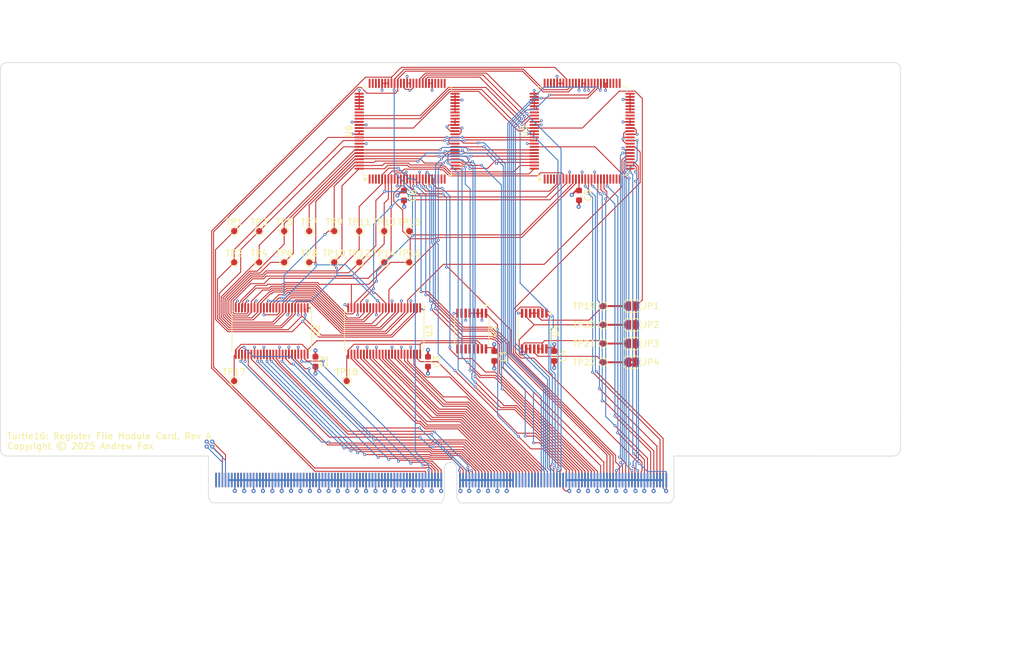
<source format=kicad_pcb>
(kicad_pcb (version 20241229) (generator "pcbnew") (generator_version "9.0")
  (title_block (title "Turtle16: Register File Module Card") (date "2025-07-20") (rev "A") (comment 4 "Register File Module and Write-Back Pipeline Stage"))
  (layers (0 "F.Cu" signal) (4 "In1.Cu" power) (6 "In2.Cu" power) (2 "B.Cu" signal) (13 "F.Paste" user) (15 "B.Paste" user) (5 "F.SilkS" user "F.Silkscreen") (7 "B.SilkS" user "B.Silkscreen") (1 "F.Mask" user) (3 "B.Mask" user) (25 "Edge.Cuts" user))
  (net 0 "")
  (net 1 "GND")
  (net 2 "VCC")
  (net 3 "/CardEdgeREG/RegisterA6")
  (net 4 "/CardEdgeREG/RegisterA0")
  (net 5 "/CardEdgeREG/Y_WB8")
  (net 6 "/CardEdgeREG/Ins_ID6")
  (net 7 "/CardEdgeREG/RegisterB12")
  (net 8 "/CardEdgeREG/StoreOp_WB8")
  (net 9 "/CardEdgeREG/Ins_ID4")
  (net 10 "/CardEdgeREG/Ins_ID7")
  (net 11 "/CardEdgeREG/StoreOp_WB1")
  (net 12 "/CardEdgeREG/RegisterA2")
  (net 13 "/CardEdgeREG/RegisterA1")
  (net 14 "/CardEdgeREG/Y_WB7")
  (net 15 "/CardEdgeREG/Y_WB6")
  (net 16 "/CardEdgeREG/RegisterB2")
  (net 17 "/CardEdgeREG/Y_WB13")
  (net 18 "/CardEdgeREG/Y_WB1")
  (net 19 "/CardEdgeREG/~{WBEN}")
  (net 20 "/CardEdgeREG/Ins_ID15")
  (net 21 "/CardEdgeREG/Ins_ID12")
  (net 22 "/CardEdgeREG/RegisterB4")
  (net 23 "/CardEdgeREG/RegisterA14")
  (net 24 "/CardEdgeREG/Ins_ID14")
  (net 25 "/CardEdgeREG/RegisterB15")
  (net 26 "/CardEdgeREG/SelC_WB1")
  (net 27 "/CardEdgeREG/RegisterA9")
  (net 28 "/CardEdgeREG/StoreOp_WB6")
  (net 29 "/CardEdgeREG/Y_WB11")
  (net 30 "/CardEdgeREG/StoreOp_WB15")
  (net 31 "/CardEdgeREG/Y_WB9")
  (net 32 "/CardEdgeREG/RegisterA4")
  (net 33 "/CardEdgeREG/Ins_ID2")
  (net 34 "/CardEdgeREG/RegisterA13")
  (net 35 "/CardEdgeREG/Y_WB4")
  (net 36 "/CardEdgeREG/Ins_ID13")
  (net 37 "/CardEdgeREG/RegisterB9")
  (net 38 "/CardEdgeREG/Ins_ID3")
  (net 40 "/CardEdgeREG/StoreOp_WB5")
  (net 43 "/CardEdgeREG/StoreOp_WB9")
  (net 44 "/CardEdgeREG/RegisterB7")
  (net 45 "/CardEdgeREG/RegisterB1")
  (net 46 "/CardEdgeREG/RegisterA3")
  (net 47 "/CardEdgeREG/StoreOp_WB0")
  (net 48 "/CardEdgeREG/Ins_ID9")
  (net 49 "/CardEdgeREG/SelC_WB0")
  (net 50 "/CardEdgeREG/StoreOp_WB7")
  (net 51 "/CardEdgeREG/StoreOp_WB14")
  (net 52 "/CardEdgeREG/RegisterA5")
  (net 53 "/CardEdgeREG/RegisterB14")
  (net 54 "/CardEdgeREG/RegisterA11")
  (net 55 "/CardEdgeREG/Y_WB5")
  (net 56 "/CardEdgeREG/SelC_WB2")
  (net 57 "/CardEdgeREG/RegisterA7")
  (net 58 "/CardEdgeREG/Y_WB15")
  (net 59 "/CardEdgeREG/RegisterB11")
  (net 60 "/CardEdgeREG/Ins_ID10")
  (net 61 "/CardEdgeREG/~{WRL}")
  (net 62 "/CardEdgeREG/Y_WB10")
  (net 63 "/CardEdgeREG/RegisterA12")
  (net 64 "/CardEdgeREG/StoreOp_WB11")
  (net 65 "/CardEdgeREG/RegisterB3")
  (net 66 "/CardEdgeREG/RegisterB8")
  (net 67 "/CardEdgeREG/Ins_ID11")
  (net 68 "/CardEdgeREG/~{WRH}")
  (net 69 "/CardEdgeREG/Ins_ID0")
  (net 70 "/CardEdgeREG/WriteBackSrc")
  (net 71 "/CardEdgeREG/StoreOp_WB2")
  (net 72 "/CardEdgeREG/Ins_ID1")
  (net 73 "/CardEdgeREG/StoreOp_WB13")
  (net 74 "/CardEdgeREG/RegisterB5")
  (net 75 "/CardEdgeREG/Ins_ID8")
  (net 76 "/CardEdgeREG/RegisterB0")
  (net 77 "/CardEdgeREG/StoreOp_WB3")
  (net 78 "/CardEdgeREG/RegisterA15")
  (net 79 "/CardEdgeREG/RegisterB13")
  (net 80 "/CardEdgeREG/StoreOp_WB12")
  (net 81 "/CardEdgeREG/RegisterA8")
  (net 82 "/CardEdgeREG/Y_WB0")
  (net 83 "/CardEdgeREG/RegisterB10")
  (net 84 "/CardEdgeREG/RegisterA10")
  (net 85 "/CardEdgeREG/StoreOp_WB10")
  (net 86 "/CardEdgeREG/Ins_ID5")
  (net 87 "/CardEdgeREG/Y_WB12")
  (net 88 "/CardEdgeREG/Y_WB2")
  (net 89 "/CardEdgeREG/Phi2")
  (net 90 "/CardEdgeREG/Y_WB14")
  (net 91 "/CardEdgeREG/RegisterB6")
  (net 92 "/CardEdgeREG/StoreOp_WB4")
  (net 93 "/CardEdgeREG/Y_WB3")
  (net 94 "/Write Back and Register File/sheet60693B95/~{WR}")
  (net 95 "Net-(JP1-A)")
  (net 96 "Net-(JP2-A)")
  (net 97 "Net-(JP3-A)")
  (net 98 "Net-(JP4-A)")
  (net 99 "/Write Back and Register File/Select Write Back Source/C0")
  (net 100 "/Write Back and Register File/Select Write Back Source/C1")
  (net 101 "/Write Back and Register File/Select Write Back Source/C2")
  (net 102 "/Write Back and Register File/Select Write Back Source/C3")
  (net 103 "/Write Back and Register File/Select Write Back Source/C4")
  (net 104 "/Write Back and Register File/Select Write Back Source/C5")
  (net 105 "/Write Back and Register File/Select Write Back Source/C6")
  (net 106 "/Write Back and Register File/Select Write Back Source/C7")
  (net 107 "/Write Back and Register File/Select Write Back Source/C8")
  (net 108 "/Write Back and Register File/Select Write Back Source/C9")
  (net 109 "/Write Back and Register File/Select Write Back Source/C10")
  (net 110 "/Write Back and Register File/Select Write Back Source/C11")
  (net 111 "/Write Back and Register File/Select Write Back Source/C12")
  (net 112 "/Write Back and Register File/Select Write Back Source/C13")
  (net 113 "/Write Back and Register File/Select Write Back Source/C14")
  (net 114 "/Write Back and Register File/Select Write Back Source/C15")
  (net 115 "Net-(U1-O0)")
  (net 116 "Net-(U1-O1)")
  (footprint "TestPoint:TestPoint_Pad_D1.0mm" (layer "F.Cu") (at 122.19 83)
    (property "Reference" "TP11")
    (property "Value" "C10")
  )
  (footprint "TestPoint:TestPoint_Pad_D1.0mm" (layer "F.Cu") (at 126.19 83)
    (property "Reference" "TP13")
    (property "Value" "C12")
  )
  (footprint "TestPoint:TestPoint_Pad_D1.0mm" (layer "F.Cu") (at 126.19 88)
    (property "Reference" "TP14")
    (property "Value" "C13")
  )
  (footprint "Package_SO:TSSOP-16_4.4x5mm_P0.65mm" (layer "F.Cu") (at 140.19 99 -90)
    (property "Reference" "U1")
    (property "Value" "74AHCT138")
  )
  (footprint "TestPoint:TestPoint_Pad_D1.0mm" (layer "F.Cu") (at 161.19 104)
    (property "Reference" "TP22")
    (property "Value" "TP")
  )
  (footprint "TestPoint:TestPoint_Pad_D1.0mm" (layer "F.Cu") (at 102.19 107)
    (property "Reference" "TP17")
    (property "Value" "TP")
  )
  (footprint "TestPoint:TestPoint_Pad_D1.0mm" (layer "F.Cu") (at 120.19 107)
    (property "Reference" "TP18")
    (property "Value" "TP")
  )
  (footprint "Jumper:SolderJumper-2_P1.3mm_Open_RoundedPad1.0x1.5mm" (layer "F.Cu") (at 165.84 101)
    (property "Reference" "JP3")
    (property "Value" "SolderJumper_2_Open")
  )
  (footprint "Capacitor_SMD:C_0603_1608Metric" (layer "F.Cu") (at 157.3525 77.275 -90)
    (property "Reference" "C5")
    (property "Value" "0.1uF")
  )
  (footprint "Capacitor_SMD:C_0603_1608Metric" (layer "F.Cu") (at 153.39 103 -90)
    (property "Reference" "C4")
    (property "Value" "0.1uF")
  )
  (footprint "TestPoint:TestPoint_Pad_D1.0mm" (layer "F.Cu") (at 161.19 95)
    (property "Reference" "TP19")
    (property "Value" "TP")
  )
  (footprint "Package_SO:TSSOP-48_6.1x12.5mm_P0.5mm" (layer "F.Cu") (at 108.19 99 -90)
    (property "Reference" "U2")
    (property "Value" "74ABT16245")
  )
  (footprint "TestPoint:TestPoint_Pad_D1.0mm" (layer "F.Cu") (at 122.19 88)
    (property "Reference" "TP12")
    (property "Value" "C11")
  )
  (footprint "TestPoint:TestPoint_Pad_D1.0mm" (layer "F.Cu") (at 106.19 83)
    (property "Reference" "TP3")
    (property "Value" "C2")
  )
  (footprint "TestPoint:TestPoint_Pad_D1.0mm" (layer "F.Cu") (at 161.19 101)
    (property "Reference" "TP21")
    (property "Value" "TP")
  )
  (footprint "Capacitor_SMD:C_0603_1608Metric" (layer "F.Cu") (at 129.3525 77.3 -90)
    (property "Reference" "C6")
    (property "Value" "0.1uF")
  )
  (footprint "TestPoint:TestPoint_Pad_D1.0mm" (layer "F.Cu") (at 118.19 83)
    (property "Reference" "TP9")
    (property "Value" "C8")
  )
  (footprint "TestPoint:TestPoint_Pad_D1.0mm" (layer "F.Cu") (at 110.19 83)
    (property "Reference" "TP5")
    (property "Value" "C4")
  )
  (footprint "Jumper:SolderJumper-2_P1.3mm_Bridged2Bar_RoundedPad1.0x1.5mm" (layer "F.Cu") (at 165.84 104)
    (property "Reference" "JP4")
    (property "Value" "SolderJumper_2_Bridged")
  )
  (footprint "TestPoint:TestPoint_Pad_D1.0mm" (layer "F.Cu") (at 130.19 88)
    (property "Reference" "TP16")
    (property "Value" "C15")
  )
  (footprint "Package_SO:TSSOP-48_6.1x12.5mm_P0.5mm" (layer "F.Cu") (at 126.19 99 -90)
    (property "Reference" "U3")
    (property "Value" "74ABT16245")
  )
  (footprint "Package_SO:TSSOP-14_4.4x5mm_P0.65mm" (layer "F.Cu") (at 150.19 99 -90)
    (property "Reference" "U4")
    (property "Value" "74ABT32")
  )
  (footprint "Capacitor_SMD:C_0603_1608Metric" (layer "F.Cu") (at 133.19 103.9 -90)
    (property "Reference" "C3")
    (property "Value" "0.1uF")
  )
  (footprint "TestPoint:TestPoint_Pad_D1.0mm" (layer "F.Cu") (at 102.19 88)
    (property "Reference" "TP2")
    (property "Value" "C1")
  )
  (footprint "Turtle16:MEC5-140-01-L-DV-W1-K_Edge" (layer "F.Cu") (at 136.805 121)
    (property "Reference" "J1" (hide yes))
    (property "Value" "MEC5-140-01-L-DV-W1-K")
  )
  (footprint "Jumper:SolderJumper-2_P1.3mm_Open_RoundedPad1.0x1.5mm" (layer "F.Cu") (at 165.84 95)
    (property "Reference" "JP1")
    (property "Value" "SolderJumper_2_Open")
  )
  (footprint "TestPoint:TestPoint_Pad_D1.0mm" (layer "F.Cu") (at 106.19 88)
    (property "Reference" "TP4")
    (property "Value" "C3")
  )
  (footprint "TestPoint:TestPoint_Pad_D1.0mm" (layer "F.Cu") (at 118.19 88)
    (property "Reference" "TP10")
    (property "Value" "C9")
  )
  (footprint "TestPoint:TestPoint_Pad_D1.0mm" (layer "F.Cu") (at 102.19 83)
    (property "Reference" "TP1")
    (property "Value" "C0")
  )
  (footprint "Capacitor_SMD:C_0603_1608Metric" (layer "F.Cu") (at 115.19 103.9 -90)
    (property "Reference" "C2")
    (property "Value" "0.1uF")
  )
  (footprint "TestPoint:TestPoint_Pad_D1.0mm" (layer "F.Cu") (at 114.19 83)
    (property "Reference" "TP7")
    (property "Value" "C6")
  )
  (footprint "TestPoint:TestPoint_Pad_D1.0mm" (layer "F.Cu") (at 110.19 88)
    (property "Reference" "TP6")
    (property "Value" "C5")
  )
  (footprint "Package_QFP:TQFP-100_14x14mm_P0.5mm" (layer "F.Cu") (at 129.8525 67 90)
    (property "Reference" "U6")
    (property "Value" "IDT7024L15PFG")
  )
  (footprint "Capacitor_SMD:C_0603_1608Metric" (layer "F.Cu") (at 143.79 103 -90)
    (property "Reference" "C1")
    (property "Value" "0.1uF")
  )
  (footprint "Jumper:SolderJumper-2_P1.3mm_Open_RoundedPad1.0x1.5mm" (layer "F.Cu") (at 165.84 98)
    (property "Reference" "JP2")
    (property "Value" "SolderJumper_2_Open")
  )
  (footprint "TestPoint:TestPoint_Pad_D1.0mm" (layer "F.Cu") (at 161.19 98)
    (property "Reference" "TP20")
    (property "Value" "TP")
  )
  (footprint "TestPoint:TestPoint_Pad_D1.0mm" (layer "F.Cu") (at 130.19 83)
    (property "Reference" "TP15")
    (property "Value" "C14")
  )
  (footprint "Package_QFP:TQFP-100_14x14mm_P0.5mm" (layer "F.Cu") (at 157.8525 67 90)
    (property "Reference" "U5")
    (property "Value" "IDT7024L15PFG")
  )
  (footprint "TestPoint:TestPoint_Pad_D1.0mm" (layer "F.Cu") (at 114.19 88)
    (property "Reference" "TP8")
    (property "Value" "C7")
  )
  (gr_line (start 64.794 117.99) (end 64.794 57.03) (stroke (width 0.1)) (layer "Edge.Cuts"))
  (gr_arc (start 65.794 118.999328) (mid 65.080297 118.703703) (end 64.784672 117.99) (stroke (width 0.1)) (layer "Edge.Cuts"))
  (gr_line (start 137.78 120.82) (end 137.8 120.9) (stroke (width 0.1)) (layer "Edge.Cuts"))
  (gr_line (start 137.18 120.07) (end 137.36 120.17) (stroke (width 0.1)) (layer "Edge.Cuts"))
  (gr_line (start 98.57 126.5) (end 135.32 126.5) (stroke (width 0.1)) (layer "Edge.Cuts"))
  (gr_line (start 137.64 120.45) (end 137.74 120.64) (stroke (width 0.1)) (layer "Edge.Cuts"))
  (gr_line (start 135.32 126.5) (end 135.8 125.66) (stroke (width 0.1)) (layer "Edge.Cuts"))
  (gr_line (start 207.526062 119.006) (end 172.53 119) (stroke (width 0.1)) (layer "Edge.Cuts"))
  (gr_line (start 137 120.02) (end 137.18 120.07) (stroke (width 0.1)) (layer "Edge.Cuts"))
  (gr_line (start 135.8 121) (end 135.81 120.86) (stroke (width 0.1)) (layer "Edge.Cuts"))
  (gr_arc (start 64.794 57.03) (mid 65.086893 56.322893) (end 65.794 56.03) (stroke (width 0.1)) (layer "Edge.Cuts"))
  (gr_line (start 172.03 126.51) (end 171.62 126.51) (stroke (width 0.1)) (layer "Edge.Cuts"))
  (gr_line (start 98.07 119.01) (end 65.794 118.999328) (stroke (width 0.1)) (layer "Edge.Cuts"))
  (gr_line (start 137.36 120.17) (end 137.52 120.3) (stroke (width 0.1)) (layer "Edge.Cuts"))
  (gr_line (start 98.07 119.01) (end 98.07 125.65) (stroke (width 0.1)) (layer "Edge.Cuts"))
  (gr_line (start 137.8 125.64) (end 137.81 125.67) (stroke (width 0.1)) (layer "Edge.Cuts"))
  (gr_line (start 135.85 120.69) (end 135.93 120.51) (stroke (width 0.1)) (layer "Edge.Cuts"))
  (gr_line (start 98.07 125.65) (end 98.57 126.5) (stroke (width 0.1)) (layer "Edge.Cuts"))
  (gr_line (start 137.74 120.64) (end 137.78 120.82) (stroke (width 0.1)) (layer "Edge.Cuts"))
  (gr_line (start 65.794 56.03) (end 207.78 56.03) (stroke (width 0.1)) (layer "Edge.Cuts"))
  (gr_line (start 136.46 120.05) (end 136.67 120.01) (stroke (width 0.1)) (layer "Edge.Cuts"))
  (gr_arc (start 208.796 117.748499) (mid 208.419657 118.638434) (end 207.526062 119.006) (stroke (width 0.1)) (layer "Edge.Cuts"))
  (gr_line (start 136.67 120.01) (end 136.82 120) (stroke (width 0.1)) (layer "Edge.Cuts"))
  (gr_line (start 138.3 126.51) (end 137.81 125.67) (stroke (width 0.1)) (layer "Edge.Cuts"))
  (gr_line (start 136.82 120) (end 137 120.02) (stroke (width 0.1)) (layer "Edge.Cuts"))
  (gr_line (start 172.53 125.65) (end 172.03 126.51) (stroke (width 0.1)) (layer "Edge.Cuts"))
  (gr_line (start 137.52 120.3) (end 137.64 120.45) (stroke (width 0.1)) (layer "Edge.Cuts"))
  (gr_line (start 135.81 120.86) (end 135.85 120.69) (stroke (width 0.1)) (layer "Edge.Cuts"))
  (gr_line (start 137.8 121) (end 137.8 125.64) (stroke (width 0.1)) (layer "Edge.Cuts"))
  (gr_line (start 136.23 120.18) (end 136.46 120.05) (stroke (width 0.1)) (layer "Edge.Cuts"))
  (gr_line (start 135.8 125.66) (end 135.8 121) (stroke (width 0.1)) (layer "Edge.Cuts"))
  (gr_line (start 171.62 126.51) (end 138.3 126.51) (stroke (width 0.1)) (layer "Edge.Cuts"))
  (gr_arc (start 207.78 56.03) (mid 208.487107 56.322893) (end 208.78 57.03) (stroke (width 0.1)) (layer "Edge.Cuts"))
  (gr_line (start 135.93 120.51) (end 136.05 120.34) (stroke (width 0.1)) (layer "Edge.Cuts"))
  (gr_line (start 136.05 120.34) (end 136.23 120.18) (stroke (width 0.1)) (layer "Edge.Cuts"))
  (gr_line (start 137.8 120.9) (end 137.8 121) (stroke (width 0.1)) (layer "Edge.Cuts"))
  (gr_line (start 172.53 119) (end 172.53 125.65) (stroke (width 0.1)) (layer "Edge.Cuts"))
  (gr_line (start 208.78 57.03) (end 208.796 117.748447) (stroke (width 0.1)) (layer "Edge.Cuts"))
  (gr_text "Turtle16: Register File Module Card, Rev A\nCopyright © 2025 Andrew Fox" (at 65.778 118 0) (layer "F.SilkS") (effects (font (size 1 1)) (justify left bottom)))
  (segment (start 122.29 122.86) (end 122.3 122.85) (width 0.1524) (layer "F.Cu") (net 1))
  (segment (start 107.81 122.86) (end 107.8 122.85) (width 0.1524) (layer "F.Cu") (net 1))
  (segment (start 137.515 62) (end 137.515 61.5) (width 0.1524) (layer "F.Cu") (net 1))
  (segment (start 171.31 124.58) (end 171.29 124.6) (width 0.1524) (layer "F.Cu") (net 1))
  (segment (start 122.79 122.86) (end 122.8 122.85) (width 0.1524) (layer "F.Cu") (net 1))
  (segment (start 116.79 122.86) (end 116.8 122.85) (width 0.1524) (layer "F.Cu") (net 1))
  (segment (start 122.19 61) (end 122.19 61.5) (width 0.1524) (layer "F.Cu") (net 1))
  (segment (start 158.2685 59.3375) (end 157.8525 59.3375) (width 0.1524) (layer "F.Cu") (net 1))
  (segment (start 102.8 122.855) (end 102.8 122.85) (width 0.1524) (layer "F.Cu") (net 1))
  (segment (start 127.44 102.7125) (end 127.44 101.5856) (width 0.1524) (layer "F.Cu") (net 1))
  (segment (start 164.3809 68.5334) (end 164.8475 69) (width 0.1524) (layer "F.Cu") (net 1))
  (segment (start 137.515 63.5) (end 137.515 64) (width 0.1524) (layer "F.Cu") (net 1))
  (segment (start 124.81 124.58) (end 124.79 124.6) (width 0.1524) (layer "F.Cu") (net 1))
  (segment (start 124.81 122.86) (end 124.81 124.58) (width 0.1524) (layer "F.Cu") (net 1))
  (segment (start 117.3 124.59) (end 117.29 124.6) (width 0.1524) (layer "F.Cu") (net 1))
  (segment (start 165.515 63.5) (end 165.515 63) (width 0.1524) (layer "F.Cu") (net 1))
  (segment (start 122.1334 65.5566) (end 122.19 65.5) (width 0.1524) (layer "F.Cu") (net 1))
  (segment (start 165.515 68) (end 164.4918 68) (width 0.1524) (layer "F.Cu") (net 1))
  (segment (start 106.8 122.85) (end 106.8 124.59) (width 0.1524) (layer "F.Cu") (net 1))
  (segment (start 109.0538 96.4052) (end 109.44 96.019) (width 0.1524) (layer "F.Cu") (net 1))
  (segment (start 133.8525 60.4657) (end 133.8525 59.3375) (width 0.1524) (layer "F.Cu") (net 1))
  (segment (start 165.515 61.9199) (end 165.515 61.5) (width 0.1524) (layer "F.Cu") (net 1))
  (segment (start 136.546 68.2989) (end 136.8449 68) (width 0.1524) (layer "F.Cu") (net 1))
  (segment (start 104.3193 94.1716) (end 103.94 94.5509) (width 0.1524) (layer "F.Cu") (net 1))
  (segment (start 125.8525 59.3375) (end 126.3525 59.3375) (width 0.1524) (layer "F.Cu") (net 1))
  (segment (start 161.8525 59.3375) (end 161.6016 59.3375) (width 0.1524) (layer "F.Cu") (net 1))
  (segment (start 165.515 64) (end 165.515 63.5) (width 0.1524) (layer "F.Cu") (net 1))
  (segment (start 137.876 96.1765) (end 137.3367 96.1765) (width 0.1524) (layer "F.Cu") (net 1))
  (segment (start 136.8449 68) (end 137.515 68) (width 0.1524) (layer "F.Cu") (net 1))
  (segment (start 161.6016 59.3375) (end 161.3525 59.3375) (width 0.1524) (layer "F.Cu") (net 1))
  (segment (start 117.79 122.86) (end 117.8 122.85) (width 0.1524) (layer "F.Cu") (net 1))
  (segment (start 119.29 122.86) (end 119.3 122.85) (width 0.1524) (layer "F.Cu") (net 1))
  (segment (start 109.44 102.7125) (end 109.44 101.5954) (width 0.1524) (layer "F.Cu") (net 1))
  (segment (start 132.31 124.58) (end 132.29 124.6) (width 0.1524) (layer "F.Cu") (net 1))
  (segment (start 136.5317 66) (end 136.2316 66.3001) (width 0.1524) (layer "F.Cu") (net 1))
  (segment (start 103.8 124.59) (end 103.79 124.6) (width 0.1524) (layer "F.Cu") (net 1))
  (segment (start 137.515 62.5) (end 137.515 62.0193) (width 0.1524) (layer "F.Cu") (net 1))
  (segment (start 103.8 122.85) (end 103.8 124.59) (width 0.1524) (layer "F.Cu") (net 1))
  (segment (start 171.31 122.86) (end 171.31 124.58) (width 0.1524) (layer "F.Cu") (net 1))
  (segment (start 110.8 122.855) (end 110.8 122.85) (width 0.1524) (layer "F.Cu") (net 1))
  (segment (start 107.29 122.86) (end 107.3 122.85) (width 0.1524) (layer "F.Cu") (net 1))
  (segment (start 101.31 122.86) (end 101.3 122.85) (width 0.3048) (layer "F.Cu") (net 1))
  (segment (start 132.31 122.86) (end 132.31 124.58) (width 0.1524) (layer "F.Cu") (net 1))
  (segment (start 140.515 96.1375) (end 139.865 96.1375) (width 0.1524) (layer "F.Cu") (net 1))
  (segment (start 122.19 62.5) (end 122.19 63) (width 0.1524) (layer "F.Cu") (net 1))
  (segment (start 141.165 96.1375) (end 140.515 96.1375) (width 0.1524) (layer "F.Cu") (net 1))
  (segment (start 137.515 61.5) (end 137.515 61) (width 0.1524) (layer "F.Cu") (net 1))
  (segment (start 104.29 122.86) (end 104.3 122.85) (width 0.1524) (layer "F.Cu") (net 1))
  (segment (start 104.795 122.86) (end 104.8 122.855) (width 0.1524) (layer "F.Cu") (net 1))
  (segment (start 118.8 122.85) (end 118.8 124.59) (width 0.1524) (layer "F.Cu") (net 1))
  (segment (start 127.81 122.86) (end 127.81 124.58) (width 0.1524) (layer "F.Cu") (net 1))
  (segment (start 112.8 124.59) (end 112.79 124.6) (width 0.1524) (layer "F.Cu") (net 1))
  (segment (start 129.3525 78.5682) (end 129.3525 78.075) (width 0.1524) (layer "F.Cu") (net 1))
  (segment (start 127.8525 73.9378) (end 128.0944 73.6959) (width 0.1524) (layer "F.Cu") (net 1))
  (segment (start 138.6447 62.0193) (end 137.515 62.0193) (width 0.1524) (layer "F.Cu") (net 1))
  (segment (start 120.3 124.59) (end 120.29 124.6) (width 0.1524) (layer "F.Cu") (net 1))
  (segment (start 105.8 122.8575) (end 105.8 122.85) (width 0.1524) (layer "F.Cu") (net 1))
  (segment (start 165.515 62.5) (end 165.515 62) (width 0.1524) (layer "F.Cu") (net 1))
  (segment (start 129.8525 59.3375) (end 129.8525 58.2175) (width 0.1524) (layer "F.Cu") (net 1))
  (segment (start 116.29 122.86) (end 116.3 122.85) (width 0.1524) (layer "F.Cu") (net 1))
  (segment (start 109.44 96.019) (end 109.44 95.2875) (width 0.1524) (layer "F.Cu") (net 1))
  (segment (start 130.81 122.86) (end 130.81 124.52) (width 0.1524) (layer "F.Cu") (net 1))
  (segment (start 148.24 96.1375) (end 147.6558 96.1375) (width 0.1524) (layer "F.Cu") (net 1))
  (segment (start 115.8 122.85) (end 115.8 124.59) (width 0.1524) (layer "F.Cu") (net 1))
  (segment (start 105.7975 122.86) (end 105.8 122.8575) (width 0.1524) (layer "F.Cu") (net 1))
  (segment (start 108.3 124.59) (end 108.29 124.6) (width 0.1524) (layer "F.Cu") (net 1))
  (segment (start 164.4918 67.3528) (end 164.8446 67) (width 0.1524) (layer "F.Cu") (net 1))
  (segment (start 112.295 122.86) (end 112.3 122.855) (width 0.1524) (layer "F.Cu") (net 1))
  (segment (start 110.795 122.86) (end 110.8 122.855) (width 0.1524) (layer "F.Cu") (net 1))
  (segment (start 127.44 94.1716) (end 127.44 95.2875) (width 0.1524) (layer "F.Cu") (net 1))
  (segment (start 111.3 124.59) (end 111.29 124.6) (width 0.1524) (layer "F.Cu") (net 1))
  (segment (start 165.4829 65.5321) (end 165.4829 65.9679) (width 0.1524) (layer "F.Cu") (net 1))
  (segment (start 121.31 122.86) (end 121.3 122.85) (width 0.1524) (layer "F.Cu") (net 1))
  (segment (start 141.815 96.1375) (end 141.165 96.1375) (width 0.1524) (layer "F.Cu") (net 1))
  (segment (start 161.6016 60.46) (end 161.6016 59.3375) (width 0.1524) (layer "F.Cu") (net 1))
  (segment (start 106.8 124.59) (end 106.79 124.6) (width 0.1524) (layer "F.Cu") (net 1))
  (segment (start 137.515 65.5) (end 137.515 65) (width 0.1524) (layer "F.Cu") (net 1))
  (segment (start 105.3 122.85) (end 105.3 124.59) (width 0.1524) (layer "F.Cu") (net 1))
  (segment (start 101.805 122.86) (end 101.8 122.855) (width 0.1524) (layer "F.Cu") (net 1))
  (segment (start 118.29 122.86) (end 118.3 122.85) (width 0.1524) (layer "F.Cu") (net 1))
  (segment (start 143.79 103.775) (end 143.79 105) (width 0.3048) (layer "F.Cu") (net 1))
  (segment (start 120.3 122.85) (end 120.3 124.59) (width 0.1524) (layer "F.Cu") (net 1))
  (segment (start 141.815 97.2603) (end 141.815 96.1375) (width 0.1524) (layer "F.Cu") (net 1))
  (segment (start 106.94 102.7125) (end 106.94 101.5909) (width 0.1524) (layer "F.Cu") (net 1))
  (segment (start 130.44 102.7125) (end 130.44 101.5856) (width 0.1524) (layer "F.Cu") (net 1))
  (segment (start 158.3525 59.3375) (end 158.2685 59.3375) (width 0.1524) (layer "F.Cu") (net 1))
  (segment (start 126.31 124.58) (end 126.29 124.6) (width 0.1524) (layer "F.Cu") (net 1))
  (segment (start 150.19 62) (end 150.19 62.5) (width 0.1524) (layer "F.Cu") (net 1))
  (segment (start 165.515 65.5) (end 165.515 65) (width 0.1524) (layer "F.Cu") (net 1))
  (segment (start 115.8 124.59) (end 115.79 124.6) (width 0.1524) (layer "F.Cu") (net 1))
  (segment (start 122.19 60.4526) (end 122.19 61) (width 0.1524) (layer "F.Cu") (net 1))
  (segment (start 129.559 73.6959) (end 129.8525 73.9894) (width 0.1524) (layer "F.Cu") (net 1))
  (segment (start 102.3 124.59) (end 102.29 124.6) (width 0.1524) (layer "F.Cu") (net 1))
  (segment (start 127.81 124.58) (end 127.79 124.6) (width 0.1524) (layer "F.Cu") (net 1))
  (segment (start 119.79 122.86) (end 119.8 122.85) (width 0.1524) (layer "F.Cu") (net 1))
  (segment (start 131.81 122.86) (end 101.31 122.86) (width 0.3048) (layer "F.Cu") (net 1))
  (segment (start 164.4918 68.1108) (end 164.4918 68) (width 0.1524) (layer "F.Cu") (net 1))
  (segment (start 126.31 122.86) (end 126.31 124.58) (width 0.1524) (layer "F.Cu") (net 1))
  (segment (start 112.44 96.4136) (end 112.44 95.2875) (width 0.1524) (layer "F.Cu") (net 1))
  (segment (start 157.3525 78.5432) (end 157.3525 78.05) (width 0.1524) (layer "F.Cu") (net 1))
  (segment (start 131.81 122.86) (end 132.31 122.86) (width 0.3048) (layer "F.Cu") (net 1))
  (segment (start 165.515 63) (end 165.515 62.5) (width 0.1524) (layer "F.Cu") (net 1))
  (segment (start 121.0536 65.5566) (end 122.1334 65.5566) (width 0.1524) (layer "F.Cu") (net 1))
  (segment (start 103.31 122.86) (end 103.3 122.85) (width 0.1524) (layer "F.Cu") (net 1))
  (segment (start 137.915 96.1375) (end 137.876 96.1765) (width 0.1524) (layer "F.Cu") (net 1))
  (segment (start 103.94 94.5509) (end 103.94 95.2875) (width 0.1524) (layer "F.Cu") (net 1))
  (segment (start 150.19 63) (end 150.19 63.5) (width 0.1524) (layer "F.Cu") (net 1))
  (segment (start 157.3525 78.05) (end 157.3525 79.0375) (width 0.3048) (layer "F.Cu") (net 1))
  (segment (start 111.3 122.85) (end 111.3 124.59) (width 0.1524) (layer "F.Cu") (net 1))
  (segment (start 133.8525 59.3375) (end 133.3525 59.3375) (width 0.1524) (layer "F.Cu") (net 1))
  (segment (start 108.79 122.86) (end 108.8 122.85) (width 0.1524) (layer "F.Cu") (net 1))
  (segment (start 157.352 78.5437) (end 157.3525 78.5432) (width 0.1524) (layer "F.Cu") (net 1))
  (segment (start 102.795 122.86) (end 102.8 122.855) (width 0.1524) (layer "F.Cu") (net 1))
  (segment (start 165.4829 65.5321) (end 165.515 65.5) (width 0.1524) (layer "F.Cu") (net 1))
  (segment (start 129.352 78.5687) (end 129.3525 78.5682) (width 0.1524) (layer "F.Cu") (net 1))
  (segment (start 123.3 122.85) (end 123.3 124.59) (width 0.1524) (layer "F.Cu") (net 1))
  (segment (start 164.4918 68) (end 164.4918 67.3528) (width 0.1524) (layer "F.Cu") (net 1))
  (segment (start 129.7113 73.5436) (end 129.559 73.6959) (width 0.1524) (layer "F.Cu") (net 1))
  (segment (start 115.19 104.675) (end 115.19 105.8) (width 0.3048) (layer "F.Cu") (net 1))
  (segment (start 121.94 102.7125) (end 121.94 101.5856) (width 0.1524) (layer "F.Cu") (net 1))
  (segment (start 111.8 122.8575) (end 111.8 122.85) (width 0.1524) (layer "F.Cu") (net 1))
  (segment (start 129.3525 78.075) (end 129.3525 79.0625) (width 0.3048) (layer "F.Cu") (net 1))
  (segment (start 117.3 122.85) (end 117.3 124.59) (width 0.1524) (layer "F.Cu") (net 1))
  (segment (start 123.3 124.59) (end 123.29 124.6) (width 0.1524) (layer "F.Cu") (net 1))
  (segment (start 136.2316 66.4451) (end 136.7865 67) (width 0.1524) (layer "F.Cu") (net 1))
  (segment (start 155.8525 74.6625) (end 155.8525 73.5377) (width 0.1524) (layer "F.Cu") (net 1))
  (segment (start 113.79 122.86) (end 113.8 122.85) (width 0.1524) (layer "F.Cu") (net 1))
  (segment (start 137.515 62.0193) (end 137.515 62) (width 0.1524) (layer "F.Cu") (net 1))
  (segment (start 109.8 122.85) (end 109.8 124.59) (width 0.1524) (layer "F.Cu") (net 1))
  (segment (start 153.39 103.775) (end 153.39 104.9) (width 0.3048) (layer "F.Cu") (net 1))
  (segment (start 133.19 104.675) (end 133.19 105.8) (width 0.3048) (layer "F.Cu") (net 1))
  (segment (start 122.19 61.5) (end 122.19 62) (width 0.1524) (layer "F.Cu") (net 1))
  (segment (start 109.29 122.86) (end 109.3 122.85) (width 0.1524) (layer "F.Cu") (net 1))
  (segment (start 121.8 122.85) (end 121.8 124.59) (width 0.1524) (layer "F.Cu") (net 1))
  (segment (start 111.7975 122.86) (end 111.8 122.8575) (width 0.1524) (layer "F.Cu") (net 1))
  (segment (start 137.515 66) (end 136.5317 66) (width 0.1524) (layer "F.Cu") (net 1))
  (segment (start 109.8 124.59) (end 109.79 124.6) (width 0.1524) (layer "F.Cu") (net 1))
  (segment (start 164.397 65.5321) (end 165.4829 65.5321) (width 0.1524) (layer "F.Cu") (net 1))
  (segment (start 102.3 122.85) (end 102.3 124.59) (width 0.1524) (layer "F.Cu") (net 1))
  (segment (start 164.3809 68.2217) (end 164.3809 68.5334) (width 0.1524) (layer "F.Cu") (net 1))
  (segment (start 125.8525 59.3375) (end 125.8525 60.4677) (width 0.1524) (layer "F.Cu") (net 1))
  (segment (start 126.3525 59.3375) (end 126.8525 59.3375) (width 0.1524) (layer "F.Cu") (net 1))
  (segment (start 150.19 61) (end 150.19 61.5) (width 0.1524) (layer "F.Cu") (net 1))
  (segment (start 150.19 62.5) (end 150.19 63) (width 0.1524) (layer "F.Cu") (net 1))
  (segment (start 129.8525 73.9894) (end 129.8525 74.6625) (width 0.1524) (layer "F.Cu") (net 1))
  (segment (start 101.8 122.855) (end 101.8 122.85) (width 0.1524) (layer "F.Cu") (net 1))
  (segment (start 154.3525 59.3375) (end 154.8525 59.3375) (width 0.1524) (layer "F.Cu") (net 1))
  (segment (start 137.515 66) (end 137.515 65.5) (width 0.1524) (layer "F.Cu") (net 1))
  (segment (start 136.546 69) (end 136.546 68.2989) (width 0.1524) (layer "F.Cu") (net 1))
  (segment (start 158.2685 60.457) (end 158.2685 59.3375) (width 0.1524) (layer "F.Cu") (net 1))
  (segment (start 110.29 122.86) (end 110.3 122.85) (width 0.1524) (layer "F.Cu") (net 1))
  (segment (start 108.3 122.85) (end 108.3 124.59) (width 0.1524) (layer "F.Cu") (net 1))
  (segment (start 164.8446 67) (end 165.515 67) (width 0.1524) (layer "F.Cu") (net 1))
  (segment (start 127.8525 74.6625) (end 127.8525 73.9378) (width 0.1524) (layer "F.Cu") (net 1))
  (segment (start 129.8525 59.3375) (end 130.3525 59.3375) (width 0.1524) (layer "F.Cu") (net 1))
  (segment (start 121.94 95.2875) (end 121.94 96.4192) (width 0.1524) (layer "F.Cu") (net 1))
  (segment (start 137.515 69) (end 136.546 69) (width 0.1524) (layer "F.Cu") (net 1))
  (segment (start 114.3 122.85) (end 114.3 124.59) (width 0.1524) (layer "F.Cu") (net 1))
  (segment (start 164.3989 61.9199) (end 165.515 61.9199) (width 0.1524) (layer "F.Cu") (net 1))
  (segment (start 165.515 62) (end 165.515 61.9199) (width 0.1524) (layer "F.Cu") (net 1))
  (segment (start 121.8 124.59) (end 121.79 124.6) (width 0.1524) (layer "F.Cu") (net 1))
  (segment (start 153.8525 58.2197) (end 153.8525 59.3375) (width 0.1524) (layer "F.Cu") (net 1))
  (segment (start 128.0944 73.6959) (end 129.559 73.6959) (width 0.1524) (layer "F.Cu") (net 1))
  (segment (start 150.19 61.5) (end 150.19 62) (width 0.1524) (layer "F.Cu") (net 1))
  (segment (start 112.44 102.7125) (end 112.44 101.5969) (width 0.1524) (layer "F.Cu") (net 1))
  (segment (start 114.79 122.86) (end 114.8 122.85) (width 0.1524) (layer "F.Cu") (net 1))
  (segment (start 155.1713 124.6) (end 154.81 124.2387) (width 0.1524) (layer "F.Cu") (net 1))
  (segment (start 137.515 63) (end 137.515 63.5) (width 0.1524) (layer "F.Cu") (net 1))
  (segment (start 165.515 61.5) (end 165.515 61) (width 0.1524) (layer "F.Cu") (net 1))
  (segment (start 130.44 95.2875) (end 130.44 94.171) (width 0.1524) (layer "F.Cu") (net 1))
  (segment (start 123.3069 69) (end 122.19 69) (width 0.1524) (layer "F.Cu") (net 1))
  (segment (start 113.29 122.86) (end 113.3 122.85) (width 0.1524) (layer "F.Cu") (net 1))
  (segment (start 124.94 102.7125) (end 124.94 101.5856) (width 0.1524) (layer "F.Cu") (net 1))
  (segment (start 105.3 124.59) (end 105.29 124.6) (width 0.1524) (layer "F.Cu") (net 1))
  (segment (start 112.8 122.85) (end 112.8 124.59) (width 0.1524) (layer "F.Cu") (net 1))
  (segment (start 106.94 95.2875) (end 106.94 96.4052) (width 0.1524) (layer "F.Cu") (net 1))
  (segment (start 154.81 122.86) (end 154.81 124.2387) (width 0.1524) (layer "F.Cu") (net 1))
  (segment (start 155.79 124.6) (end 155.1713 124.6) (width 0.1524) (layer "F.Cu") (net 1))
  (segment (start 118.8 124.59) (end 118.79 124.6) (width 0.1524) (layer "F.Cu") (net 1))
  (segment (start 151.1475 65.5) (end 150.19 65.5) (width 0.1524) (layer "F.Cu") (net 1))
  (segment (start 164.8475 69) (end 165.515 69) (width 0.1524) (layer "F.Cu") (net 1))
  (segment (start 153.8525 59.3375) (end 154.3525 59.3375) (width 0.1524) (layer "F.Cu") (net 1))
  (segment (start 136.546 69) (end 136.391 69) (width 0.1524) (layer "F.Cu") (net 1))
  (segment (start 129.31 122.86) (end 129.31 124.58) (width 0.1524) (layer "F.Cu") (net 1))
  (segment (start 103.94 103.8283) (end 103.94 102.7125) (width 0.1524) (layer "F.Cu") (net 1))
  (segment (start 157.8525 73.5369) (end 157.8525 74.6625) (width 0.1524) (layer "F.Cu") (net 1))
  (segment (start 120.79 122.86) (end 120.8 122.85) (width 0.1524) (layer "F.Cu") (net 1))
  (segment (start 122.19 62) (end 122.19 62.5) (width 0.1524) (layer "F.Cu") (net 1))
  (segment (start 122.19 63) (end 122.19 63.5) (width 0.1524) (layer "F.Cu") (net 1))
  (segment (start 124.94 95.2875) (end 124.94 96.4033) (width 0.1524) (layer "F.Cu") (net 1))
  (segment (start 115.31 122.86) (end 115.3 122.85) (width 0.1524) (layer "F.Cu") (net 1))
  (segment (start 151.3205 65.327) (end 151.1475 65.5) (width 0.1524) (layer "F.Cu") (net 1))
  (segment (start 136.2316 66.3001) (end 136.2316 66.4451) (width 0.1524) (layer "F.Cu") (net 1))
  (segment (start 114.3 124.59) (end 114.29 124.6) (width 0.1524) (layer "F.Cu") (net 1))
  (segment (start 106.295 122.86) (end 106.3 122.855) (width 0.1524) (layer "F.Cu") (net 1))
  (segment (start 104.8 122.855) (end 104.8 122.85) (width 0.1524) (layer "F.Cu") (net 1))
  (segment (start 136.7865 67) (end 137.515 67) (width 0.1524) (layer "F.Cu") (net 1))
  (segment (start 106.94 96.4052) (end 109.0538 96.4052) (width 0.1524) (layer "F.Cu") (net 1))
  (segment (start 150.19 69) (end 149.0715 69) (width 0.1524) (layer "F.Cu") (net 1))
  (segment (start 150.19 60.4691) (end 150.19 61) (width 0.1524) (layer "F.Cu") (net 1))
  (segment (start 165.4829 65.9679) (end 165.515 66) (width 0.1524) (layer "F.Cu") (net 1))
  (segment (start 129.31 124.58) (end 129.29 124.6) (width 0.1524) (layer "F.Cu") (net 1))
  (segment (start 129.3525 79.0625) (end 129.39 79.1) (width 0.3048) (layer "F.Cu") (net 1))
  (segment (start 112.3 122.855) (end 112.3 122.85) (width 0.1524) (layer "F.Cu") (net 1))
  (segment (start 164.3809 68.2217) (end 164.4918 68.1108) (width 0.1524) (layer "F.Cu") (net 1))
  (segment (start 130.81 124.52) (end 130.89 124.6) (width 0.1524) (layer "F.Cu") (net 1))
  (segment (start 157.3525 79.0375) (end 157.29 79.1) (width 0.3048) (layer "F.Cu") (net 1))
  (segment (start 137.515 63) (end 137.515 62.5) (width 0.1524) (layer "F.Cu") (net 1))
  (segment (start 106.3 122.855) (end 106.3 122.85) (width 0.1524) (layer "F.Cu") (net 1))
  (via (at 112.44 101.5969) (size 0.45) (drill 0.2) (layers "F.Cu" "B.Cu") (net 1))
  (via (at 150.19 60.4691) (size 0.45) (drill 0.2) (layers "F.Cu" "B.Cu") (net 1))
  (via (at 115.79 124.6) (size 0.65) (drill 0.3) (layers "F.Cu" "B.Cu") (net 1))
  (via (at 118.79 124.6) (size 0.65) (drill 0.3) (layers "F.Cu" "B.Cu") (net 1))
  (via (at 130.44 101.5856) (size 0.45) (drill 0.2) (layers "F.Cu" "B.Cu") (net 1))
  (via (at 137.3367 96.1765) (size 0.45) (drill 0.2) (layers "F.Cu" "B.Cu") (net 1))
  (via (at 160.29 124.6) (size 0.65) (drill 0.3) (layers "F.Cu" "B.Cu") (net 1))
  (via (at 163.29 124.6) (size 0.65) (drill 0.3) (layers "F.Cu" "B.Cu") (net 1))
  (via (at 169.29 124.6) (size 0.65) (drill 0.3) (layers "F.Cu" "B.Cu") (net 1))
  (via (at 143.79 105) (size 0.65) (drill 0.3) (layers "F.Cu" "B.Cu") (net 1))
  (via (at 106.94 96.4052) (size 0.45) (drill 0.2) (layers "F.Cu" "B.Cu") (net 1))
  (via (at 133.8525 60.4657) (size 0.45) (drill 0.2) (layers "F.Cu" "B.Cu") (net 1))
  (via (at 126.29 124.6) (size 0.65) (drill 0.3) (layers "F.Cu" "B.Cu") (net 1))
  (via (at 130.44 94.171) (size 0.45) (drill 0.2) (layers "F.Cu" "B.Cu") (net 1))
  (via (at 103.79 124.6) (size 0.65) (drill 0.3) (layers "F.Cu" "B.Cu") (net 1))
  (via (at 142.79 124.6) (size 0.65) (drill 0.3) (layers "F.Cu" "B.Cu") (net 1))
  (via (at 158.79 124.6) (size 0.65) (drill 0.3) (layers "F.Cu" "B.Cu") (net 1))
  (via (at 155.8525 73.5377) (size 0.45) (drill 0.2) (layers "F.Cu" "B.Cu") (net 1))
  (via (at 112.79 124.6) (size 0.65) (drill 0.3) (layers "F.Cu" "B.Cu") (net 1))
  (via (at 136.391 69) (size 0.45) (drill 0.2) (layers "F.Cu" "B.Cu") (net 1))
  (via (at 135.29 124.6) (size 0.65) (drill 0.3) (layers "F.Cu" "B.Cu") (net 1))
  (via (at 105.29 124.6) (size 0.65) (drill 0.3) (layers "F.Cu" "B.Cu") (net 1))
  (via (at 155.79 124.6) (size 0.65) (drill 0.3) (layers "F.Cu" "B.Cu") (net 1))
  (via (at 139.79 124.6) (size 0.65) (drill 0.3) (layers "F.Cu" "B.Cu") (net 1))
  (via (at 161.6016 60.46) (size 0.45) (drill 0.2) (layers "F.Cu" "B.Cu") (net 1))
  (via (at 129.7113 73.5436) (size 0.45) (drill 0.2) (layers "F.Cu" "B.Cu") (net 1))
  (via (at 129.8525 58.2175) (size 0.45) (drill 0.2) (layers "F.Cu" "B.Cu") (net 1))
  (via (at 158.2685 60.457) (size 0.45) (drill 0.2) (layers "F.Cu" "B.Cu") (net 1))
  (via (at 133.19 105.8) (size 0.65) (drill 0.3) (layers "F.Cu" "B.Cu") (net 1))
  (via (at 153.8525 58.2197) (size 0.45) (drill 0.2) (layers "F.Cu" "B.Cu") (net 1))
  (via (at 130.89 124.6) (size 0.65) (drill 0.3) (layers "F.Cu" "B.Cu") (net 1))
  (via (at 157.29 79.1) (size 0.65) (drill 0.3) (layers "F.Cu" "B.Cu") (net 1))
  (via (at 167.79 124.6) (size 0.65) (drill 0.3) (layers "F.Cu" "B.Cu") (net 1))
  (via (at 127.79 124.6) (size 0.65) (drill 0.3) (layers "F.Cu" "B.Cu") (net 1))
  (via (at 127.44 94.1716) (size 0.45) (drill 0.2) (layers "F.Cu" "B.Cu") (net 1))
  (via (at 141.29 124.6) (size 0.65) (drill 0.3) (layers "F.Cu" "B.Cu") (net 1))
  (via (at 111.29 124.6) (size 0.65) (drill 0.3) (layers "F.Cu" "B.Cu") (net 1))
  (via (at 136.2316 66.3001) (size 0.45) (drill 0.2) (layers "F.Cu" "B.Cu") (net 1))
  (via (at 161.79 124.6) (size 0.65) (drill 0.3) (layers "F.Cu" "B.Cu") (net 1))
  (via (at 164.79 124.6) (size 0.65) (drill 0.3) (layers "F.Cu" "B.Cu") (net 1))
  (via (at 129.39 79.1) (size 0.65) (drill 0.3) (layers "F.Cu" "B.Cu") (net 1))
  (via (at 129.29 124.6) (size 0.65) (drill 0.3) (layers "F.Cu" "B.Cu") (net 1))
  (via (at 103.94 103.8283) (size 0.45) (drill 0.2) (layers "F.Cu" "B.Cu") (net 1))
  (via (at 124.94 101.5856) (size 0.45) (drill 0.2) (layers "F.Cu" "B.Cu") (net 1))
  (via (at 121.79 124.6) (size 0.65) (drill 0.3) (layers "F.Cu" "B.Cu") (net 1))
  (via (at 109.44 101.5954) (size 0.45) (drill 0.2) (layers "F.Cu" "B.Cu") (net 1))
  (via (at 164.3989 61.9199) (size 0.45) (drill 0.2) (layers "F.Cu" "B.Cu") (net 1))
  (via (at 138.39 124.6) (size 0.65) (drill 0.3) (layers "F.Cu" "B.Cu") (net 1))
  (via (at 108.29 124.6) (size 0.65) (drill 0.3) (layers "F.Cu" "B.Cu") (net 1))
  (via (at 123.3069 69) (size 0.45) (drill 0.2) (layers "F.Cu" "B.Cu") (net 1))
  (via (at 115.19 105.8) (size 0.65) (drill 0.3) (layers "F.Cu" "B.Cu") (net 1))
  (via (at 164.3809 68.2217) (size 0.45) (drill 0.2) (layers "F.Cu" "B.Cu") (net 1))
  (via (at 125.8525 60.4677) (size 0.45) (drill 0.2) (layers "F.Cu" "B.Cu") (net 1))
  (via (at 132.29 124.6) (size 0.65) (drill 0.3) (layers "F.Cu" "B.Cu") (net 1))
  (via (at 117.29 124.6) (size 0.65) (drill 0.3) (layers "F.Cu" "B.Cu") (net 1))
  (via (at 153.39 104.9) (size 0.65) (drill 0.3) (layers "F.Cu" "B.Cu") (net 1))
  (via (at 106.79 124.6) (size 0.65) (drill 0.3) (layers "F.Cu" "B.Cu") (net 1))
  (via (at 138.6447 62.0193) (size 0.45) (drill 0.2) (layers "F.Cu" "B.Cu") (net 1))
  (via (at 112.44 96.4136) (size 0.45) (drill 0.2) (layers "F.Cu" "B.Cu") (net 1))
  (via (at 149.0715 69) (size 0.45) (drill 0.2) (layers "F.Cu" "B.Cu") (net 1))
  (via (at 157.8525 73.5369) (size 0.45) (drill 0.2) (layers "F.Cu" "B.Cu") (net 1))
  (via (at 147.6558 96.1375) (size 0.45) (drill 0.2) (layers "F.Cu" "B.Cu") (net 1))
  (via (at 124.94 96.4033) (size 0.45) (drill 0.2) (layers "F.Cu" "B.Cu") (net 1))
  (via (at 120.29 124.6) (size 0.65) (drill 0.3) (layers "F.Cu" "B.Cu") (net 1))
  (via (at 145.79 124.6) (size 0.65) (drill 0.3) (layers "F.Cu" "B.Cu") (net 1))
  (via (at 123.29 124.6) (size 0.65) (drill 0.3) (layers "F.Cu" "B.Cu") (net 1))
  (via (at 106.94 101.5909) (size 0.45) (drill 0.2) (layers "F.Cu" "B.Cu") (net 1))
  (via (at 127.44 101.5856) (size 0.45) (drill 0.2) (layers "F.Cu" "B.Cu") (net 1))
  (via (at 114.29 124.6) (size 0.65) (drill 0.3) (layers "F.Cu" "B.Cu") (net 1))
  (via (at 151.3205 65.327) (size 0.45) (drill 0.2) (layers "F.Cu" "B.Cu") (net 1))
  (via (at 104.3193 94.1716) (size 0.45) (drill 0.2) (layers "F.Cu" "B.Cu") (net 1))
  (via (at 121.94 96.4192) (size 0.45) (drill 0.2) (layers "F.Cu" "B.Cu") (net 1))
  (via (at 144.29 124.6) (size 0.65) (drill 0.3) (layers "F.Cu" "B.Cu") (net 1))
  (via (at 124.79 124.6) (size 0.65) (drill 0.3) (layers "F.Cu" "B.Cu") (net 1))
  (via (at 121.0536 65.5566) (size 0.45) (drill 0.2) (layers "F.Cu" "B.Cu") (net 1))
  (via (at 102.29 124.6) (size 0.65) (drill 0.3) (layers "F.Cu" "B.Cu") (net 1))
  (via (at 109.79 124.6) (size 0.65) (drill 0.3) (layers "F.Cu" "B.Cu") (net 1))
  (via (at 133.79 124.6) (size 0.65) (drill 0.3) (layers "F.Cu" "B.Cu") (net 1))
  (via (at 157.29 124.6) (size 0.65) (drill 0.3) (layers "F.Cu" "B.Cu") (net 1))
  (via (at 164.397 65.5321) (size 0.45) (drill 0.2) (layers "F.Cu" "B.Cu") (net 1))
  (via (at 171.29 124.6) (size 0.65) (drill 0.3) (layers "F.Cu" "B.Cu") (net 1))
  (via (at 122.19 60.4526) (size 0.45) (drill 0.2) (layers "F.Cu" "B.Cu") (net 1))
  (via (at 141.815 97.2603) (size 0.45) (drill 0.2) (layers "F.Cu" "B.Cu") (net 1))
  (via (at 121.94 101.5856) (size 0.45) (drill 0.2) (layers "F.Cu" "B.Cu") (net 1))
  (via (at 166.39 124.6) (size 0.65) (drill 0.3) (layers "F.Cu" "B.Cu") (net 1))
  (segment (start 106.8 122.85) (end 106.8 124.59) (width 0.1524) (layer "B.Cu") (net 1))
  (segment (start 109.8 124.59) (end 109.79 124.6) (width 0.1524) (layer "B.Cu") (net 1))
  (segment (start 144.31 122.86) (end 144.31 124.58) (width 0.1524) (layer "B.Cu") (net 1))
  (segment (start 155.31 122.86) (end 170.81 122.86) (width 0.3048) (layer "B.Cu") (net 1))
  (segment (start 111.3 124.59) (end 111.29 124.6) (width 0.1524) (layer "B.Cu") (net 1))
  (segment (start 129.31 122.86) (end 129.31 124.58) (width 0.1524) (layer "B.Cu") (net 1))
  (segment (start 124.81 122.86) (end 124.81 124.58) (width 0.1524) (layer "B.Cu") (net 1))
  (segment (start 121.8 124.59) (end 121.79 124.6) (width 0.1524) (layer "B.Cu") (net 1))
  (segment (start 163.31 122.86) (end 163.31 124.58) (width 0.1524) (layer "B.Cu") (net 1))
  (segment (start 111.3 122.85) (end 111.3 124.59) (width 0.1524) (layer "B.Cu") (net 1))
  (segment (start 117.3 122.85) (end 117.3 124.59) (width 0.1524) (layer "B.Cu") (net 1))
  (segment (start 102.3 124.59) (end 102.29 124.6) (width 0.1524) (layer "B.Cu") (net 1))
  (segment (start 145.81 122.86) (end 145.81 124.58) (width 0.1524) (layer "B.Cu") (net 1))
  (segment (start 155.81 122.86) (end 155.81 124.58) (width 0.1524) (layer "B.Cu") (net 1))
  (segment (start 157.31 122.86) (end 157.31 124.58) (width 0.1524) (layer "B.Cu") (net 1))
  (segment (start 130.32 122.85) (end 130.31 122.86) (width 0.1524) (layer "B.Cu") (net 1))
  (segment (start 125.3 122.85) (end 125.31 122.86) (width 0.1524) (layer "B.Cu") (net 1))
  (segment (start 129.31 124.58) (end 129.29 124.6) (width 0.1524) (layer "B.Cu") (net 1))
  (segment (start 102.3 122.85) (end 102.3 124.59) (width 0.1524) (layer "B.Cu") (net 1))
  (segment (start 126.8 122.85) (end 126.81 122.86) (width 0.1524) (layer "B.Cu") (net 1))
  (segment (start 120.3 122.85) (end 120.3 124.59) (width 0.1524) (layer "B.Cu") (net 1))
  (segment (start 101.3 122.85) (end 135.3 122.85) (width 0.3048) (layer "B.Cu") (net 1))
  (segment (start 133.81 122.86) (end 133.81 124.58) (width 0.1524) (layer "B.Cu") (net 1))
  (segment (start 103.8 124.59) (end 103.79 124.6) (width 0.1524) (layer "B.Cu") (net 1))
  (segment (start 118.8 124.59) (end 118.79 124.6) (width 0.1524) (layer "B.Cu") (net 1))
  (segment (start 163.31 124.58) (end 163.29 124.6) (width 0.1524) (layer "B.Cu") (net 1))
  (segment (start 169.31 122.86) (end 169.31 124.58) (width 0.1524) (layer "B.Cu") (net 1))
  (segment (start 129.8 122.85) (end 129.81 122.86) (width 0.1524) (layer "B.Cu") (net 1))
  (segment (start 164.81 124.58) (end 164.79 124.6) (width 0.1524) (layer "B.Cu") (net 1))
  (segment (start 120.3 124.59) (end 120.29 124.6) (width 0.1524) (layer "B.Cu") (net 1))
  (segment (start 160.31 122.86) (end 160.31 124.58) (width 0.1524) (layer "B.Cu") (net 1))
  (segment (start 128.82 122.85) (end 128.81 122.86) (width 0.1524) (layer "B.Cu") (net 1))
  (segment (start 112.8 122.85) (end 112.8 124.59) (width 0.1524) (layer "B.Cu") (net 1))
  (segment (start 127.81 124.58) (end 127.79 124.6) (width 0.1524) (layer "B.Cu") (net 1))
  (segment (start 112.8 124.59) (end 112.79 124.6) (width 0.1524) (layer "B.Cu") (net 1))
  (segment (start 131.3 122.85) (end 131.31 122.86) (width 0.1524) (layer "B.Cu") (net 1))
  (segment (start 135.31 122.86) (end 135.31 124.58) (width 0.1524) (layer "B.Cu") (net 1))
  (segment (start 135.3 122.85) (end 135.31 122.86) (width 0.3048) (layer "B.Cu") (net 1))
  (segment (start 170.81 124.12) (end 171.29 124.6) (width 0.1524) (layer "B.Cu") (net 1))
  (segment (start 117.3 124.59) (end 117.29 124.6) (width 0.1524) (layer "B.Cu") (net 1))
  (segment (start 139.81 122.86) (end 139.81 124.58) (width 0.1524) (layer "B.Cu") (net 1))
  (segment (start 126.31 124.58) (end 126.29 124.6) (width 0.1524) (layer "B.Cu") (net 1))
  (segment (start 161.81 124.58) (end 161.79 124.6) (width 0.1524) (layer "B.Cu") (net 1))
  (segment (start 114.3 122.85) (end 114.3 124.59) (width 0.1524) (layer "B.Cu") (net 1))
  (segment (start 144.31 124.58) (end 144.29 124.6) (width 0.1524) (layer "B.Cu") (net 1))
  (segment (start 133.81 124.58) (end 133.79 124.6) (width 0.1524) (layer "B.Cu") (net 1))
  (segment (start 134.8 122.85) (end 134.81 122.86) (width 0.1524) (layer "B.Cu") (net 1))
  (segment (start 130.81 124.52) (end 130.89 124.6) (width 0.1524) (layer "B.Cu") (net 1))
  (segment (start 169.31 124.58) (end 169.29 124.6) (width 0.1524) (layer "B.Cu") (net 1))
  (segment (start 142.81 122.86) (end 142.81 124.58) (width 0.1524) (layer "B.Cu") (net 1))
  (segment (start 133.32 122.85) (end 133.31 122.86) (width 0.1524) (layer "B.Cu") (net 1))
  (segment (start 145.81 124.58) (end 145.79 124.6) (width 0.1524) (layer "B.Cu") (net 1))
  (segment (start 170.81 122.86) (end 170.81 124.12) (width 0.1524) (layer "B.Cu") (net 1))
  (segment (start 167.81 124.58) (end 167.79 124.6) (width 0.1524) (layer "B.Cu") (net 1))
  (segment (start 166.31 124.52) (end 166.39 124.6) (width 0.1524) (layer "B.Cu") (net 1))
  (segment (start 142.81 124.58) (end 142.79 124.6) (width 0.1524) (layer "B.Cu") (net 1))
  (segment (start 161.81 122.86) (end 161.81 124.58) (width 0.1524) (layer "B.Cu") (net 1))
  (segment (start 130.81 122.86) (end 130.81 124.52) (width 0.1524) (layer "B.Cu") (net 1))
  (segment (start 108.3 122.85) (end 108.3 124.59) (width 0.1524) (layer "B.Cu") (net 1))
  (segment (start 135.31 124.58) (end 135.29 124.6) (width 0.1524) (layer "B.Cu") (net 1))
  (segment (start 157.31 124.58) (end 157.29 124.6) (width 0.1524) (layer "B.Cu") (net 1))
  (segment (start 114.3 124.59) (end 114.29 124.6) (width 0.1524) (layer "B.Cu") (net 1))
  (segment (start 155.81 124.58) (end 155.79 124.6) (width 0.1524) (layer "B.Cu") (net 1))
  (segment (start 141.31 122.86) (end 141.31 124.58) (width 0.1524) (layer "B.Cu") (net 1))
  (segment (start 103.8 122.85) (end 103.8 124.59) (width 0.1524) (layer "B.Cu") (net 1))
  (segment (start 123.3 122.85) (end 123.3 124.59) (width 0.1524) (layer "B.Cu") (net 1))
  (segment (start 167.81 122.86) (end 167.81 124.58) (width 0.1524) (layer "B.Cu") (net 1))
  (segment (start 106.8 124.59) (end 106.79 124.6) (width 0.1524) (layer "B.Cu") (net 1))
  (segment (start 166.31 122.86) (end 166.31 124.52) (width 0.1524) (layer "B.Cu") (net 1))
  (segment (start 115.8 124.59) (end 115.79 124.6) (width 0.1524) (layer "B.Cu") (net 1))
  (segment (start 158.81 122.86) (end 158.81 124.58) (width 0.1524) (layer "B.Cu") (net 1))
  (segment (start 158.81 124.58) (end 158.79 124.6) (width 0.1524) (layer "B.Cu") (net 1))
  (segment (start 132.8 122.85) (end 132.81 122.86) (width 0.1524) (layer "B.Cu") (net 1))
  (segment (start 132.31 124.58) (end 132.29 124.6) (width 0.1524) (layer "B.Cu") (net 1))
  (segment (start 146.81 122.86) (end 138.31 122.86) (width 0.3048) (layer "B.Cu") (net 1))
  (segment (start 123.81 122.85) (end 123.81 122.86) (width 0.1524) (layer "B.Cu") (net 1))
  (segment (start 128.3 122.85) (end 128.31 122.86) (width 0.1524) (layer "B.Cu") (net 1))
  (segment (start 134.3 122.85) (end 134.31 122.86) (width 0.1524) (layer "B.Cu") (net 1))
  (segment (start 126.31 122.86) (end 126.31 124.58) (width 0.1524) (layer "B.Cu") (net 1))
  (segment (start 141.31 124.58) (end 141.29 124.6) (width 0.1524) (layer "B.Cu") (net 1))
  (segment (start 105.3 124.59) (end 105.29 124.6) (width 0.1524) (layer "B.Cu") (net 1))
  (segment (start 127.32 122.85) (end 127.31 122.86) (width 0.1524) (layer "B.Cu") (net 1))
  (segment (start 138.31 122.86) (end 138.31 124.52) (width 0.1524) (layer "B.Cu") (net 1))
  (segment (start 109.8 122.85) (end 109.8 124.59) (width 0.1524) (layer "B.Cu") (net 1))
  (segment (start 125.82 122.85) (end 125.81 122.86) (width 0.1524) (layer "B.Cu") (net 1))
  (segment (start 118.8 122.85) (end 118.8 124.59) (width 0.1524) (layer "B.Cu") (net 1))
  (segment (start 124.81 124.58) (end 124.79 124.6) (width 0.1524) (layer "B.Cu") (net 1))
  (segment (start 127.81 122.86) (end 127.81 124.58) (width 0.1524) (layer "B.Cu") (net 1))
  (segment (start 139.81 124.58) (end 139.79 124.6) (width 0.1524) (layer "B.Cu") (net 1))
  (segment (start 123.3 124.59) (end 123.29 124.6) (width 0.1524) (layer "B.Cu") (net 1))
  (segment (start 115.8 122.85) (end 115.8 124.59) (width 0.1524) (layer "B.Cu") (net 1))
  (segment (start 138.31 124.52) (end 138.39 124.6) (width 0.1524) (layer "B.Cu") (net 1))
  (segment (start 164.81 122.86) (end 164.81 124.58) (width 0.1524) (layer "B.Cu") (net 1))
  (segment (start 124.32 122.85) (end 124.31 122.86) (width 0.1524) (layer "B.Cu") (net 1))
  (segment (start 108.3 124.59) (end 108.29 124.6) (width 0.1524) (layer "B.Cu") (net 1))
  (segment (start 105.3 122.85) (end 105.3 124.59) (width 0.1524) (layer "B.Cu") (net 1))
  (segment (start 131.82 122.85) (end 131.81 122.86) (width 0.1524) (layer "B.Cu") (net 1))
  (segment (start 121.8 122.85) (end 121.8 124.59) (width 0.1524) (layer "B.Cu") (net 1))
  (segment (start 160.31 124.58) (end 160.29 124.6) (width 0.1524) (layer "B.Cu") (net 1))
  (segment (start 132.31 122.86) (end 132.31 124.58) (width 0.1524) (layer "B.Cu") (net 1))
  (segment (start 119.9108 94.7583) (end 120.44 95.2875) (width 0.1524) (layer "F.Cu") (net 2))
  (segment (start 123.44 95.2875) (end 123.44 94.1718) (width 0.1524) (layer "F.Cu") (net 2))
  (segment (start 130.8525 60.0366) (end 130.8525 59.3375) (width 0.1524) (layer "F.Cu") (net 2))
  (segment (start 129.3525 76.525) (end 129.3525 74.6625) (width 0.1524) (layer "F.Cu") (net 2))
  (segment (start 130.2806 60.4613) (end 130.2806 60.3099) (width 0.1524) (layer "F.Cu") (net 2))
  (segment (start 157.3525 59.3375) (end 157.3525 60.4532) (width 0.1524) (layer "F.Cu") (net 2))
  (segment (start 138.4816 67.2009) (end 138.1825 67.5) (width 0.1524) (layer "F.Cu") (net 2))
  (segment (start 166.4906 67.5) (end 166.4906 66.8079) (width 0.1524) (layer "F.Cu") (net 2))
  (segment (start 110.94 96.2238) (end 110.94 95.2875) (width 0.1524) (layer "F.Cu") (net 2))
  (segment (start 137.515 66.5) (end 138.4816 66.5) (width 0.1524) (layer "F.Cu") (net 2))
  (segment (start 166.1827 66.5) (end 165.515 66.5) (width 0.1524) (layer "F.Cu") (net 2))
  (segment (start 123.44 101.5874) (end 123.44 102.7125) (width 0.1524) (layer "F.Cu") (net 2))
  (segment (start 129.352 76.525) (end 129.3525 76.525) (width 0.1524) (layer "F.Cu") (net 2))
  (segment (start 153.39 102.225) (end 153.39 101.1) (width 0.3048) (layer "F.Cu") (net 2))
  (segment (start 129.3525 60.0668) (end 129.5956 60.3099) (width 0.1524) (layer "F.Cu") (net 2))
  (segment (start 105.44 102.7125) (end 105.44 101.5909) (width 0.1524) (layer "F.Cu") (net 2))
  (segment (start 157.352 76.5) (end 157.3525 76.5) (width 0.1524) (layer "F.Cu") (net 2))
  (segment (start 156.89 76.5) (end 156.19 77.2) (width 0.3048) (layer "F.Cu") (net 2))
  (segment (start 157.3525 76.5) (end 157.3525 74.6625) (width 0.1524) (layer "F.Cu") (net 2))
  (segment (start 129.3525 76.525) (end 129.065 76.525) (width 0.3048) (layer "F.Cu") (net 2))
  (segment (start 115.19 103.125) (end 115.19 102.1) (width 0.3048) (layer "F.Cu") (net 2))
  (segment (start 121.0642 67.4481) (end 122.19 67.4481) (width 0.1524) (layer "F.Cu") (net 2))
  (segment (start 138.4816 66.5) (end 138.6308 66.5) (width 0.1524) (layer "F.Cu") (net 2))
  (segment (start 150.1381 67.0519) (end 150.1381 67.4481) (width 0.1524) (layer "F.Cu") (net 2))
  (segment (start 105.44 94.4247) (end 105.44 95.2875) (width 0.1524) (layer "F.Cu") (net 2))
  (segment (start 131.8525 73.5379) (end 131.8525 74.6625) (width 0.1524) (layer "F.Cu") (net 2))
  (segment (start 132.1238 95.4713) (end 131.94 95.2875) (width 0.1524) (layer "F.Cu") (net 2))
  (segment (start 100.3 119.11) (end 98.69 117.5) (width 0.1524) (layer "F.Cu") (net 2))
  (segment (start 132.4765 95.4713) (end 132.1238 95.4713) (width 0.1524) (layer "F.Cu") (net 2))
  (segment (start 151.3061 65.9879) (end 150.2021 65.9879) (width 0.1524) (layer "F.Cu") (net 2))
  (segment (start 130.5792 60.3099) (end 130.8525 60.0366) (width 0.1524) (layer "F.Cu") (net 2))
  (segment (start 166.4906 66.8079) (end 166.1827 66.5) (width 0.1524) (layer "F.Cu") (net 2))
  (segment (start 123.3095 66) (end 122.19 66) (width 0.1524) (layer "F.Cu") (net 2))
  (segment (start 130.2806 60.3099) (end 130.5792 60.3099) (width 0.1524) (layer "F.Cu") (net 2))
  (segment (start 150.1381 67.4481) (end 150.19 67.5) (width 0.1524) (layer "F.Cu") (net 2))
  (segment (start 159.8525 73.5346) (end 159.8525 74.6625) (width 0.1524) (layer "F.Cu") (net 2))
  (segment (start 110.94 102.7125) (end 110.94 101.5887) (width 0.1524) (layer "F.Cu") (net 2))
  (segment (start 158.8525 60.4159) (end 158.8525 59.3375) (width 0.1524) (layer "F.Cu") (net 2))
  (segment (start 153.39 101.6625) (end 152.34 101.6625) (width 0.1524) (layer "F.Cu") (net 2))
  (segment (start 113.9419 95.2894) (end 113.94 95.2875) (width 0.1524) (layer "F.Cu") (net 2))
  (segment (start 100.3 122.85) (end 100.3 119.11) (width 0.1524) (layer "F.Cu") (net 2))
  (segment (start 150.2021 65.9879) (end 150.19 66) (width 0.1524) (layer "F.Cu") (net 2))
  (segment (start 138.4816 66.5) (end 138.4816 67.2009) (width 0.1524) (layer "F.Cu") (net 2))
  (segment (start 138.1825 67.5) (end 137.515 67.5) (width 0.1524) (layer "F.Cu") (net 2))
  (segment (start 152.34 101.6625) (end 152.14 101.8625) (width 0.1524) (layer "F.Cu") (net 2))
  (segment (start 149.0705 67.4481) (end 150.1381 67.4481) (width 0.1524) (layer "F.Cu") (net 2))
  (segment (start 122.19 67) (end 122.19 67.4481) (width 0.1524) (layer "F.Cu") (net 2))
  (segment (start 150.19 67) (end 150.1381 67.0519) (width 0.1524) (layer "F.Cu") (net 2))
  (segment (start 142.665 101.6625) (end 142.465 101.8625) (width 0.1524) (layer "F.Cu") (net 2))
  (segment (start 105.6974 94.1673) (end 105.44 94.4247) (width 0.1524) (layer "F.Cu") (net 2))
  (segment (start 128.94 95.2875) (end 128.94 94.1714) (width 0.1524) (layer "F.Cu") (net 2))
  (segment (start 129.065 76.525) (end 128.29 77.3) (width 0.3048) (layer "F.Cu") (net 2))
  (segment (start 158.891 60.4544) (end 158.8525 60.4159) (width 0.1524) (layer "F.Cu") (net 2))
  (segment (start 165.515 67.5) (end 166.4906 67.5) (width 0.1524) (layer "F.Cu") (net 2))
  (segment (start 166.4906 67.5) (end 166.6522 67.5) (width 0.1524) (layer "F.Cu") (net 2))
  (segment (start 100.8 122.85) (end 100.8 118.81) (width 0.1524) (layer "F.Cu") (net 2))
  (segment (start 100.8 118.81) (end 98.69 116.7) (width 0.1524) (layer "F.Cu") (net 2))
  (segment (start 143.79 101.6625) (end 142.665 101.6625) (width 0.1524) (layer "F.Cu") (net 2))
  (segment (start 122.19 67.4481) (end 122.19 67.5) (width 0.1524) (layer "F.Cu") (net 2))
  (segment (start 139.215 97.2548) (end 139.215 96.1375) (width 0.1524) (layer "F.Cu") (net 2))
  (segment (start 102.44 94.4462) (end 102.717 94.1692) (width 0.1524) (layer "F.Cu") (net 2))
  (segment (start 133.19 103.125) (end 133.19 102) (width 0.3048) (layer "F.Cu") (net 2))
  (segment (start 110.7577 96.4061) (end 110.94 96.2238) (width 0.1524) (layer "F.Cu") (net 2))
  (segment (start 143.79 102.225) (end 143.79 101.1) (width 0.3048) (layer "F.Cu") (net 2))
  (segment (start 129.3525 59.3375) (end 129.3525 60.0668) (width 0.1524) (layer "F.Cu") (net 2))
  (segment (start 157.3525 76.5) (end 156.89 76.5) (width 0.3048) (layer "F.Cu") (net 2))
  (segment (start 114.4884 95.2894) (end 113.9419 95.2894) (width 0.1524) (layer "F.Cu") (net 2))
  (segment (start 128.94 102.7125) (end 128.94 101.5856) (width 0.1524) (layer "F.Cu") (net 2))
  (segment (start 102.44 95.2875) (end 102.44 94.4462) (width 0.1524) (layer "F.Cu") (net 2))
  (segment (start 129.5956 60.3099) (end 130.2806 60.3099) (width 0.1524) (layer "F.Cu") (net 2))
  (via (at 98.69 116.7) (size 0.65) (drill 0.3) (layers "F.Cu" "B.Cu") (net 2))
  (via (at 138.6308 66.5) (size 0.45) (drill 0.2) (layers "F.Cu" "B.Cu") (net 2))
  (via (at 130.2806 60.4613) (size 0.45) (drill 0.2) (layers "F.Cu" "B.Cu") (net 2))
  (via (at 153.39 101.1) (size 0.65) (drill 0.3) (layers "F.Cu" "B.Cu") (net 2))
  (via (at 105.6974 94.1673) (size 0.45) (drill 0.2) (layers "F.Cu" "B.Cu") (net 2))
  (via (at 157.3525 60.4532) (size 0.45) (drill 0.2) (layers "F.Cu" "B.Cu") (net 2))
  (via (at 97.79 116.7) (size 0.65) (drill 0.3) (layers "F.Cu" "B.Cu") (net 2))
  (via (at 123.44 101.5874) (size 0.45) (drill 0.2) (layers "F.Cu" "B.Cu") (net 2))
  (via (at 123.3095 66) (size 0.45) (drill 0.2) (layers "F.Cu" "B.Cu") (net 2))
  (via (at 149.0705 67.4481) (size 0.45) (drill 0.2) (layers "F.Cu" "B.Cu") (net 2))
  (via (at 110.7577 96.4061) (size 0.45) (drill 0.2) (layers "F.Cu" "B.Cu") (net 2))
  (via (at 110.94 101.5887) (size 0.45) (drill 0.2) (layers "F.Cu" "B.Cu") (net 2))
  (via (at 166.6522 67.5) (size 0.45) (drill 0.2) (layers "F.Cu" "B.Cu") (net 2))
  (via (at 143.79 101.1) (size 0.65) (drill 0.3) (layers "F.Cu" "B.Cu") (net 2))
  (via (at 128.94 94.1714) (size 0.45) (drill 0.2) (layers "F.Cu" "B.Cu") (net 2))
  (via (at 158.891 60.4544) (size 0.45) (drill 0.2) (layers "F.Cu" "B.Cu") (net 2))
  (via (at 151.3061 65.9879) (size 0.45) (drill 0.2) (layers "F.Cu" "B.Cu") (net 2))
  (via (at 128.94 101.5856) (size 0.45) (drill 0.2) (layers "F.Cu" "B.Cu") (net 2))
  (via (at 98.69 117.5) (size 0.65) (drill 0.3) (layers "F.Cu" "B.Cu") (net 2))
  (via (at 133.19 102) (size 0.65) (drill 0.3) (layers "F.Cu" "B.Cu") (net 2))
  (via (at 139.215 97.2548) (size 0.45) (drill 0.2) (layers "F.Cu" "B.Cu") (net 2))
  (via (at 132.4765 95.4713) (size 0.45) (drill 0.2) (layers "F.Cu" "B.Cu") (net 2))
  (via (at 114.4884 95.2894) (size 0.45) (drill 0.2) (layers "F.Cu" "B.Cu") (net 2))
  (via (at 119.9108 94.7583) (size 0.45) (drill 0.2) (layers "F.Cu" "B.Cu") (net 2))
  (via (at 115.19 102.1) (size 0.65) (drill 0.3) (layers "F.Cu" "B.Cu") (net 2))
  (via (at 131.8525 73.5379) (size 0.45) (drill 0.2) (layers "F.Cu" "B.Cu") (net 2))
  (via (at 123.44 94.1718) (size 0.45) (drill 0.2) (layers "F.Cu" "B.Cu") (net 2))
  (via (at 105.44 101.5909) (size 0.45) (drill 0.2) (layers "F.Cu" "B.Cu") (net 2))
  (via (at 156.19 77.2) (size 0.65) (drill 0.3) (layers "F.Cu" "B.Cu") (net 2))
  (via (at 97.79 117.5) (size 0.65) (drill 0.3) (layers "F.Cu" "B.Cu") (net 2))
  (via (at 102.717 94.1692) (size 0.45) (drill 0.2) (layers "F.Cu" "B.Cu") (net 2))
  (via (at 128.29 77.3) (size 0.65) (drill 0.3) (layers "F.Cu" "B.Cu") (net 2))
  (via (at 159.8525 73.5346) (size 0.45) (drill 0.2) (layers "F.Cu" "B.Cu") (net 2))
  (via (at 121.0642 67.4481) (size 0.45) (drill 0.2) (layers "F.Cu" "B.Cu") (net 2))
  (segment (start 100.8 122.85) (end 100.8 119.71) (width 0.1524) (layer "B.Cu") (net 2))
  (segment (start 100.8 119.71) (end 97.79 116.7) (width 0.1524) (layer "B.Cu") (net 2))
  (segment (start 100.3 120.01) (end 97.79 117.5) (width 0.1524) (layer "B.Cu") (net 2))
  (segment (start 100.3 122.85) (end 100.3 120.01) (width 0.1524) (layer "B.Cu") (net 2))
  (segment (start 161.8525 74.6625) (end 161.8525 75.7948) (width 0.1524) (layer "F.Cu") (net 3))
  (segment (start 167.81 121.4813) (end 167.81 119.5643) (width 0.1524) (layer "F.Cu") (net 3))
  (segment (start 167.81 122.86) (end 167.81 121.4813) (width 0.1524) (layer "F.Cu") (net 3))
  (segment (start 167.81 119.5643) (end 163.5223 115.2766) (width 0.1524) (layer "F.Cu") (net 3))
  (via (at 163.5223 115.2766) (size 0.45) (drill 0.2) (layers "F.Cu" "B.Cu") (net 3))
  (via (at 161.8525 75.7948) (size 0.45) (drill 0.2) (layers "F.Cu" "B.Cu") (net 3))
  (segment (start 163.5581 77.5004) (end 163.5581 115.2408) (width 0.1524) (layer "B.Cu") (net 3))
  (segment (start 161.8525 75.7948) (end 163.5581 77.5004) (width 0.1524) (layer "B.Cu") (net 3))
  (segment (start 163.5581 115.2408) (end 163.5223 115.2766) (width 0.1524) (layer "B.Cu") (net 3))
  (segment (start 170.81 116.1931) (end 160.1493 105.5324) (width 0.1524) (layer "F.Cu") (net 4))
  (segment (start 158.3525 74.6625) (end 158.3525 75.8093) (width 0.1524) (layer "F.Cu") (net 4))
  (segment (start 170.81 122.86) (end 170.81 116.1931) (width 0.1524) (layer "F.Cu") (net 4))
  (via (at 160.1493 105.5324) (size 0.45) (drill 0.2) (layers "F.Cu" "B.Cu") (net 4))
  (via (at 158.3525 75.8093) (size 0.45) (drill 0.2) (layers "F.Cu" "B.Cu") (net 4))
  (segment (start 159.9714 77.4282) (end 159.9714 105.3545) (width 0.1524) (layer "B.Cu") (net 4))
  (segment (start 159.9714 105.3545) (end 160.1493 105.5324) (width 0.1524) (layer "B.Cu") (net 4))
  (segment (start 158.3525 75.8093) (end 159.9714 77.4282) (width 0.1524) (layer "B.Cu") (net 4))
  (segment (start 123.0665 118.7775) (end 133.4739 118.7775) (width 0.1524) (layer "F.Cu") (net 5))
  (segment (start 138.3368 118.9097) (end 140.81 121.3829) (width 0.1524) (layer "F.Cu") (net 5))
  (segment (start 107.94 102.7125) (end 107.94 103.651) (width 0.1524) (layer "F.Cu") (net 5))
  (segment (start 140.81 121.3829) (end 140.81 122.86) (width 0.1524) (layer "F.Cu") (net 5))
  (segment (start 107.94 103.651) (end 108.1365 103.8475) (width 0.1524) (layer "F.Cu") (net 5))
  (segment (start 133.4739 118.7775) (end 133.6061 118.9097) (width 0.1524) (layer "F.Cu") (net 5))
  (segment (start 133.6061 118.9097) (end 138.3368 118.9097) (width 0.1524) (layer "F.Cu") (net 5))
  (via (at 108.1365 103.8475) (size 0.45) (drill 0.2) (layers "F.Cu" "B.Cu") (net 5))
  (via (at 123.0665 118.7775) (size 0.45) (drill 0.2) (layers "F.Cu" "B.Cu") (net 5))
  (segment (start 108.1365 103.8475) (end 123.0665 118.7775) (width 0.1524) (layer "B.Cu") (net 5))
  (segment (start 158.7256 61.7147) (end 160.3525 60.0878) (width 0.1524) (layer "F.Cu") (net 6))
  (segment (start 151.3333 61.7147) (end 158.7256 61.7147) (width 0.1524) (layer "F.Cu") (net 6))
  (segment (start 160.3525 60.0878) (end 160.3525 59.3375) (width 0.1524) (layer "F.Cu") (net 6))
  (via (at 151.3333 61.7147) (size 0.45) (drill 0.2) (layers "F.Cu" "B.Cu") (net 6))
  (segment (start 151.3333 61.7147) (end 150.4138 61.7147) (width 0.1524) (layer "B.Cu") (net 6))
  (segment (start 146.2573 65.8712) (end 146.2573 102.7208) (width 0.1524) (layer "B.Cu") (net 6))
  (segment (start 151.6787 121.3501) (end 151.6788 121.3501) (width 0.1524) (layer "B.Cu") (net 6))
  (segment (start 151.6787 108.1422) (end 151.6787 121.3501) (width 0.1524) (layer "B.Cu") (net 6))
  (segment (start 146.2573 102.7208) (end 151.6787 108.1422) (width 0.1524) (layer "B.Cu") (net 6))
  (segment (start 150.4138 61.7147) (end 146.2573 65.8712) (width 0.1524) (layer "B.Cu") (net 6))
  (segment (start 151.81 122.86) (end 151.81 121.4813) (width 0.1524) (layer "B.Cu") (net 6))
  (segment (start 151.6788 121.3501) (end 151.81 121.4813) (width 0.1524) (layer "B.Cu") (net 6))
  (segment (start 156.81 121.4813) (end 156.81 121.3344) (width 0.1524) (layer "F.Cu") (net 7))
  (segment (start 136.3802 70.9122) (end 136.3802 72.0526) (width 0.1524) (layer "F.Cu") (net 7))
  (segment (start 147.0361 111.5605) (end 144.3666 111.5605) (width 0.1524) (layer "F.Cu") (net 7))
  (segment (start 156.81 122.86) (end 156.81 121.4813) (width 0.1524) (layer "F.Cu") (net 7))
  (segment (start 156.81 121.3344) (end 147.0361 111.5605) (width 0.1524) (layer "F.Cu") (net 7))
  (segment (start 137.515 70.5) (end 136.7924 70.5) (width 0.1524) (layer "F.Cu") (net 7))
  (segment (start 136.7924 70.5) (end 136.3802 70.9122) (width 0.1524) (layer "F.Cu") (net 7))
  (segment (start 144.3666 111.5605) (end 140.7218 107.9157) (width 0.1524) (layer "F.Cu") (net 7))
  (via (at 136.3802 72.0526) (size 0.45) (drill 0.2) (layers "F.Cu" "B.Cu") (net 7))
  (via (at 140.7218 107.9157) (size 0.45) (drill 0.2) (layers "F.Cu" "B.Cu") (net 7))
  (segment (start 136.3802 72.0526) (end 138.018 73.6904) (width 0.1524) (layer "B.Cu") (net 7))
  (segment (start 138.018 73.6904) (end 138.018 105.2119) (width 0.1524) (layer "B.Cu") (net 7))
  (segment (start 138.018 105.2119) (end 140.7218 107.9157) (width 0.1524) (layer "B.Cu") (net 7))
  (segment (start 139.0527 112.224) (end 148.31 121.4813) (width 0.1524) (layer "F.Cu") (net 8))
  (segment (start 125.94 102.7125) (end 125.94 103.4262) (width 0.1524) (layer "F.Cu") (net 8))
  (segment (start 148.31 122.86) (end 148.31 121.4813) (width 0.1524) (layer "F.Cu") (net 8))
  (segment (start 125.94 103.4262) (end 134.7378 112.224) (width 0.1524) (layer "F.Cu") (net 8))
  (segment (start 134.7378 112.224) (end 139.0527 112.224) (width 0.1524) (layer "F.Cu") (net 8))
  (segment (start 132.8525 59.3375) (end 132.8525 58.6561) (width 0.1524) (layer "F.Cu") (net 9))
  (segment (start 133.1609 58.3477) (end 141.4757 58.3477) (width 0.1524) (layer "F.Cu") (net 9))
  (segment (start 132.8525 58.6561) (end 133.1609 58.3477) (width 0.1524) (layer "F.Cu") (net 9))
  (segment (start 141.4757 58.3477) (end 148.1647 65.0367) (width 0.1524) (layer "F.Cu") (net 9))
  (via (at 148.1647 65.0367) (size 0.45) (drill 0.2) (layers "F.Cu" "B.Cu") (net 9))
  (segment (start 152.81 121.4126) (end 152.3027 120.9053) (width 0.1524) (layer "B.Cu") (net 9))
  (segment (start 152.3027 106.7538) (end 146.8724 101.3235) (width 0.1524) (layer "B.Cu") (net 9))
  (segment (start 148.0744 65.0367) (end 148.1647 65.0367) (width 0.1524) (layer "B.Cu") (net 9))
  (segment (start 152.81 122.86) (end 152.81 121.4126) (width 0.1524) (layer "B.Cu") (net 9))
  (segment (start 152.3027 120.9053) (end 152.3027 106.7538) (width 0.1524) (layer "B.Cu") (net 9))
  (segment (start 146.8724 101.3235) (end 146.8724 66.2387) (width 0.1524) (layer "B.Cu") (net 9))
  (segment (start 146.8724 66.2387) (end 148.0744 65.0367) (width 0.1524) (layer "B.Cu") (net 9))
  (segment (start 160.8525 60.3498) (end 160.8525 59.3375) (width 0.1524) (layer "F.Cu") (net 10))
  (segment (start 160.7471 60.4552) (end 160.8525 60.3498) (width 0.1524) (layer "F.Cu") (net 10))
  (via (at 160.7471 60.4552) (size 0.45) (drill 0.2) (layers "F.Cu" "B.Cu") (net 10))
  (segment (start 145.9523 104.1155) (end 151.31 109.4732) (width 0.1524) (layer "B.Cu") (net 10))
  (segment (start 151.7479 59.9462) (end 145.9523 65.7418) (width 0.1524) (layer "B.Cu") (net 10))
  (segment (start 160.2381 59.9462) (end 151.7479 59.9462) (width 0.1524) (layer "B.Cu") (net 10))
  (segment (start 145.9523 65.7418) (end 145.9523 104.1155) (width 0.1524) (layer "B.Cu") (net 10))
  (segment (start 160.7471 60.4552) (end 160.2381 59.9462) (width 0.1524) (layer "B.Cu") (net 10))
  (segment (start 151.31 109.4732) (end 151.31 122.86) (width 0.1524) (layer "B.Cu") (net 10))
  (segment (start 151.81 121.4813) (end 136.6825 106.3538) (width 0.1524) (layer "F.Cu") (net 11))
  (segment (start 136.6825 106.3538) (end 132.9133 106.3538) (width 0.1524) (layer "F.Cu") (net 11))
  (segment (start 151.81 122.86) (end 151.81 121.4813) (width 0.1524) (layer "F.Cu") (net 11))
  (segment (start 132.9133 106.3538) (end 130.94 104.3805) (width 0.1524) (layer "F.Cu") (net 11))
  (segment (start 130.94 104.3805) (end 130.94 102.7125) (width 0.1524) (layer "F.Cu") (net 11))
  (segment (start 169.81 117.4221) (end 169.81 122.86) (width 0.1524) (layer "F.Cu") (net 12))
  (segment (start 159.3525 75.5893) (end 159.5615 75.7983) (width 0.1524) (layer "F.Cu") (net 12))
  (segment (start 159.3525 74.6625) (end 159.3525 75.5893) (width 0.1524) (layer "F.Cu") (net 12))
  (segment (start 160.6081 108.2202) (end 169.81 117.4221) (width 0.1524) (layer "F.Cu") (net 12))
  (via (at 159.5615 75.7983) (size 0.45) (drill 0.2) (layers "F.Cu" "B.Cu") (net 12))
  (via (at 160.6081 108.2202) (size 0.45) (drill 0.2) (layers "F.Cu" "B.Cu") (net 12))
  (segment (start 160.2833 94.0316) (end 160.6081 94.3564) (width 0.1524) (layer "B.Cu") (net 12))
  (segment (start 160.6081 94.3564) (end 160.6081 108.2202) (width 0.1524) (layer "B.Cu") (net 12))
  (segment (start 160.2833 76.5201) (end 160.2833 94.0316) (width 0.1524) (layer "B.Cu") (net 12))
  (segment (start 159.5615 75.7983) (end 160.2833 76.5201) (width 0.1524) (layer "B.Cu") (net 12))
  (segment (start 158.8525 74.6625) (end 158.8525 76.9521) (width 0.1524) (layer "F.Cu") (net 13))
  (segment (start 159.5259 105.5976) (end 170.31 116.3817) (width 0.1524) (layer "F.Cu") (net 13))
  (segment (start 170.31 116.3817) (end 170.31 122.86) (width 0.1524) (layer "F.Cu") (net 13))
  (via (at 159.5259 105.5976) (size 0.45) (drill 0.2) (layers "F.Cu" "B.Cu") (net 13))
  (via (at 158.8525 76.9521) (size 0.45) (drill 0.2) (layers "F.Cu" "B.Cu") (net 13))
  (segment (start 158.8525 76.9521) (end 159.5259 77.6255) (width 0.1524) (layer "B.Cu") (net 13))
  (segment (start 159.5259 77.6255) (end 159.5259 105.5976) (width 0.1524) (layer "B.Cu") (net 13))
  (segment (start 140.2666 121.4813) (end 140.1148 121.3295) (width 0.1524) (layer "F.Cu") (net 14))
  (segment (start 109.0504 104.1683) (end 109.0504 104.0466) (width 0.1524) (layer "F.Cu") (net 14))
  (segment (start 109.0504 104.0466) (end 108.44 103.4362) (width 0.1524) (layer "F.Cu") (net 14))
  (segment (start 120.3959 115.5138) (end 109.0504 104.1683) (width 0.1524) (layer "F.Cu") (net 14))
  (segment (start 133.7293 115.5138) (end 120.3959 115.5138) (width 0.1524) (layer "F.Cu") (net 14))
  (segment (start 140.31 122.86) (end 140.31 121.4813) (width 0.1524) (layer "F.Cu") (net 14))
  (segment (start 108.44 103.4362) (end 108.44 102.7125) (width 0.1524) (layer "F.Cu") (net 14))
  (segment (start 140.31 121.4813) (end 140.2666 121.4813) (width 0.1524) (layer "F.Cu") (net 14))
  (via (at 140.1148 121.3295) (size 0.45) (drill 0.2) (layers "F.Cu" "B.Cu") (net 14))
  (via (at 133.7293 115.5138) (size 0.45) (drill 0.2) (layers "F.Cu" "B.Cu") (net 14))
  (segment (start 139.3508 121.3295) (end 133.7293 115.708) (width 0.1524) (layer "B.Cu") (net 14))
  (segment (start 133.7293 115.708) (end 133.7293 115.5138) (width 0.1524) (layer "B.Cu") (net 14))
  (segment (start 140.1148 121.3295) (end 139.3508 121.3295) (width 0.1524) (layer "B.Cu") (net 14))
  (segment (start 134.216 115.1217) (end 134.1435 115.0492) (width 0.1524) (layer "F.Cu") (net 15))
  (segment (start 139.81 122.86) (end 139.81 121.6663) (width 0.1524) (layer "F.Cu") (net 15))
  (segment (start 139.81 121.6663) (end 139.6611 121.5174) (width 0.1524) (layer "F.Cu") (net 15))
  (segment (start 109.3553 104.0419) (end 109.3553 103.864) (width 0.1524) (layer "F.Cu") (net 15))
  (segment (start 134.1435 115.0492) (end 120.3626 115.0492) (width 0.1524) (layer "F.Cu") (net 15))
  (segment (start 139.6611 120.9601) (end 139.5687 120.8677) (width 0.1524) (layer "F.Cu") (net 15))
  (segment (start 109.3553 103.864) (end 108.94 103.4487) (width 0.1524) (layer "F.Cu") (net 15))
  (segment (start 108.94 103.4487) (end 108.94 102.7125) (width 0.1524) (layer "F.Cu") (net 15))
  (segment (start 120.3626 115.0492) (end 109.3553 104.0419) (width 0.1524) (layer "F.Cu") (net 15))
  (segment (start 139.6611 121.5174) (end 139.6611 120.9601) (width 0.1524) (layer "F.Cu") (net 15))
  (via (at 139.5687 120.8677) (size 0.45) (drill 0.2) (layers "F.Cu" "B.Cu") (net 15))
  (via (at 134.216 115.1217) (size 0.45) (drill 0.2) (layers "F.Cu" "B.Cu") (net 15))
  (segment (start 139.5687 120.4744) (end 134.216 115.1217) (width 0.1524) (layer "B.Cu") (net 15))
  (segment (start 139.5687 120.8677) (end 139.5687 120.4744) (width 0.1524) (layer "B.Cu") (net 15))
  (segment (start 131.3525 74.6625) (end 131.3525 75.6994) (width 0.1524) (layer "F.Cu") (net 16))
  (segment (start 133.2172 93.2008) (end 138.7087 98.6923) (width 0.1524) (layer "F.Cu") (net 16))
  (segment (start 132.8373 93.2008) (end 133.2172 93.2008) (width 0.1524) (layer "F.Cu") (net 16))
  (segment (start 144.2995 99.4658) (end 145.8491 101.0154) (width 0.1524) (layer "F.Cu") (net 16))
  (segment (start 145.8491 101.0154) (end 145.8491 102.8553) (width 0.1524) (layer "F.Cu") (net 16))
  (segment (start 131.3525 75.6994) (end 131.4539 75.8008) (width 0.1524) (layer "F.Cu") (net 16))
  (segment (start 161.81 118.8162) (end 161.81 122.86) (width 0.1524) (layer "F.Cu") (net 16))
  (segment (start 138.7087 98.6923) (end 143.2284 98.6923) (width 0.1524) (layer "F.Cu") (net 16))
  (segment (start 145.8491 102.8553) (end 161.81 118.8162) (width 0.1524) (layer "F.Cu") (net 16))
  (segment (start 144.0019 99.4658) (end 144.2995 99.4658) (width 0.1524) (layer "F.Cu") (net 16))
  (segment (start 143.2284 98.6923) (end 144.0019 99.4658) (width 0.1524) (layer "F.Cu") (net 16))
  (via (at 131.4539 75.8008) (size 0.45) (drill 0.2) (layers "F.Cu" "B.Cu") (net 16))
  (via (at 132.8373 93.2008) (size 0.45) (drill 0.2) (layers "F.Cu" "B.Cu") (net 16))
  (segment (start 132.8373 77.2282) (end 132.8373 93.2008) (width 0.1524) (layer "B.Cu") (net 16))
  (segment (start 131.4539 75.8008) (end 131.4539 75.8448) (width 0.1524) (layer "B.Cu") (net 16))
  (segment (start 131.4539 75.8448) (end 132.8373 77.2282) (width 0.1524) (layer "B.Cu") (net 16))
  (segment (start 104.44 104.5196) (end 117.1531 117.2327) (width 0.1524) (layer "F.Cu") (net 17))
  (segment (start 117.1531 117.2327) (end 133.8328 117.2327) (width 0.1524) (layer "F.Cu") (net 17))
  (segment (start 104.44 102.7125) (end 104.44 104.5196) (width 0.1524) (layer "F.Cu") (net 17))
  (segment (start 138.9126 117.0839) (end 143.31 121.4813) (width 0.1524) (layer "F.Cu") (net 17))
  (segment (start 133.9816 117.0839) (end 138.9126 117.0839) (width 0.1524) (layer "F.Cu") (net 17))
  (segment (start 143.31 122.86) (end 143.31 121.4813) (width 0.1524) (layer "F.Cu") (net 17))
  (segment (start 133.8328 117.2327) (end 133.9816 117.0839) (width 0.1524) (layer "F.Cu") (net 17))
  (segment (start 132.9754 120.0042) (end 133.1005 120.1293) (width 0.1524) (layer "F.Cu") (net 18))
  (segment (start 133.1005 120.1293) (end 133.6439 120.1293) (width 0.1524) (layer "F.Cu") (net 18))
  (segment (start 133.6439 120.1293) (end 134.81 121.2954) (width 0.1524) (layer "F.Cu") (net 18))
  (segment (start 134.81 121.2954) (end 134.81 122.86) (width 0.1524) (layer "F.Cu") (net 18))
  (segment (start 130.5991 120.0042) (end 132.9754 120.0042) (width 0.1524) (layer "F.Cu") (net 18))
  (segment (start 130.4484 120.1549) (end 130.5991 120.0042) (width 0.1524) (layer "F.Cu") (net 18))
  (segment (start 112.94 102.7125) (end 112.94 103.7891) (width 0.1524) (layer "F.Cu") (net 18))
  (segment (start 112.94 103.7891) (end 112.9799 103.829) (width 0.1524) (layer "F.Cu") (net 18))
  (via (at 112.9799 103.829) (size 0.45) (drill 0.2) (layers "F.Cu" "B.Cu") (net 18))
  (via (at 130.4484 120.1549) (size 0.45) (drill 0.2) (layers "F.Cu" "B.Cu") (net 18))
  (segment (start 112.9799 103.829) (end 113.0994 103.9485) (width 0.1524) (layer "B.Cu") (net 18))
  (segment (start 113.0994 103.9485) (end 113.0994 103.9486) (width 0.1524) (layer "B.Cu") (net 18))
  (segment (start 114.2421 103.9486) (end 130.4484 120.1549) (width 0.1524) (layer "B.Cu") (net 18))
  (segment (start 113.0994 103.9486) (end 114.2421 103.9486) (width 0.1524) (layer "B.Cu") (net 18))
  (segment (start 152.81 121.4813) (end 152.81 120.565) (width 0.1524) (layer "F.Cu") (net 19))
  (segment (start 152.14 96.1375) (end 152.7624 96.7599) (width 0.1524) (layer "F.Cu") (net 19))
  (segment (start 152.81 120.565) (end 153.0745 120.3005) (width 0.1524) (layer "F.Cu") (net 19))
  (segment (start 152.81 122.86) (end 152.81 121.4813) (width 0.1524) (layer "F.Cu") (net 19))
  (segment (start 152.7624 96.7599) (end 152.7624 96.8018) (width 0.1524) (layer "F.Cu") (net 19))
  (via (at 152.7624 96.8018) (size 0.45) (drill 0.2) (layers "F.Cu" "B.Cu") (net 19))
  (via (at 153.0745 120.3005) (size 0.45) (drill 0.2) (layers "F.Cu" "B.Cu") (net 19))
  (segment (start 153.0745 105.9561) (end 153.0745 120.3005) (width 0.1524) (layer "B.Cu") (net 19))
  (segment (start 152.5305 97.0337) (end 152.5305 105.4121) (width 0.1524) (layer "B.Cu") (net 19))
  (segment (start 152.7624 96.8018) (end 152.5305 97.0337) (width 0.1524) (layer "B.Cu") (net 19))
  (segment (start 152.5305 105.4121) (end 153.0745 105.9561) (width 0.1524) (layer "B.Cu") (net 19))
  (segment (start 144.9255 104.6742) (end 160.81 120.5587) (width 0.1524) (layer "F.Cu") (net 22))
  (segment (start 143.7491 100.0756) (end 144.0171 100.0756) (width 0.1524) (layer "F.Cu") (net 22))
  (segment (start 134.3627 95.4194) (end 138.813 99.8697) (width 0.1524) (layer "F.Cu") (net 22))
  (segment (start 160.81 120.5587) (end 160.81 122.86) (width 0.1524) (layer "F.Cu") (net 22))
  (segment (start 144.9255 100.984) (end 144.9255 104.6742) (width 0.1524) (layer "F.Cu") (net 22))
  (segment (start 144.0171 100.0756) (end 144.9255 100.984) (width 0.1524) (layer "F.Cu") (net 22))
  (segment (start 138.813 99.8697) (end 143.5432 99.8697) (width 0.1524) (layer "F.Cu") (net 22))
  (segment (start 132.8525 74.6625) (end 132.8525 73.7516) (width 0.1524) (layer "F.Cu") (net 22))
  (segment (start 143.5432 99.8697) (end 143.7491 100.0756) (width 0.1524) (layer "F.Cu") (net 22))
  (segment (start 132.8525 73.7516) (end 133.057 73.5471) (width 0.1524) (layer "F.Cu") (net 22))
  (via (at 134.3627 95.4194) (size 0.45) (drill 0.2) (layers "F.Cu" "B.Cu") (net 22))
  (via (at 133.057 73.5471) (size 0.45) (drill 0.2) (layers "F.Cu" "B.Cu") (net 22))
  (segment (start 133.057 73.5471) (end 134.0864 74.5765) (width 0.1524) (layer "B.Cu") (net 22))
  (segment (start 134.3627 85.0588) (end 134.3627 95.4194) (width 0.1524) (layer "B.Cu") (net 22))
  (segment (start 134.0864 74.5765) (end 134.0864 84.7825) (width 0.1524) (layer "B.Cu") (net 22))
  (segment (start 134.0864 84.7825) (end 134.3627 85.0588) (width 0.1524) (layer "B.Cu") (net 22))
  (segment (start 167.1459 75.2319) (end 146.861 95.5168) (width 0.1524) (layer "F.Cu") (net 23))
  (segment (start 166.2633 69.5) (end 167.1459 70.3826) (width 0.1524) (layer "F.Cu") (net 23))
  (segment (start 163.2085 119.937) (end 163.8099 120.5384) (width 0.1524) (layer "F.Cu") (net 23))
  (segment (start 163.81 120.5384) (end 163.81 122.86) (width 0.1524) (layer "F.Cu") (net 23))
  (segment (start 163.8099 120.5384) (end 163.81 120.5384) (width 0.1524) (layer "F.Cu") (net 23))
  (segment (start 167.1459 70.3826) (end 167.1459 75.2319) (width 0.1524) (layer "F.Cu") (net 23))
  (segment (start 146.861 95.5168) (end 146.861 102.568) (width 0.1524) (layer "F.Cu") (net 23))
  (segment (start 163.2085 118.9155) (end 163.2085 119.937) (width 0.1524) (layer "F.Cu") (net 23))
  (segment (start 165.515 69.5) (end 166.2633 69.5) (width 0.1524) (layer "F.Cu") (net 23))
  (segment (start 146.861 102.568) (end 163.2085 118.9155) (width 0.1524) (layer "F.Cu") (net 23))
  (segment (start 151.0112 116.8851) (end 150.0561 116.8851) (width 0.1524) (layer "F.Cu") (net 25))
  (segment (start 137.515 68.5) (end 138.4694 68.5) (width 0.1524) (layer "F.Cu") (net 25))
  (segment (start 138.8887 68.9193) (end 141.1716 68.9193) (width 0.1524) (layer "F.Cu") (net 25))
  (segment (start 138.4694 68.5) (end 138.8887 68.9193) (width 0.1524) (layer "F.Cu") (net 25))
  (segment (start 141.1716 68.9193) (end 141.2323 68.8586) (width 0.1524) (layer "F.Cu") (net 25))
  (segment (start 155.31 122.86) (end 155.31 121.1839) (width 0.1524) (layer "F.Cu") (net 25))
  (segment (start 155.31 121.1839) (end 151.0112 116.8851) (width 0.1524) (layer "F.Cu") (net 25))
  (via (at 150.0561 116.8851) (size 0.45) (drill 0.2) (layers "F.Cu" "B.Cu") (net 25))
  (via (at 141.2323 68.8586) (size 0.45) (drill 0.2) (layers "F.Cu" "B.Cu") (net 25))
  (segment (start 141.2323 68.8586) (end 142.1647 68.8586) (width 0.1524) (layer "B.Cu") (net 25))
  (segment (start 145.5499 72.2438) (end 145.5499 104.2368) (width 0.1524) (layer "B.Cu") (net 25))
  (segment (start 150.0561 108.743) (end 150.0561 116.8851) (width 0.1524) (layer "B.Cu") (net 25))
  (segment (start 145.5499 104.2368) (end 150.0561 108.743) (width 0.1524) (layer "B.Cu") (net 25))
  (segment (start 142.1647 68.8586) (end 145.5499 72.2438) (width 0.1524) (layer "B.Cu") (net 25))
  (segment (start 127.8525 59.3375) (end 127.7887 59.4013) (width 0.1524) (layer "F.Cu") (net 26))
  (segment (start 148.4393 57.0918) (end 151.7047 60.3572) (width 0.1524) (layer "F.Cu") (net 26))
  (segment (start 133.31 122.86) (end 133.31 121.3245) (width 0.1524) (layer "F.Cu") (net 26))
  (segment (start 155.8525 60.0064) (end 155.8525 59.3375) (width 0.1524) (layer "F.Cu") (net 26))
  (segment (start 127.8525 58.6315) (end 129.3922 57.0918) (width 0.1524) (layer "F.Cu") (net 26))
  (segment (start 155.5017 60.3572) (end 155.8525 60.0064) (width 0.1524) (layer "F.Cu") (net 26))
  (segment (start 151.7047 60.3572) (end 155.5017 60.3572) (width 0.1524) (layer "F.Cu") (net 26))
  (segment (start 127.7887 59.4013) (end 127.7887 60.4585) (width 0.1524) (layer "F.Cu") (net 26))
  (segment (start 129.3922 57.0918) (end 148.4393 57.0918) (width 0.1524) (layer "F.Cu") (net 26))
  (segment (start 127.8525 59.3375) (end 127.8525 58.6315) (width 0.1524) (layer "F.Cu") (net 26))
  (via (at 127.7887 60.4585) (size 0.45) (drill 0.2) (layers "F.Cu" "B.Cu") (net 26))
  (via (at 133.31 121.3245) (size 0.45) (drill 0.2) (layers "F.Cu" "B.Cu") (net 26))
  (segment (start 133.31 120.4619) (end 133.31 121.3245) (width 0.1524) (layer "B.Cu") (net 26))
  (segment (start 127.7887 60.4585) (end 127.7887 73.5872) (width 0.1524) (layer "B.Cu") (net 26))
  (segment (start 131.1658 76.9643) (end 131.1658 118.3177) (width 0.1524) (layer "B.Cu") (net 26))
  (segment (start 131.1658 118.3177) (end 133.31 120.4619) (width 0.1524) (layer "B.Cu") (net 26))
  (segment (start 127.7887 73.5872) (end 131.1658 76.9643) (width 0.1524) (layer "B.Cu") (net 26))
  (segment (start 166.8398 72.6315) (end 166.8398 74.569) (width 0.1524) (layer "F.Cu") (net 27))
  (segment (start 166.8398 74.569) (end 166.3964 75.0124) (width 0.1524) (layer "F.Cu") (net 27))
  (segment (start 166.2831 122.8331) (end 166.31 122.86) (width 0.1524) (layer "F.Cu") (net 27))
  (segment (start 166.2831 120.9865) (end 166.2831 122.8331) (width 0.1524) (layer "F.Cu") (net 27))
  (segment (start 166.0013 120.7047) (end 166.2831 120.9865) (width 0.1524) (layer "F.Cu") (net 27))
  (segment (start 166.2083 72) (end 166.8398 72.6315) (width 0.1524) (layer "F.Cu") (net 27))
  (segment (start 165.515 72) (end 166.2083 72) (width 0.1524) (layer "F.Cu") (net 27))
  (via (at 166.3964 75.0124) (size 0.45) (drill 0.2) (layers "F.Cu" "B.Cu") (net 27))
  (via (at 166.0013 120.7047) (size 0.45) (drill 0.2) (layers "F.Cu" "B.Cu") (net 27))
  (segment (start 166.0013 119.8717) (end 166.0013 120.7047) (width 0.1524) (layer "B.Cu") (net 27))
  (segment (start 166.5578 119.3152) (end 166.0013 119.8717) (width 0.1524) (layer "B.Cu") (net 27))
  (segment (start 166.3964 75.0124) (end 166.5578 75.1738) (width 0.1524) (layer "B.Cu") (net 27))
  (segment (start 166.5578 75.1738) (end 166.5578 119.3152) (width 0.1524) (layer "B.Cu") (net 27))
  (segment (start 135.0208 111.4987) (end 139.3274 111.4987) (width 0.1524) (layer "F.Cu") (net 28))
  (segment (start 149.31 122.86) (end 149.31 121.4813) (width 0.1524) (layer "F.Cu") (net 28))
  (segment (start 126.94 102.7125) (end 126.94 103.4179) (width 0.1524) (layer "F.Cu") (net 28))
  (segment (start 126.94 103.4179) (end 135.0208 111.4987) (width 0.1524) (layer "F.Cu") (net 28))
  (segment (start 139.3274 111.4987) (end 149.31 121.4813) (width 0.1524) (layer "F.Cu") (net 28))
  (segment (start 142.31 122.86) (end 142.31 121.4813) (width 0.1524) (layer "F.Cu") (net 29))
  (segment (start 119.7961 117.6962) (end 133.6865 117.6962) (width 0.1524) (layer "F.Cu") (net 29))
  (segment (start 105.94 102.7125) (end 105.94 103.8335) (width 0.1524) (layer "F.Cu") (net 29))
  (segment (start 119.7659 117.7264) (end 119.7961 117.6962) (width 0.1524) (layer "F.Cu") (net 29))
  (segment (start 133.6865 117.6962) (end 133.9853 117.995) (width 0.1524) (layer "F.Cu") (net 29))
  (segment (start 138.8237 117.995) (end 142.31 121.4813) (width 0.1524) (layer "F.Cu") (net 29))
  (segment (start 133.9853 117.995) (end 138.8237 117.995) (width 0.1524) (layer "F.Cu") (net 29))
  (via (at 119.7659 117.7264) (size 0.45) (drill 0.2) (layers "F.Cu" "B.Cu") (net 29))
  (via (at 105.94 103.8335) (size 0.45) (drill 0.2) (layers "F.Cu" "B.Cu") (net 29))
  (segment (start 105.94 103.8335) (end 105.94 103.9005) (width 0.1524) (layer "B.Cu") (net 29))
  (segment (start 105.94 103.9005) (end 119.7659 117.7264) (width 0.1524) (layer "B.Cu") (net 29))
  (segment (start 120.94 103.4089) (end 120.94 102.7125) (width 0.1524) (layer "F.Cu") (net 30))
  (segment (start 131.2935 113.7624) (end 120.94 103.4089) (width 0.1524) (layer "F.Cu") (net 30))
  (segment (start 137.9828 114.6541) (end 132.7294 114.6541) (width 0.1524) (layer "F.Cu") (net 30))
  (segment (start 132.7294 114.6541) (end 131.8377 113.7624) (width 0.1524) (layer "F.Cu") (net 30))
  (segment (start 144.81 121.4813) (end 137.9828 114.6541) (width 0.1524) (layer "F.Cu") (net 30))
  (segment (start 131.8377 113.7624) (end 131.2935 113.7624) (width 0.1524) (layer "F.Cu") (net 30))
  (segment (start 144.81 122.86) (end 144.81 121.4813) (width 0.1524) (layer "F.Cu") (net 30))
  (segment (start 141.31 121.4356) (end 141.31 122.86) (width 0.1524) (layer "F.Cu") (net 31))
  (segment (start 121.9433 118.4758) (end 122.1131 118.306) (width 0.1524) (layer "F.Cu") (net 31))
  (segment (start 138.4792 118.6048) (end 141.31 121.4356) (width 0.1524) (layer "F.Cu") (net 31))
  (segment (start 133.7325 118.6048) (end 138.4792 118.6048) (width 0.1524) (layer "F.Cu") (net 31))
  (segment (start 107.44 103.8304) (end 107.44 102.7125) (width 0.1524) (layer "F.Cu") (net 31))
  (segment (start 133.4337 118.306) (end 133.7325 118.6048) (width 0.1524) (layer "F.Cu") (net 31))
  (segment (start 122.1131 118.306) (end 133.4337 118.306) (width 0.1524) (layer "F.Cu") (net 31))
  (via (at 121.9433 118.4758) (size 0.45) (drill 0.2) (layers "F.Cu" "B.Cu") (net 31))
  (via (at 107.44 103.8304) (size 0.45) (drill 0.2) (layers "F.Cu" "B.Cu") (net 31))
  (segment (start 107.44 103.9725) (end 121.9433 118.4758) (width 0.1524) (layer "B.Cu") (net 31))
  (segment (start 107.44 103.8304) (end 107.44 103.9725) (width 0.1524) (layer "B.Cu") (net 31))
  (segment (start 160.8525 76.4134) (end 161.3396 76.9005) (width 0.1524) (layer "F.Cu") (net 32))
  (segment (start 168.81 118.3261) (end 168.81 122.86) (width 0.1524) (layer "F.Cu") (net 32))
  (segment (start 163.0894 112.6055) (end 168.81 118.3261) (width 0.1524) (layer "F.Cu") (net 32))
  (segment (start 160.8525 74.6625) (end 160.8525 76.4134) (width 0.1524) (layer "F.Cu") (net 32))
  (via (at 163.0894 112.6055) (size 0.45) (drill 0.2) (layers "F.Cu" "B.Cu") (net 32))
  (via (at 161.3396 76.9005) (size 0.45) (drill 0.2) (layers "F.Cu" "B.Cu") (net 32))
  (segment (start 161.3396 76.9005) (end 163.0894 78.6503) (width 0.1524) (layer "B.Cu") (net 32))
  (segment (start 163.0894 78.6503) (end 163.0894 112.6055) (width 0.1524) (layer "B.Cu") (net 32))
  (segment (start 131.8525 58.6509) (end 132.7887 57.7147) (width 0.1524) (layer "F.Cu") (net 33))
  (segment (start 132.7887 57.7147) (end 142.5472 57.7147) (width 0.1524) (layer "F.Cu") (net 33))
  (segment (start 142.5472 57.7147) (end 149.0377 64.2052) (width 0.1524) (layer "F.Cu") (net 33))
  (segment (start 131.8525 59.3375) (end 131.8525 58.6509) (width 0.1524) (layer "F.Cu") (net 33))
  (via (at 149.0377 64.2052) (size 0.45) (drill 0.2) (layers "F.Cu" "B.Cu") (net 33))
  (segment (start 154.4801 69.8264) (end 149.0377 64.384) (width 0.1524) (layer "B.Cu") (net 33))
  (segment (start 153.81 122.86) (end 153.81 121.4813) (width 0.1524) (layer "B.Cu") (net 33))
  (segment (start 153.81 121.4813) (end 154.1113 121.4813) (width 0.1524) (layer "B.Cu") (net 33))
  (segment (start 154.1113 121.4813) (end 154.4801 121.1125) (width 0.1524) (layer "B.Cu") (net 33))
  (segment (start 149.0377 64.384) (end 149.0377 64.2052) (width 0.1524) (layer "B.Cu") (net 33))
  (segment (start 154.4801 121.1125) (end 154.4801 69.8264) (width 0.1524) (layer "B.Cu") (net 33))
  (segment (start 164.31 121.4813) (end 164.31 120.3969) (width 0.1524) (layer "F.Cu") (net 34))
  (segment (start 164.31 122.86) (end 164.31 121.4813) (width 0.1524) (layer "F.Cu") (net 34))
  (segment (start 164.3983 69.7281) (end 164.6702 70) (width 0.1524) (layer "F.Cu") (net 34))
  (segment (start 164.6702 70) (end 165.515 70) (width 0.1524) (layer "F.Cu") (net 34))
  (segment (start 164.31 120.3969) (end 163.9542 120.0411) (width 0.1524) (layer "F.Cu") (net 34))
  (via (at 164.3983 69.7281) (size 0.45) (drill 0.2) (layers "F.Cu" "B.Cu") (net 34))
  (via (at 163.9542 120.0411) (size 0.45) (drill 0.2) (layers "F.Cu" "B.Cu") (net 34))
  (segment (start 164.818 70.1478) (end 164.818 73.1141) (width 0.1524) (layer "B.Cu") (net 34))
  (segment (start 164.2817 73.6504) (end 164.2817 119.7136) (width 0.1524) (layer "B.Cu") (net 34))
  (segment (start 164.2817 119.7136) (end 163.9542 120.0411) (width 0.1524) (layer "B.Cu") (net 34))
  (segment (start 164.3983 69.7281) (end 164.818 70.1478) (width 0.1524) (layer "B.Cu") (net 34))
  (segment (start 164.818 73.1141) (end 164.2817 73.6504) (width 0.1524) (layer "B.Cu") (net 34))
  (segment (start 111.2859 104.2914) (end 111.6466 104.2914) (width 0.1524) (layer "F.Cu") (net 35))
  (segment (start 138.81 122.86) (end 138.81 121.2149) (width 0.1524) (layer "F.Cu") (net 35))
  (segment (start 127.0822 119.3944) (end 126.9159 119.5607) (width 0.1524) (layer "F.Cu") (net 35))
  (segment (start 110.44 102.7125) (end 110.44 103.4455) (width 0.1524) (layer "F.Cu") (net 35))
  (segment (start 137.1146 119.5195) (end 133.3533 119.5195) (width 0.1524) (layer "F.Cu") (net 35))
  (segment (start 138.81 121.2149) (end 137.1146 119.5195) (width 0.1524) (layer "F.Cu") (net 35))
  (segment (start 133.3533 119.5195) (end 133.2282 119.3944) (width 0.1524) (layer "F.Cu") (net 35))
  (segment (start 110.44 103.4455) (end 111.2859 104.2914) (width 0.1524) (layer "F.Cu") (net 35))
  (segment (start 133.2282 119.3944) (end 127.0822 119.3944) (width 0.1524) (layer "F.Cu") (net 35))
  (via (at 126.9159 119.5607) (size 0.45) (drill 0.2) (layers "F.Cu" "B.Cu") (net 35))
  (via (at 111.6466 104.2914) (size 0.45) (drill 0.2) (layers "F.Cu" "B.Cu") (net 35))
  (segment (start 126.9159 119.5607) (end 111.6466 104.2914) (width 0.1524) (layer "B.Cu") (net 35))
  (segment (start 145.1751 108.2673) (end 145.0503 108.2673) (width 0.1524) (layer "F.Cu") (net 37))
  (segment (start 138.3965 72) (end 138.6796 72.2831) (width 0.1524) (layer "F.Cu") (net 37))
  (segment (start 137.515 72) (end 138.3965 72) (width 0.1524) (layer "F.Cu") (net 37))
  (segment (start 139.7549 72.4715) (end 141.7742 72.4715) (width 0.1524) (layer "F.Cu") (net 37))
  (segment (start 138.6796 72.2831) (end 139.5665 72.2831) (width 0.1524) (layer "F.Cu") (net 37))
  (segment (start 158.31 121.4022) (end 145.1751 108.2673) (width 0.1524) (layer "F.Cu") (net 37))
  (segment (start 139.5665 72.2831) (end 139.7549 72.4715) (width 0.1524) (layer "F.Cu") (net 37))
  (segment (start 158.31 121.4813) (end 158.31 121.4022) (width 0.1524) (layer "F.Cu") (net 37))
  (segment (start 158.31 122.86) (end 158.31 121.4813) (width 0.1524) (layer "F.Cu") (net 37))
  (via (at 141.7742 72.4715) (size 0.45) (drill 0.2) (layers "F.Cu" "B.Cu") (net 37))
  (via (at 145.0503 108.2673) (size 0.45) (drill 0.2) (layers "F.Cu" "B.Cu") (net 37))
  (segment (start 141.7742 72.4715) (end 144.94 75.6373) (width 0.1524) (layer "B.Cu") (net 37))
  (segment (start 144.94 75.6373) (end 144.94 108.157) (width 0.1524) (layer "B.Cu") (net 37))
  (segment (start 144.94 108.157) (end 145.0503 108.2673) (width 0.1524) (layer "B.Cu") (net 37))
  (segment (start 132.9604 58.0196) (end 141.9998 58.0196) (width 0.1524) (layer "F.Cu") (net 38))
  (segment (start 132.3525 58.6275) (end 132.9604 58.0196) (width 0.1524) (layer "F.Cu") (net 38))
  (segment (start 132.3525 59.3375) (end 132.3525 58.6275) (width 0.1524) (layer "F.Cu") (net 38))
  (segment (start 141.9998 58.0196) (end 148.6115 64.6313) (width 0.1524) (layer "F.Cu") (net 38))
  (via (at 148.6115 64.6313) (size 0.45) (drill 0.2) (layers "F.Cu" "B.Cu") (net 38))
  (segment (start 153.31 121.4813) (end 152.6076 120.7789) (width 0.1524) (layer "B.Cu") (net 38))
  (segment (start 152.6076 106.3904) (end 147.1773 100.9601) (width 0.1524) (layer "B.Cu") (net 38))
  (segment (start 148.0522 65.4905) (end 148.3677 65.4905) (width 0.1524) (layer "B.Cu") (net 38))
  (segment (start 153.31 122.86) (end 153.31 121.4813) (width 0.1524) (layer "B.Cu") (net 38))
  (segment (start 148.3677 65.4905) (end 148.643 65.2152) (width 0.1524) (layer "B.Cu") (net 38))
  (segment (start 152.6076 120.7789) (end 152.6076 106.3904) (width 0.1524) (layer "B.Cu") (net 38))
  (segment (start 147.1773 66.3654) (end 148.0522 65.4905) (width 0.1524) (layer "B.Cu") (net 38))
  (segment (start 148.643 65.2152) (end 148.643 64.6628) (width 0.1524) (layer "B.Cu") (net 38))
  (segment (start 148.643 64.6628) (end 148.6115 64.6313) (width 0.1524) (layer "B.Cu") (net 38))
  (segment (start 147.1773 100.9601) (end 147.1773 66.3654) (width 0.1524) (layer "B.Cu") (net 38))
  (segment (start 127.94 102.7125) (end 127.94 103.3856) (width 0.1524) (layer "F.Cu") (net 40))
  (segment (start 149.81 122.86) (end 149.81 121.4813) (width 0.1524) (layer "F.Cu") (net 40))
  (segment (start 127.94 103.3856) (end 135.5959 111.0415) (width 0.1524) (layer "F.Cu") (net 40))
  (segment (start 139.3702 111.0415) (end 149.81 121.4813) (width 0.1524) (layer "F.Cu") (net 40))
  (segment (start 135.5959 111.0415) (end 139.3702 111.0415) (width 0.1524) (layer "F.Cu") (net 40))
  (segment (start 134.5652 112.5289) (end 138.8576 112.5289) (width 0.1524) (layer "F.Cu") (net 43))
  (segment (start 125.44 103.4037) (end 134.5652 112.5289) (width 0.1524) (layer "F.Cu") (net 43))
  (segment (start 125.44 102.7125) (end 125.44 103.4037) (width 0.1524) (layer "F.Cu") (net 43))
  (segment (start 138.8576 112.5289) (end 147.81 121.4813) (width 0.1524) (layer "F.Cu") (net 43))
  (segment (start 147.81 122.86) (end 147.81 121.4813) (width 0.1524) (layer "F.Cu") (net 43))
  (segment (start 144.0165 106.0983) (end 141.591 106.0983) (width 0.1524) (layer "F.Cu") (net 44))
  (segment (start 159.31 121.3918) (end 144.0165 106.0983) (width 0.1524) (layer "F.Cu") (net 44))
  (segment (start 159.31 121.4813) (end 159.31 121.3918) (width 0.1524) (layer "F.Cu") (net 44))
  (segment (start 159.31 122.86) (end 159.31 121.4813) (width 0.1524) (layer "F.Cu") (net 44))
  (segment (start 137.515 73) (end 137.5764 73.0614) (width 0.1524) (layer "F.Cu") (net 44))
  (segment (start 141.591 106.0983) (end 139.5086 104.0159) (width 0.1524) (layer "F.Cu") (net 44))
  (segment (start 139.5086 104.0159) (end 139.4685 104.0159) (width 0.1524) (layer "F.Cu") (net 44))
  (segment (start 137.5764 73.0614) (end 138.632 73.0614) (width 0.1524) (layer "F.Cu") (net 44))
  (via (at 139.4685 104.0159) (size 0.45) (drill 0.2) (layers "F.Cu" "B.Cu") (net 44))
  (via (at 138.632 73.0614) (size 0.45) (drill 0.2) (layers "F.Cu" "B.Cu") (net 44))
  (segment (start 138.632 103.1794) (end 139.4685 104.0159) (width 0.1524) (layer "B.Cu") (net 44))
  (segment (start 138.632 73.0614) (end 138.632 103.1794) (width 0.1524) (layer "B.Cu") (net 44))
  (segment (start 133.2244 92.706) (end 138.9056 98.3872) (width 0.1524) (layer "F.Cu") (net 45))
  (segment (start 138.9056 98.3872) (end 143.3546 98.3872) (width 0.1524) (layer "F.Cu") (net 45))
  (segment (start 132.0854 92.706) (end 133.2244 92.706) (width 0.1524) (layer "F.Cu") (net 45))
  (segment (start 146.1693 100.8307) (end 146.1693 102.7442) (width 0.1524) (layer "F.Cu") (net 45))
  (segment (start 144.4995 99.1609) (end 146.1693 100.8307) (width 0.1524) (layer "F.Cu") (net 45))
  (segment (start 162.3099 121.4813) (end 162.31 121.4813) (width 0.1524) (layer "F.Cu") (net 45))
  (segment (start 130.8525 74.6625) (end 130.8525 75.777) (width 0.1524) (layer "F.Cu") (net 45))
  (segment (start 162.3099 118.8848) (end 162.3099 121.4813) (width 0.1524) (layer "F.Cu") (net 45))
  (segment (start 130.8525 75.777) (end 130.8513 75.7782) (width 0.1524) (layer "F.Cu") (net 45))
  (segment (start 144.1283 99.1609) (end 144.4995 99.1609) (width 0.1524) (layer "F.Cu") (net 45))
  (segment (start 146.1693 102.7442) (end 162.3099 118.8848) (width 0.1524) (layer "F.Cu") (net 45))
  (segment (start 143.3546 98.3872) (end 144.1283 99.1609) (width 0.1524) (layer "F.Cu") (net 45))
  (segment (start 162.31 122.86) (end 162.31 121.4813) (width 0.1524) (layer "F.Cu") (net 45))
  (via (at 130.8513 75.7782) (size 0.45) (drill 0.2) (layers "F.Cu" "B.Cu") (net 45))
  (via (at 132.0854 92.706) (size 0.45) (drill 0.2) (layers "F.Cu" "B.Cu") (net 45))
  (segment (start 132.0854 77.4525) (end 130.8513 76.2184) (width 0.1524) (layer "B.Cu") (net 45))
  (segment (start 130.8513 76.2184) (end 130.8513 75.7782) (width 0.1524) (layer "B.Cu") (net 45))
  (segment (start 132.0854 92.706) (end 132.0854 77.4525) (width 0.1524) (layer "B.Cu") (net 45))
  (segment (start 169.31 118.1844) (end 161.3056 110.18) (width 0.1524) (layer "F.Cu") (net 46))
  (segment (start 169.31 122.86) (end 169.31 121.4813) (width 0.1524) (layer "F.Cu") (net 46))
  (segment (start 161.3056 110.18) (end 161.0627 110.18) (width 0.1524) (layer "F.Cu") (net 46))
  (segment (start 169.31 121.4813) (end 169.31 118.1844) (width 0.1524) (layer "F.Cu") (net 46))
  (segment (start 160.3525 76.6177) (end 160.737 77.0022) (width 0.1524) (layer "F.Cu") (net 46))
  (segment (start 160.3525 74.6625) (end 160.3525 76.6177) (width 0.1524) (layer "F.Cu") (net 46))
  (via (at 161.0627 110.18) (size 0.45) (drill 0.2) (layers "F.Cu" "B.Cu") (net 46))
  (via (at 160.737 77.0022) (size 0.45) (drill 0.2) (layers "F.Cu" "B.Cu") (net 46))
  (segment (start 160.737 77.0022) (end 161.0627 77.3279) (width 0.1524) (layer "B.Cu") (net 46))
  (segment (start 161.0627 77.3279) (end 161.0627 110.18) (width 0.1524) (layer "B.Cu") (net 46))
  (segment (start 152.31 121.4813) (end 134.7287 103.9) (width 0.1524) (layer "F.Cu") (net 47))
  (segment (start 152.31 122.86) (end 152.31 121.4813) (width 0.1524) (layer "F.Cu") (net 47))
  (segment (start 131.9495 103.9) (end 131.44 103.3905) (width 0.1524) (layer "F.Cu") (net 47))
  (segment (start 134.7287 103.9) (end 131.9495 103.9) (width 0.1524) (layer "F.Cu") (net 47))
  (segment (start 131.44 103.3905) (end 131.44 102.7125) (width 0.1524) (layer "F.Cu") (net 47))
  (segment (start 133.81 121.1828) (end 133.81 121.4813) (width 0.1524) (layer "F.Cu") (net 49))
  (segment (start 132.9457 120.8346) (end 133.4618 120.8346) (width 0.1524) (layer "F.Cu") (net 49))
  (segment (start 128.3525 59.3375) (end 128.3525 60.564) (width 0.1524) (layer "F.Cu") (net 49))
  (segment (start 128.3525 60.564) (end 127.9862 60.9303) (width 0.1524) (layer "F.Cu") (net 49))
  (segment (start 122.0023 59.9985) (end 98.8927 83.1081) (width 0.1524) (layer "F.Cu") (net 49))
  (segment (start 132.8575 120.9228) (end 132.9457 120.8346) (width 0.1524) (layer "F.Cu") (net 49))
  (segment (start 122.4896 59.9985) (end 122.0023 59.9985) (width 0.1524) (layer "F.Cu") (net 49))
  (segment (start 133.81 122.86) (end 133.81 121.4813) (width 0.1524) (layer "F.Cu") (net 49))
  (segment (start 98.8927 83.1081) (end 98.8927 104.7498) (width 0.1524) (layer "F.Cu") (net 49))
  (segment (start 128.3525 58.6596) (end 129.6153 57.3968) (width 0.1524) (layer "F.Cu") (net 49))
  (segment (start 128.3525 59.3375) (end 128.3525 58.6596) (width 0.1524) (layer "F.Cu") (net 49))
  (segment (start 129.6153 57.3968) (end 148.313 57.3968) (width 0.1524) (layer "F.Cu") (net 49))
  (segment (start 127.9862 60.9303) (end 123.4214 60.9303) (width 0.1524) (layer "F.Cu") (net 49))
  (segment (start 156.3525 60.013) (end 156.3525 59.3375) (width 0.1524) (layer "F.Cu") (net 49))
  (segment (start 115.0657 120.9228) (end 132.8575 120.9228) (width 0.1524) (layer "F.Cu") (net 49))
  (segment (start 123.4214 60.9303) (end 122.4896 59.9985) (width 0.1524) (layer "F.Cu") (net 49))
  (segment (start 133.4618 120.8346) (end 133.81 121.1828) (width 0.1524) (layer "F.Cu") (net 49))
  (segment (start 155.6584 60.7071) (end 156.3525 60.013) (width 0.1524) (layer "F.Cu") (net 49))
  (segment (start 151.6233 60.7071) (end 155.6584 60.7071) (width 0.1524) (layer "F.Cu") (net 49))
  (segment (start 98.8927 104.7498) (end 115.0657 120.9228) (width 0.1524) (layer "F.Cu") (net 49))
  (segment (start 148.313 57.3968) (end 151.6233 60.7071) (width 0.1524) (layer "F.Cu") (net 49))
  (segment (start 126.44 103.3971) (end 134.962 111.9191) (width 0.1524) (layer "F.Cu") (net 50))
  (segment (start 126.44 102.7125) (end 126.44 103.3971) (width 0.1524) (layer "F.Cu") (net 50))
  (segment (start 148.81 122.86) (end 148.81 121.4813) (width 0.1524) (layer "F.Cu") (net 50))
  (segment (start 139.2478 111.9191) (end 148.81 121.4813) (width 0.1524) (layer "F.Cu") (net 50))
  (segment (start 134.962 111.9191) (end 139.2478 111.9191) (width 0.1524) (layer "F.Cu") (net 50))
  (segment (start 131.5155 113.4575) (end 121.44 103.382) (width 0.1524) (layer "F.Cu") (net 51))
  (segment (start 145.31 121.4813) (end 138.1779 114.3492) (width 0.1524) (layer "F.Cu") (net 51))
  (segment (start 145.31 122.86) (end 145.31 121.4813) (width 0.1524) (layer "F.Cu") (net 51))
  (segment (start 132.8558 114.3492) (end 131.9641 113.4575) (width 0.1524) (layer "F.Cu") (net 51))
  (segment (start 138.1779 114.3492) (end 132.8558 114.3492) (width 0.1524) (layer "F.Cu") (net 51))
  (segment (start 131.9641 113.4575) (end 131.5155 113.4575) (width 0.1524) (layer "F.Cu") (net 51))
  (segment (start 121.44 103.382) (end 121.44 102.7125) (width 0.1524) (layer "F.Cu") (net 51))
  (segment (start 161.7934 77.6601) (end 161.6118 77.8417) (width 0.1524) (layer "F.Cu") (net 52))
  (segment (start 161.7934 76.6585) (end 161.7934 77.6601) (width 0.1524) (layer "F.Cu") (net 52))
  (segment (start 161.3525 76.2176) (end 161.7934 76.6585) (width 0.1524) (layer "F.Cu") (net 52))
  (segment (start 161.3525 74.6625) (end 161.3525 76.2176) (width 0.1524) (layer "F.Cu") (net 52))
  (segment (start 163.0974 114.1443) (end 168.31 119.3569) (width 0.1524) (layer "F.Cu") (net 52))
  (segment (start 168.31 119.3569) (end 168.31 122.86) (width 0.1524) (layer "F.Cu") (net 52))
  (via (at 163.0974 114.1443) (size 0.45) (drill 0.2) (layers "F.Cu" "B.Cu") (net 52))
  (via (at 161.6118 77.8417) (size 0.45) (drill 0.2) (layers "F.Cu" "B.Cu") (net 52))
  (segment (start 161.6118 112.6587) (end 161.6118 77.8417) (width 0.1524) (layer "B.Cu") (net 52))
  (segment (start 163.0974 114.1443) (end 161.6118 112.6587) (width 0.1524) (layer "B.Cu") (net 52))
  (segment (start 155.81 122.86) (end 155.81 121.4813) (width 0.1524) (layer "F.Cu") (net 53))
  (segment (start 155.81 121.2526) (end 150.3764 115.819) (width 0.1524) (layer "F.Cu") (net 53))
  (segment (start 155.81 121.4813) (end 155.81 121.2526) (width 0.1524) (layer "F.Cu") (net 53))
  (segment (start 137.515 69.5) (end 142.1545 69.5) (width 0.1524) (layer "F.Cu") (net 53))
  (segment (start 150.3764 115.819) (end 148.744 115.819) (width 0.1524) (layer "F.Cu") (net 53))
  (via (at 142.1545 69.5) (size 0.45) (drill 0.2) (layers "F.Cu" "B.Cu") (net 53))
  (via (at 148.744 115.819) (size 0.45) (drill 0.2) (layers "F.Cu" "B.Cu") (net 53))
  (segment (start 145.2449 104.8713) (end 148.744 108.3704) (width 0.1524) (layer "B.Cu") (net 53))
  (segment (start 145.2449 72.5904) (end 145.2449 104.8713) (width 0.1524) (layer "B.Cu") (net 53))
  (segment (start 142.1545 69.5) (end 145.2449 72.5904) (width 0.1524) (layer "B.Cu") (net 53))
  (segment (start 148.744 108.3704) (end 148.744 115.819) (width 0.1524) (layer "B.Cu") (net 53))
  (segment (start 164.2322 71.6022) (end 164.2322 73.3995) (width 0.1524) (layer "F.Cu") (net 54))
  (segment (start 165.31 121.4813) (end 165.31 120.3388) (width 0.1524) (layer "F.Cu") (net 54))
  (segment (start 164.9521 74.5181) (end 165.366 74.5181) (width 0.1524) (layer "F.Cu") (net 54))
  (segment (start 165.31 122.86) (end 165.31 121.4813) (width 0.1524) (layer "F.Cu") (net 54))
  (segment (start 165.515 71) (end 164.8344 71) (width 0.1524) (layer "F.Cu") (net 54))
  (segment (start 164.5866 73.7539) (end 164.5866 74.1526) (width 0.1524) (layer "F.Cu") (net 54))
  (segment (start 164.5866 74.1526) (end 164.9521 74.5181) (width 0.1524) (layer "F.Cu") (net 54))
  (segment (start 164.8344 71) (end 164.2322 71.6022) (width 0.1524) (layer "F.Cu") (net 54))
  (segment (start 165.31 120.3388) (end 165.4044 120.2444) (width 0.1524) (layer "F.Cu") (net 54))
  (segment (start 164.2322 73.3995) (end 164.5866 73.7539) (width 0.1524) (layer "F.Cu") (net 54))
  (via (at 165.366 74.5181) (size 0.45) (drill 0.2) (layers "F.Cu" "B.Cu") (net 54))
  (via (at 165.4044 120.2444) (size 0.45) (drill 0.2) (layers "F.Cu" "B.Cu") (net 54))
  (segment (start 165.3146 74.5695) (end 165.366 74.5181) (width 0.1524) (layer "B.Cu") (net 54))
  (segment (start 165.4044 120.2444) (end 165.3146 120.1546) (width 0.1524) (layer "B.Cu") (net 54))
  (segment (start 165.3146 120.1546) (end 165.3146 74.5695) (width 0.1524) (layer "B.Cu") (net 54))
  (segment (start 139.31 121.2648) (end 137.2598 119.2146) (width 0.1524) (layer "F.Cu") (net 55))
  (segment (start 139.31 121.4813) (end 139.31 121.2648) (width 0.1524) (layer "F.Cu") (net 55))
  (segment (start 125.3821 119.0895) (end 125.2297 119.2419) (width 0.1524) (layer "F.Cu") (net 55))
  (segment (start 139.31 122.86) (end 139.31 121.4813) (width 0.1524) (layer "F.Cu") (net 55))
  (segment (start 109.94 103.723) (end 109.94 102.7125) (width 0.1524) (layer "F.Cu") (net 55))
  (segment (start 137.2598 119.2146) (end 133.4797 119.2146) (width 0.1524) (layer "F.Cu") (net 55))
  (segment (start 133.3546 119.0895) (end 125.3821 119.0895) (width 0.1524) (layer "F.Cu") (net 55))
  (segment (start 133.4797 119.2146) (end 133.3546 119.0895) (width 0.1524) (layer "F.Cu") (net 55))
  (segment (start 109.8254 103.8376) (end 109.94 103.723) (width 0.1524) (layer "F.Cu") (net 55))
  (via (at 125.2297 119.2419) (size 0.45) (drill 0.2) (layers "F.Cu" "B.Cu") (net 55))
  (via (at 109.8254 103.8376) (size 0.45) (drill 0.2) (layers "F.Cu" "B.Cu") (net 55))
  (segment (start 109.8254 103.8376) (end 125.2297 119.2419) (width 0.1524) (layer "B.Cu") (net 55))
  (segment (start 115.1261 121.4662) (end 132.7949 121.4662) (width 0.1524) (layer "F.Cu") (net 56))
  (segment (start 123.2085 58.361) (end 98.5877 82.9818) (width 0.1524) (layer "F.Cu") (net 56))
  (segment (start 128.9267 56.7868) (end 127.3525 58.361) (width 0.1524) (layer "F.Cu") (net 56))
  (segment (start 98.5877 82.9818) (end 98.5877 104.9278) (width 0.1524) (layer "F.Cu") (net 56))
  (segment (start 155.3525 58.6587) (end 153.4806 56.7868) (width 0.1524) (layer "F.Cu") (net 56))
  (segment (start 127.3525 58.361) (end 123.2085 58.361) (width 0.1524) (layer "F.Cu") (net 56))
  (segment (start 98.5877 104.9278) (end 115.1261 121.4662) (width 0.1524) (layer "F.Cu") (net 56))
  (segment (start 132.81 122.86) (end 132.81 121.4813) (width 0.1524) (layer "F.Cu") (net 56))
  (segment (start 153.4806 56.7868) (end 128.9267 56.7868) (width 0.1524) (layer "F.Cu") (net 56))
  (segment (start 127.3525 58.361) (end 127.3525 59.3375) (width 0.1524) (layer "F.Cu") (net 56))
  (segment (start 132.7949 121.4662) (end 132.81 121.4813) (width 0.1524) (layer "F.Cu") (net 56))
  (segment (start 155.3525 59.3375) (end 155.3525 58.6587) (width 0.1524) (layer "F.Cu") (net 56))
  (segment (start 167.4319 121.3594) (end 167.4319 119.9882) (width 0.1524) (layer "F.Cu") (net 57))
  (segment (start 167.31 122.86) (end 167.31 121.4813) (width 0.1524) (layer "F.Cu") (net 57))
  (segment (start 167.4319 119.9882) (end 166.1041 118.6604) (width 0.1524) (layer "F.Cu") (net 57))
  (segment (start 165.515 73) (end 165.515 73.5288) (width 0.1524) (layer "F.Cu") (net 57))
  (segment (start 167.31 121.4813) (end 167.4319 121.3594) (width 0.1524) (layer "F.Cu") (net 57))
  (via (at 166.1041 118.6604) (size 0.45) (drill 0.2) (layers "F.Cu" "B.Cu") (net 57))
  (via (at 165.515 73.5288) (size 0.45) (drill 0.2) (layers "F.Cu" "B.Cu") (net 57))
  (segment (start 165.9427 118.499) (end 166.1041 118.6604) (width 0.1524) (layer "B.Cu") (net 57))
  (segment (start 165.515 73.5288) (end 165.9427 73.9565) (width 0.1524) (layer "B.Cu") (net 57))
  (segment (start 165.9427 73.9565) (end 165.9427 118.499) (width 0.1524) (layer "B.Cu") (net 57))
  (segment (start 102.94 102.0301) (end 102.94 102.7125) (width 0.1524) (layer "F.Cu") (net 58))
  (segment (start 144.31 122.86) (end 144.31 121.4813) (width 0.1524) (layer "F.Cu") (net 58))
  (segment (start 103.3814 101.5887) (end 102.94 102.0301) (width 0.1524) (layer "F.Cu") (net 58))
  (segment (start 139.2728 116.4441) (end 124.5495 116.4441) (width 0.1524) (layer "F.Cu") (net 58))
  (segment (start 144.31 121.4813) (end 139.2728 116.4441) (width 0.1524) (layer "F.Cu") (net 58))
  (segment (start 103.7548 101.5887) (end 103.3814 101.5887) (width 0.1524) (layer "F.Cu") (net 58))
  (via (at 124.5495 116.4441) (size 0.45) (drill 0.2) (layers "F.Cu" "B.Cu") (net 58))
  (via (at 103.7548 101.5887) (size 0.45) (drill 0.2) (layers "F.Cu" "B.Cu") (net 58))
  (segment (start 103.7548 101.5887) (end 105.2279 103.0618) (width 0.1524) (layer "B.Cu") (net 58))
  (segment (start 111.1672 103.0618) (end 124.5495 116.4441) (width 0.1524) (layer "B.Cu") (net 58))
  (segment (start 105.2279 103.0618) (end 111.1672 103.0618) (width 0.1524) (layer "B.Cu") (net 58))
  (segment (start 157.31 121.3687) (end 147.1969 111.2556) (width 0.1524) (layer "F.Cu") (net 59))
  (segment (start 157.31 122.86) (end 157.31 121.4813) (width 0.1524) (layer "F.Cu") (net 59))
  (segment (start 157.31 121.4813) (end 157.31 121.3687) (width 0.1524) (layer "F.Cu") (net 59))
  (segment (start 144.8127 111.2556) (end 140.718 107.1609) (width 0.1524) (layer "F.Cu") (net 59))
  (segment (start 137.515 71) (end 139.2307 71) (width 0.1524) (layer "F.Cu") (net 59))
  (segment (start 139.2307 71) (end 139.6912 71.4605) (width 0.1524) (layer "F.Cu") (net 59))
  (segment (start 147.1969 111.2556) (end 144.8127 111.2556) (width 0.1524) (layer "F.Cu") (net 59))
  (via (at 139.6912 71.4605) (size 0.45) (drill 0.2) (layers "F.Cu" "B.Cu") (net 59))
  (via (at 140.718 107.1609) (size 0.45) (drill 0.2) (layers "F.Cu" "B.Cu") (net 59))
  (segment (start 139.6912 71.9148) (end 139.6912 71.4605) (width 0.1524) (layer "B.Cu") (net 59))
  (segment (start 140.718 107.1609) (end 140.2141 106.657) (width 0.1524) (layer "B.Cu") (net 59))
  (segment (start 140.2141 106.657) (end 140.2141 105.7502) (width 0.1524) (layer "B.Cu") (net 59))
  (segment (start 140.3916 105.5727) (end 140.3916 72.6152) (width 0.1524) (layer "B.Cu") (net 59))
  (segment (start 140.2141 105.7502) (end 140.3916 105.5727) (width 0.1524) (layer "B.Cu") (net 59))
  (segment (start 140.3916 72.6152) (end 139.6912 71.9148) (width 0.1524) (layer "B.Cu") (net 59))
  (segment (start 131.9591 64.5) (end 136.4621 59.997) (width 0.1524) (layer "F.Cu") (net 61))
  (segment (start 149.4634 64.5) (end 150.19 64.5) (width 0.1524) (layer "F.Cu") (net 61))
  (segment (start 148.4378 65.5256) (end 149.4634 64.5) (width 0.1524) (layer "F.Cu") (net 61))
  (segment (start 142.4541 59.997) (end 147.9827 65.5256) (width 0.1524) (layer "F.Cu") (net 61))
  (segment (start 122.19 64.5) (end 131.9591 64.5) (width 0.1524) (layer "F.Cu") (net 61))
  (segment (start 153.9782 120.9727) (end 153.81 121.1409) (width 0.1524) (layer "F.Cu") (net 61))
  (segment (start 148.2401 65.5256) (end 148.4378 65.5256) (width 0.1524) (layer "F.Cu") (net 61))
  (segment (start 153.81 121.1409) (end 153.81 122.86) (width 0.1524) (layer "F.Cu") (net 61))
  (segment (start 147.9827 65.5256) (end 148.2401 65.5256) (width 0.1524) (layer "F.Cu") (net 61))
  (segment (start 136.4621 59.997) (end 142.4541 59.997) (width 0.1524) (layer "F.Cu") (net 61))
  (segment (start 148.2401 65.5256) (end 148.2401 65.9442) (width 0.1524) (layer "F.Cu") (net 61))
  (via (at 148.2401 65.9442) (size 0.45) (drill 0.2) (layers "F.Cu" "B.Cu") (net 61))
  (via (at 153.9782 120.9727) (size 0.45) (drill 0.2) (layers "F.Cu" "B.Cu") (net 61))
  (segment (start 153.9782 120.9727) (end 153.9782 71.6823) (width 0.1524) (layer "B.Cu") (net 61))
  (segment (start 153.9782 71.6823) (end 148.2401 65.9442) (width 0.1524) (layer "B.Cu") (net 61))
  (segment (start 106.44 103.7421) (end 106.5607 103.8628) (width 0.1524) (layer "F.Cu") (net 62))
  (segment (start 138.6286 118.2999) (end 141.81 121.4813) (width 0.1524) (layer "F.Cu") (net 62))
  (segment (start 120.862 118.1641) (end 121.025 118.0011) (width 0.1524) (layer "F.Cu") (net 62))
  (segment (start 141.81 122.86) (end 141.81 121.4813) (width 0.1524) (layer "F.Cu") (net 62))
  (segment (start 121.025 118.0011) (end 133.5601 118.0011) (width 0.1524) (layer "F.Cu") (net 62))
  (segment (start 133.8589 118.2999) (end 138.6286 118.2999) (width 0.1524) (layer "F.Cu") (net 62))
  (segment (start 106.44 102.7125) (end 106.44 103.7421) (width 0.1524) (layer "F.Cu") (net 62))
  (segment (start 133.5601 118.0011) (end 133.8589 118.2999) (width 0.1524) (layer "F.Cu") (net 62))
  (via (at 120.862 118.1641) (size 0.45) (drill 0.2) (layers "F.Cu" "B.Cu") (net 62))
  (via (at 106.5607 103.8628) (size 0.45) (drill 0.2) (layers "F.Cu" "B.Cu") (net 62))
  (segment (start 106.5607 103.8628) (end 120.862 118.1641) (width 0.1524) (layer "B.Cu") (net 62))
  (segment (start 164.81 121.4813) (end 164.81 120.1501) (width 0.1524) (layer "F.Cu") (net 63))
  (segment (start 164.81 122.86) (end 164.81 121.4813) (width 0.1524) (layer "F.Cu") (net 63))
  (segment (start 165.515 70.5) (end 164.3566 70.5) (width 0.1524) (layer "F.Cu") (net 63))
  (segment (start 164.81 120.1501) (end 163.8272 119.1673) (width 0.1524) (layer "F.Cu") (net 63))
  (via (at 163.8272 119.1673) (size 0.45) (drill 0.2) (layers "F.Cu" "B.Cu") (net 63))
  (via (at 164.3566 70.5) (size 0.45) (drill 0.2) (layers "F.Cu" "B.Cu") (net 63))
  (segment (start 163.9768 70.8798) (end 163.9768 119.0177) (width 0.1524) (layer "B.Cu") (net 63))
  (segment (start 163.9768 119.0177) (end 163.8272 119.1673) (width 0.1524) (layer "B.Cu") (net 63))
  (segment (start 164.3566 70.5) (end 163.9768 70.8798) (width 0.1524) (layer "B.Cu") (net 63))
  (segment (start 133.7116 113.1758) (end 138.5045 113.1758) (width 0.1524) (layer "F.Cu") (net 64))
  (segment (start 123.94 102.7125) (end 123.94 103.4042) (width 0.1524) (layer "F.Cu") (net 64))
  (segment (start 146.81 122.86) (end 146.81 121.4813) (width 0.1524) (layer "F.Cu") (net 64))
  (segment (start 138.5045 113.1758) (end 146.81 121.4813) (width 0.1524) (layer "F.Cu") (net 64))
  (segment (start 123.94 103.4042) (end 133.7116 113.1758) (width 0.1524) (layer "F.Cu") (net 64))
  (segment (start 138.5823 98.9973) (end 143.1021 98.9973) (width 0.1524) (layer "F.Cu") (net 65))
  (segment (start 145.2305 103.8931) (end 161.31 119.9726) (width 0.1524) (layer "F.Cu") (net 65))
  (segment (start 143.1021 98.9973) (end 143.8755 99.7707) (width 0.1524) (layer "F.Cu") (net 65))
  (segment (start 143.8755 99.7707) (end 144.154 99.7707) (width 0.1524) (layer "F.Cu") (net 65))
  (segment (start 161.31 119.9726) (end 161.31 122.86) (width 0.1524) (layer "F.Cu") (net 65))
  (segment (start 132.8095 75.9171) (end 132.3525 75.4601) (width 0.1524) (layer "F.Cu") (net 65))
  (segment (start 133.8281 94.2431) (end 138.5823 98.9973) (width 0.1524) (layer "F.Cu") (net 65))
  (segment (start 144.154 99.7707) (end 145.2305 100.8472) (width 0.1524) (layer "F.Cu") (net 65))
  (segment (start 132.3525 75.4601) (end 132.3525 74.6625) (width 0.1524) (layer "F.Cu") (net 65))
  (segment (start 145.2305 100.8472) (end 145.2305 103.8931) (width 0.1524) (layer "F.Cu") (net 65))
  (segment (start 133.5918 94.2431) (end 133.8281 94.2431) (width 0.1524) (layer "F.Cu") (net 65))
  (via (at 132.8095 75.9171) (size 0.45) (drill 0.2) (layers "F.Cu" "B.Cu") (net 65))
  (via (at 133.5918 94.2431) (size 0.45) (drill 0.2) (layers "F.Cu" "B.Cu") (net 65))
  (segment (start 133.4766 76.5842) (end 132.8095 75.9171) (width 0.1524) (layer "B.Cu") (net 65))
  (segment (start 133.5918 94.2431) (end 133.4766 94.1279) (width 0.1524) (layer "B.Cu") (net 65))
  (segment (start 133.4766 94.1279) (end 133.4766 76.5842) (width 0.1524) (layer "B.Cu") (net 65))
  (segment (start 158.81 122.86) (end 158.81 121.4813) (width 0.1524) (layer "F.Cu") (net 66))
  (segment (start 158.81 121.3574) (end 143.8869 106.4343) (width 0.1524) (layer "F.Cu") (net 66))
  (segment (start 141.4957 106.4343) (end 140.3495 105.2881) (width 0.1524) (layer "F.Cu") (net 66))
  (segment (start 139.0106 72.588) (end 139.1595 72.7369) (width 0.1524) (layer "F.Cu") (net 66))
  (segment (start 143.8869 106.4343) (end 141.4957 106.4343) (width 0.1524) (layer "F.Cu") (net 66))
  (segment (start 137.603 72.588) (end 139.0106 72.588) (width 0.1524) (layer "F.Cu") (net 66))
  (segment (start 140.3495 105.2881) (end 139.9301 105.2881) (width 0.1524) (layer "F.Cu") (net 66))
  (segment (start 158.81 121.4813) (end 158.81 121.3574) (width 0.1524) (layer "F.Cu") (net 66))
  (segment (start 137.515 72.5) (end 137.603 72.588) (width 0.1524) (layer "F.Cu") (net 66))
  (via (at 139.1595 72.7369) (size 0.45) (drill 0.2) (layers "F.Cu" "B.Cu") (net 66))
  (via (at 139.9301 105.2881) (size 0.45) (drill 0.2) (layers "F.Cu" "B.Cu") (net 66))
  (segment (start 139.9301 105.2881) (end 139.9301 76.2503) (width 0.1524) (layer "B.Cu") (net 66))
  (segment (start 139.1595 75.4797) (end 139.1595 72.7369) (width 0.1524) (layer "B.Cu") (net 66))
  (segment (start 139.9301 76.2503) (end 139.1595 75.4797) (width 0.1524) (layer "B.Cu") (net 66))
  (segment (start 153.31 121.4813) (end 153.31 120.9312) (width 0.1524) (layer "F.Cu") (net 68))
  (segment (start 131.8904 65) (end 136.5746 60.3158) (width 0.1524) (layer "F.Cu") (net 68))
  (segment (start 148.6938 65.7856) (end 149.4794 65) (width 0.1524) (layer "F.Cu") (net 68))
  (segment (start 148.6938 66.1322) (end 148.6938 65.7856) (width 0.1524) (layer "F.Cu") (net 68))
  (segment (start 149.4794 65) (end 150.19 65) (width 0.1524) (layer "F.Cu") (net 68))
  (segment (start 148.3389 66.4871) (end 148.6938 66.1322) (width 0.1524) (layer "F.Cu") (net 68))
  (segment (start 147.9307 66.4871) (end 148.3389 66.4871) (width 0.1524) (layer "F.Cu") (net 68))
  (segment (start 136.5746 60.3158) (end 141.7594 60.3158) (width 0.1524) (layer "F.Cu") (net 68))
  (segment (start 141.7594 60.3158) (end 147.9307 66.4871) (width 0.1524) (layer "F.Cu") (net 68))
  (segment (start 153.31 122.86) (end 153.31 121.4813) (width 0.1524) (layer "F.Cu") (net 68))
  (segment (start 153.31 120.9312) (end 153.3663 120.8749) (width 0.1524) (layer "F.Cu") (net 68))
  (segment (start 122.19 65) (end 131.8904 65) (width 0.1524) (layer "F.Cu") (net 68))
  (via (at 147.9307 66.4871) (size 0.45) (drill 0.2) (layers "F.Cu" "B.Cu") (net 68))
  (via (at 153.3663 120.8749) (size 0.45) (drill 0.2) (layers "F.Cu" "B.Cu") (net 68))
  (segment (start 153.3663 120.8749) (end 153.5364 120.7048) (width 0.1524) (layer "B.Cu") (net 68))
  (segment (start 153.5364 120.7048) (end 153.5364 105.8821) (width 0.1524) (layer "B.Cu") (net 68))
  (segment (start 153.2367 98.4254) (end 153.2367 96.6343) (width 0.1524) (layer "B.Cu") (net 68))
  (segment (start 147.9307 91.3283) (end 147.9307 66.4871) (width 0.1524) (layer "B.Cu") (net 68))
  (segment (start 152.8355 105.1812) (end 152.8355 98.8266) (width 0.1524) (layer "B.Cu") (net 68))
  (segment (start 152.8355 98.8266) (end 153.2367 98.4254) (width 0.1524) (layer "B.Cu") (net 68))
  (segment (start 153.2367 96.6343) (end 147.9307 91.3283) (width 0.1524) (layer "B.Cu") (net 68))
  (segment (start 153.5364 105.8821) (end 152.8355 105.1812) (width 0.1524) (layer "B.Cu") (net 68))
  (segment (start 154.4689 121.3224) (end 154.4689 120.7741) (width 0.1524) (layer "F.Cu") (net 70))
  (segment (start 144.3162 98.7072) (end 144.3162 97.9887) (width 0.1524) (layer "F.Cu") (net 70))
  (segment (start 151.555 117.8602) (end 149.6472 117.8602) (width 0.1524) (layer "F.Cu") (net 70))
  (segment (start 149.6472 117.8602) (end 147.6607 115.8737) (width 0.1524) (layer "F.Cu") (net 70))
  (segment (start 154.31 121.4813) (end 154.4689 121.3224) (width 0.1524) (layer "F.Cu") (net 70))
  (segment (start 154.4689 120.7741) (end 151.555 117.8602) (width 0.1524) (layer "F.Cu") (net 70))
  (segment (start 154.31 122.86) (end 154.31 121.4813) (width 0.1524) (layer "F.Cu") (net 70))
  (segment (start 144.3162 97.9887) (end 142.465 96.1375) (width 0.1524) (layer "F.Cu") (net 70))
  (via (at 147.6607 115.8737) (size 0.45) (drill 0.2) (layers "F.Cu" "B.Cu") (net 70))
  (via (at 144.3162 98.7072) (size 0.45) (drill 0.2) (layers "F.Cu" "B.Cu") (net 70))
  (segment (start 147.6607 115.8737) (end 144.3438 112.5568) (width 0.1524) (layer "B.Cu") (net 70))
  (segment (start 144.3438 98.7348) (end 144.3162 98.7072) (width 0.1524) (layer "B.Cu") (net 70))
  (segment (start 144.3438 112.5568) (end 144.3438 98.7348) (width 0.1524) (layer "B.Cu") (net 70))
  (segment (start 151.31 121.4813) (end 139.3728 109.5441) (width 0.1524) (layer "F.Cu") (net 71))
  (segment (start 129.94 103.8118) (end 129.94 102.7125) (width 0.1524) (layer "F.Cu") (net 71))
  (segment (start 135.6723 109.5441) (end 129.94 103.8118) (width 0.1524) (layer "F.Cu") (net 71))
  (segment (start 139.3728 109.5441) (end 135.6723 109.5441) (width 0.1524) (layer "F.Cu") (net 71))
  (segment (start 151.31 122.86) (end 151.31 121.4813) (width 0.1524) (layer "F.Cu") (net 71))
  (segment (start 122.44 103.4034) (end 133.0809 114.0443) (width 0.1524) (layer "F.Cu") (net 73))
  (segment (start 122.44 102.7125) (end 122.44 103.4034) (width 0.1524) (layer "F.Cu") (net 73))
  (segment (start 138.373 114.0443) (end 145.81 121.4813) (width 0.1524) (layer "F.Cu") (net 73))
  (segment (start 133.0809 114.0443) (end 138.373 114.0443) (width 0.1524) (layer "F.Cu") (net 73))
  (segment (start 145.81 122.86) (end 145.81 121.4813) (width 0.1524) (layer "F.Cu") (net 73))
  (segment (start 133.3525 74.6625) (end 133.3525 75.6117) (width 0.1524) (layer "F.Cu") (net 74))
  (segment (start 143.6227 100.3805) (end 143.8863 100.3805) (width 0.1524) (layer "F.Cu") (net 74))
  (segment (start 133.7463 95.5456) (end 138.4282 100.2275) (width 0.1524) (layer "F.Cu") (net 74))
  (segment (start 133.3525 75.6117) (end 133.53 75.7892) (width 0.1524) (layer "F.Cu") (net 74))
  (segment (start 144.6205 105.7918) (end 160.31 121.4813) (width 0.1524) (layer "F.Cu") (net 74))
  (segment (start 143.8863 100.3805) (end 144.6205 101.1147) (width 0.1524) (layer "F.Cu") (net 74))
  (segment (start 144.6205 101.1147) (end 144.6205 105.7918) (width 0.1524) (layer "F.Cu") (net 74))
  (segment (start 138.4282 100.2275) (end 143.4697 100.2275) (width 0.1524) (layer "F.Cu") (net 74))
  (segment (start 143.4697 100.2275) (end 143.6227 100.3805) (width 0.1524) (layer "F.Cu") (net 74))
  (segment (start 160.31 122.86) (end 160.31 121.4813) (width 0.1524) (layer "F.Cu") (net 74))
  (via (at 133.7463 95.5456) (size 0.45) (drill 0.2) (layers "F.Cu" "B.Cu") (net 74))
  (via (at 133.53 75.7892) (size 0.45) (drill 0.2) (layers "F.Cu" "B.Cu") (net 74))
  (segment (start 133.7463 94.7944) (end 133.7463 95.5456) (width 0.1524) (layer "B.Cu") (net 74))
  (segment (start 133.53 75.7892) (end 133.7815 76.0407) (width 0.1524) (layer "B.Cu") (net 74))
  (segment (start 134.0455 94.4952) (end 133.7463 94.7944) (width 0.1524) (layer "B.Cu") (net 74))
  (segment (start 133.7815 76.0407) (end 133.7815 84.9089) (width 0.1524) (layer "B.Cu") (net 74))
  (segment (start 133.7815 84.9089) (end 134.0455 85.1729) (width 0.1524) (layer "B.Cu") (net 74))
  (segment (start 134.0455 85.1729) (end 134.0455 94.4952) (width 0.1524) (layer "B.Cu") (net 74))
  (segment (start 135.569 77.0413) (end 135.599 77.0713) (width 0.1524) (layer "F.Cu") (net 76))
  (segment (start 146.4743 98.873) (end 146.4743 102.6126) (width 0.1524) (layer "F.Cu") (net 76))
  (segment (start 136.3699 88.7686) (end 146.4743 98.873) (width 0.1524) (layer "F.Cu") (net 76))
  (segment (start 130.3525 75.9215) (end 131.4723 77.0413) (width 0.1524) (layer "F.Cu") (net 76))
  (segment (start 130.3525 74.6625) (end 130.3525 75.9215) (width 0.1524) (layer "F.Cu") (net 76))
  (segment (start 136.1551 88.7686) (end 136.3699 88.7686) (width 0.1524) (layer "F.Cu") (net 76))
  (segment (start 146.4743 102.6126) (end 162.81 118.9483) (width 0.1524) (layer "F.Cu") (net 76))
  (segment (start 162.81 118.9483) (end 162.81 122.86) (width 0.1524) (layer "F.Cu") (net 76))
  (segment (start 131.4723 77.0413) (end 135.569 77.0413) (width 0.1524) (layer "F.Cu") (net 76))
  (via (at 135.599 77.0713) (size 0.45) (drill 0.2) (layers "F.Cu" "B.Cu") (net 76))
  (via (at 136.1551 88.7686) (size 0.45) (drill 0.2) (layers "F.Cu" "B.Cu") (net 76))
  (segment (start 136.1551 77.6274) (end 136.1551 88.7686) (width 0.1524) (layer "B.Cu") (net 76))
  (segment (start 135.599 77.0713) (end 136.1551 77.6274) (width 0.1524) (layer "B.Cu") (net 76))
  (segment (start 136.0874 110.3945) (end 129.44 103.7471) (width 0.1524) (layer "F.Cu") (net 77))
  (segment (start 129.44 103.7471) (end 129.44 102.7125) (width 0.1524) (layer "F.Cu") (net 77))
  (segment (start 139.7232 110.3945) (end 136.0874 110.3945) (width 0.1524) (layer "F.Cu") (net 77))
  (segment (start 150.81 121.4813) (end 139.7232 110.3945) (width 0.1524) (layer "F.Cu") (net 77))
  (segment (start 150.81 122.86) (end 150.81 121.4813) (width 0.1524) (layer "F.Cu") (net 77))
  (segment (start 165.515 68.5) (end 166.6527 68.5) (width 0.1524) (layer "F.Cu") (net 78))
  (segment (start 163.31 121.363) (end 163.3414 121.3316) (width 0.1524) (layer "F.Cu") (net 78))
  (segment (start 163.31 122.86) (end 163.31 121.363) (width 0.1524) (layer "F.Cu") (net 78))
  (via (at 163.3414 121.3316) (size 0.45) (drill 0.2) (layers "F.Cu" "B.Cu") (net 78))
  (via (at 166.6527 68.5) (size 0.45) (drill 0.2) (layers "F.Cu" "B.Cu") (net 78))
  (segment (start 164.5866 73.7768) (end 164.5866 120.0864) (width 0.1524) (layer "B.Cu") (net 78))
  (segment (start 166.6527 71.7107) (end 164.5866 73.7768) (width 0.1524) (layer "B.Cu") (net 78))
  (segment (start 164.5866 120.0864) (end 163.3414 121.3316) (width 0.1524) (layer "B.Cu") (net 78))
  (segment (start 166.6527 68.5) (end 166.6527 71.7107) (width 0.1524) (layer "B.Cu") (net 78))
  (segment (start 147.5182 115.3537) (end 137.4942 105.3297) (width 0.1524) (layer "F.Cu") (net 79))
  (segment (start 156.31 121.4813) (end 156.31 121.3) (width 0.1524) (layer "F.Cu") (net 79))
  (segment (start 156.31 121.3) (end 150.3637 115.3537) (width 0.1524) (layer "F.Cu") (net 79))
  (segment (start 135.3294 71.4674) (end 135.3459 71.4674) (width 0.1524) (layer "F.Cu") (net 79))
  (segment (start 150.3637 115.3537) (end 147.5182 115.3537) (width 0.1524) (layer "F.Cu") (net 79))
  (segment (start 135.3459 71.4674) (end 136.8133 70) (width 0.1524) (layer "F.Cu") (net 79))
  (segment (start 156.31 122.86) (end 156.31 121.4813) (width 0.1524) (layer "F.Cu") (net 79))
  (segment (start 136.8133 70) (end 137.515 70) (width 0.1524) (layer "F.Cu") (net 79))
  (via (at 135.3294 71.4674) (size 0.45) (drill 0.2) (layers "F.Cu" "B.Cu") (net 79))
  (via (at 137.4942 105.3297) (size 0.45) (drill 0.2) (layers "F.Cu" "B.Cu") (net 79))
  (segment (start 134.8296 102.6651) (end 137.4942 105.3297) (width 0.1524) (layer "B.Cu") (net 79))
  (segment (start 134.3913 84.6561) (end 134.8296 85.0944) (width 0.1524) (layer "B.Cu") (net 79))
  (segment (start 135.3294 71.4674) (end 134.3913 72.4055) (width 0.1524) (layer "B.Cu") (net 79))
  (segment (start 134.8296 85.0944) (end 134.8296 102.6651) (width 0.1524) (layer "B.Cu") (net 79))
  (segment (start 134.3913 72.4055) (end 134.3913 84.6561) (width 0.1524) (layer "B.Cu") (net 79))
  (segment (start 138.3094 113.4807) (end 146.31 121.4813) (width 0.1524) (layer "F.Cu") (net 80))
  (segment (start 122.94 103.3903) (end 133.0304 113.4807) (width 0.1524) (layer "F.Cu") (net 80))
  (segment (start 122.94 102.7125) (end 122.94 103.3903) (width 0.1524) (layer "F.Cu") (net 80))
  (segment (start 133.0304 113.4807) (end 138.3094 113.4807) (width 0.1524) (layer "F.Cu") (net 80))
  (segment (start 146.31 122.86) (end 146.31 121.4813) (width 0.1524) (layer "F.Cu") (net 80))
  (segment (start 166.5125 72.7581) (end 166.5125 73.4052) (width 0.1524) (layer "F.Cu") (net 81))
  (segment (start 165.515 72.5) (end 166.2544 72.5) (width 0.1524) (layer "F.Cu") (net 81))
  (segment (start 166.2544 72.5) (end 166.5125 72.7581) (width 0.1524) (layer "F.Cu") (net 81))
  (segment (start 166.81 121.3864) (end 166.7473 121.3237) (width 0.1524) (layer "F.Cu") (net 81))
  (segment (start 166.81 122.86) (end 166.81 121.3864) (width 0.1524) (layer "F.Cu") (net 81))
  (segment (start 166.5125 73.4052) (end 166.3849 73.5328) (width 0.1524) (layer "F.Cu") (net 81))
  (via (at 166.3849 73.5328) (size 0.45) (drill 0.2) (layers "F.Cu" "B.Cu") (net 81))
  (via (at 166.7473 121.3237) (size 0.45) (drill 0.2) (layers "F.Cu" "B.Cu") (net 81))
  (segment (start 166.455 121.0314) (end 166.455 120.0648) (width 0.1524) (layer "B.Cu") (net 81))
  (segment (start 166.8627 74.837) (end 166.5579 74.5322) (width 0.1524) (layer "B.Cu") (net 81))
  (segment (start 166.5578 73.7057) (end 166.3849 73.5328) (width 0.1524) (layer "B.Cu") (net 81))
  (segment (start 166.5578 74.5322) (end 166.5578 73.7057) (width 0.1524) (layer "B.Cu") (net 81))
  (segment (start 166.5579 74.5322) (end 166.5578 74.5322) (width 0.1524) (layer "B.Cu") (net 81))
  (segment (start 166.455 120.0648) (end 166.8627 119.6571) (width 0.1524) (layer "B.Cu") (net 81))
  (segment (start 166.7473 121.3237) (end 166.455 121.0314) (width 0.1524) (layer "B.Cu") (net 81))
  (segment (start 166.8627 119.6571) (end 166.8627 74.837) (width 0.1524) (layer "B.Cu") (net 81))
  (segment (start 134.31 122.86) (end 134.31 121.2279) (width 0.1524) (layer "F.Cu") (net 82))
  (segment (start 113.44 102.7125) (end 113.44 103.4375) (width 0.1524) (layer "F.Cu") (net 82))
  (segment (start 133.5417 120.4596) (end 132.3866 120.4596) (width 0.1524) (layer "F.Cu") (net 82))
  (segment (start 134.31 121.2279) (end 133.5417 120.4596) (width 0.1524) (layer "F.Cu") (net 82))
  (segment (start 113.44 103.4375) (end 113.8072 103.8047) (width 0.1524) (layer "F.Cu") (net 82))
  (segment (start 113.8072 103.8047) (end 116.4417 103.8047) (width 0.1524) (layer "F.Cu") (net 82))
  (via (at 116.4417 103.8047) (size 0.45) (drill 0.2) (layers "F.Cu" "B.Cu") (net 82))
  (via (at 132.3866 120.4596) (size 0.45) (drill 0.2) (layers "F.Cu" "B.Cu") (net 82))
  (segment (start 116.4417 104.5147) (end 132.3866 120.4596) (width 0.1524) (layer "B.Cu") (net 82))
  (segment (start 116.4417 103.8047) (end 116.4417 104.5147) (width 0.1524) (layer "B.Cu") (net 82))
  (segment (start 147.3576 110.9507) (end 145.3704 110.9507) (width 0.1524) (layer "F.Cu") (net 83))
  (segment (start 145.3704 110.9507) (end 140.7209 106.3012) (width 0.1524) (layer "F.Cu") (net 83))
  (segment (start 157.81 121.4031) (end 147.3576 110.9507) (width 0.1524) (layer "F.Cu") (net 83))
  (segment (start 138.806 71.9782) (end 140.2418 71.9782) (width 0.1524) (layer "F.Cu") (net 83))
  (segment (start 138.3278 71.5) (end 138.806 71.9782) (width 0.1524) (layer "F.Cu") (net 83))
  (segment (start 140.2418 71.9782) (end 140.3195 71.9005) (width 0.1524) (layer "F.Cu") (net 83))
  (segment (start 137.515 71.5) (end 138.3278 71.5) (width 0.1524) (layer "F.Cu") (net 83))
  (segment (start 157.81 122.86) (end 157.81 121.4813) (width 0.1524) (layer "F.Cu") (net 83))
  (segment (start 157.81 121.4813) (end 157.81 121.4031) (width 0.1524) (layer "F.Cu") (net 83))
  (via (at 140.3195 71.9005) (size 0.45) (drill 0.2) (layers "F.Cu" "B.Cu") (net 83))
  (via (at 140.7209 106.3012) (size 0.45) (drill 0.2) (layers "F.Cu" "B.Cu") (net 83))
  (segment (start 140.3195 71.9005) (end 140.7209 72.3019) (width 0.1524) (layer "B.Cu") (net 83))
  (segment (start 140.7209 72.3019) (end 140.7209 106.3012) (width 0.1524) (layer "B.Cu") (net 83))
  (segment (start 165.8124 121.4789) (end 165.81 121.4813) (width 0.1524) (layer "F.Cu") (net 84))
  (segment (start 164.5484 71.7992) (end 164.5484 73.2844) (width 0.1524) (layer "F.Cu") (net 84))
  (segment (start 164.8476 71.5) (end 164.5484 71.7992) (width 0.1524) (layer "F.Cu") (net 84))
  (segment (start 165.515 71.5) (end 164.8476 71.5) (width 0.1524) (layer "F.Cu") (net 84))
  (segment (start 165.0403 73.7763) (end 165.0403 73.9647) (width 0.1524) (layer "F.Cu") (net 84))
  (segment (start 165.81 122.86) (end 165.81 121.4813) (width 0.1524) (layer "F.Cu") (net 84))
  (segment (start 164.5484 73.2844) (end 165.0403 73.7763) (width 0.1524) (layer "F.Cu") (net 84))
  (segment (start 165.8124 121.3302) (end 165.8124 121.4789) (width 0.1524) (layer "F.Cu") (net 84))
  (via (at 165.8124 121.3302) (size 0.45) (drill 0.2) (layers "F.Cu" "B.Cu") (net 84))
  (via (at 165.0403 73.9647) (size 0.45) (drill 0.2) (layers "F.Cu" "B.Cu") (net 84))
  (segment (start 164.894 120.4118) (end 165.8124 121.3302) (width 0.1524) (layer "B.Cu") (net 84))
  (segment (start 165.0403 73.9647) (end 164.894 74.111) (width 0.1524) (layer "B.Cu") (net 84))
  (segment (start 164.894 74.111) (end 164.894 120.4118) (width 0.1524) (layer "B.Cu") (net 84))
  (segment (start 147.31 122.86) (end 147.31 121.4813) (width 0.1524) (layer "F.Cu") (net 85))
  (segment (start 124.44 103.3829) (end 133.8909 112.8338) (width 0.1524) (layer "F.Cu") (net 85))
  (segment (start 124.44 102.7125) (end 124.44 103.3829) (width 0.1524) (layer "F.Cu") (net 85))
  (segment (start 138.6625 112.8338) (end 147.31 121.4813) (width 0.1524) (layer "F.Cu") (net 85))
  (segment (start 133.8909 112.8338) (end 138.6625 112.8338) (width 0.1524) (layer "F.Cu") (net 85))
  (segment (start 159.8525 59.3375) (end 159.8525 60.1565) (width 0.1524) (layer "F.Cu") (net 86))
  (segment (start 159.8525 60.1565) (end 158.7981 61.2109) (width 0.1524) (layer "F.Cu") (net 86))
  (segment (start 158.7981 61.2109) (end 152.6075 61.2109) (width 0.1524) (layer "F.Cu") (net 86))
  (via (at 152.6075 61.2109) (size 0.45) (drill 0.2) (layers "F.Cu" "B.Cu") (net 86))
  (segment (start 152.31 122.86) (end 152.31 121.4813) (width 0.1524) (layer "B.Cu") (net 86))
  (segment (start 150.2452 63.5732) (end 148.9866 63.5732) (width 0.1524) (layer "B.Cu") (net 86))
  (segment (start 148.9866 63.5732) (end 146.5674 65.9924) (width 0.1524) (layer "B.Cu") (net 86))
  (segment (start 151.9977 121.169) (end 152.31 121.4813) (width 0.1524) (layer "B.Cu") (net 86))
  (segment (start 151.9977 107.9781) (end 151.9977 121.169) (width 0.1524) (layer "B.Cu") (net 86))
  (segment (start 146.5674 65.9924) (end 146.5674 102.5478) (width 0.1524) (layer "B.Cu") (net 86))
  (segment (start 152.6075 61.2109) (end 150.2452 63.5732) (width 0.1524) (layer "B.Cu") (net 86))
  (segment (start 146.5674 102.5478) (end 151.9977 107.9781) (width 0.1524) (layer "B.Cu") (net 86))
  (segment (start 142.81 121.4813) (end 138.8663 117.5376) (width 0.1524) (layer "F.Cu") (net 87))
  (segment (start 142.81 122.86) (end 142.81 121.4813) (width 0.1524) (layer "F.Cu") (net 87))
  (segment (start 104.94 103.5102) (end 104.94 102.7125) (width 0.1524) (layer "F.Cu") (net 87))
  (segment (start 117.4201 115.9903) (end 104.94 103.5102) (width 0.1524) (layer "F.Cu") (net 87))
  (segment (start 131.9223 115.9903) (end 117.4201 115.9903) (width 0.1524) (layer "F.Cu") (net 87))
  (segment (start 138.8663 117.5376) (end 134.1695 117.5376) (width 0.1524) (layer "F.Cu") (net 87))
  (via (at 131.9223 115.9903) (size 0.45) (drill 0.2) (layers "F.Cu" "B.Cu") (net 87))
  (via (at 134.1695 117.5376) (size 0.45) (drill 0.2) (layers "F.Cu" "B.Cu") (net 87))
  (segment (start 134.1695 117.5376) (end 133.4696 117.5376) (width 0.1524) (layer "B.Cu") (net 87))
  (segment (start 133.4696 117.5376) (end 131.9223 115.9903) (width 0.1524) (layer "B.Cu") (net 87))
  (segment (start 133.8688 119.8244) (end 135.31 121.2656) (width 0.1524) (layer "F.Cu") (net 88))
  (segment (start 114.1712 105.03) (end 113.5345 105.03) (width 0.1524) (layer "F.Cu") (net 88))
  (segment (start 128.4846 119.8517) (end 128.637 119.6993) (width 0.1524) (layer "F.Cu") (net 88))
  (segment (start 113.5345 105.03) (end 111.94 103.4355) (width 0.1524) (layer "F.Cu") (net 88))
  (segment (start 111.94 103.4355) (end 111.94 102.7125) (width 0.1524) (layer "F.Cu") (net 88))
  (segment (start 133.2269 119.8244) (end 133.8688 119.8244) (width 0.1524) (layer "F.Cu") (net 88))
  (segment (start 135.31 122.86) (end 135.31 121.4813) (width 0.1524) (layer "F.Cu") (net 88))
  (segment (start 128.637 119.6993) (end 133.1018 119.6993) (width 0.1524) (layer "F.Cu") (net 88))
  (segment (start 133.1018 119.6993) (end 133.2269 119.8244) (width 0.1524) (layer "F.Cu") (net 88))
  (segment (start 135.31 121.2656) (end 135.31 121.4813) (width 0.1524) (layer "F.Cu") (net 88))
  (via (at 114.1712 105.03) (size 0.45) (drill 0.2) (layers "F.Cu" "B.Cu") (net 88))
  (via (at 128.4846 119.8517) (size 0.45) (drill 0.2) (layers "F.Cu" "B.Cu") (net 88))
  (segment (start 114.1712 105.03) (end 114.1712 105.6108) (width 0.1524) (layer "B.Cu") (net 88))
  (segment (start 128.4846 119.7324) (end 128.4846 119.8517) (width 0.1524) (layer "B.Cu") (net 88))
  (segment (start 114.1712 105.6108) (end 124.3718 115.8114) (width 0.1524) (layer "B.Cu") (net 88))
  (segment (start 124.3718 115.8114) (end 124.5636 115.8114) (width 0.1524) (layer "B.Cu") (net 88))
  (segment (start 124.5636 115.8114) (end 128.4846 119.7324) (width 0.1524) (layer "B.Cu") (net 88))
  (segment (start 150.1117 103.317) (end 166.9782 120.1835) (width 0.1524) (layer "F.Cu") (net 89))
  (segment (start 147.1721 102.4347) (end 148.0544 103.317) (width 0.1524) (layer "F.Cu") (net 89))
  (segment (start 151.49 95.523) (end 151.1275 95.1605) (width 0.1524) (layer "F.Cu") (net 89))
  (segment (start 148.0544 103.317) (end 150.1117 103.317) (width 0.1524) (layer "F.Cu") (net 89))
  (segment (start 147.1721 95.9631) (end 147.1721 102.4347) (width 0.1524) (layer "F.Cu") (net 89))
  (segment (start 151.1275 95.1605) (end 147.9747 95.1605) (width 0.1524) (layer "F.Cu") (net 89))
  (segment (start 147.9747 95.1605) (end 147.1721 95.9631) (width 0.1524) (layer "F.Cu") (net 89))
  (segment (start 151.49 96.1375) (end 151.49 95.523) (width 0.1524) (layer "F.Cu") (net 89))
  (via (at 166.9782 120.1835) (size 0.45) (drill 0.2) (layers "F.Cu" "B.Cu") (net 89))
  (segment (start 168.276 121.4813) (end 166.9782 120.1835) (width 0.1524) (layer "B.Cu") (net 89))
  (segment (start 171.31 122.86) (end 171.31 121.4813) (width 0.1524) (layer "B.Cu") (net 89))
  (segment (start 171.31 121.4813) (end 168.276 121.4813) (width 0.1524) (layer "B.Cu") (net 89))
  (segment (start 117.4899 116.9278) (end 133.7064 116.9278) (width 0.1524) (layer "F.Cu") (net 90))
  (segment (start 103.245 103.8344) (end 103.44 103.6394) (width 0.1524) (layer "F.Cu") (net 90))
  (segment (start 133.8552 116.779) (end 139.1077 116.779) (width 0.1524) (layer "F.Cu") (net 90))
  (segment (start 133.7064 116.9278) (end 133.8552 116.779) (width 0.1524) (layer "F.Cu") (net 90))
  (segment (start 117.3334 116.7713) (end 117.4899 116.9278) (width 0.1524) (layer "F.Cu") (net 90))
  (segment (start 139.1077 116.779) (end 143.81 121.4813) (width 0.1524) (layer "F.Cu") (net 90))
  (segment (start 103.44 103.6394) (end 103.44 102.7125) (width 0.1524) (layer "F.Cu") (net 90))
  (segment (start 143.81 122.86) (end 143.81 121.4813) (width 0.1524) (layer "F.Cu") (net 90))
  (via (at 117.3334 116.7713) (size 0.45) (drill 0.2) (layers "F.Cu" "B.Cu") (net 90))
  (via (at 103.245 103.8344) (size 0.45) (drill 0.2) (layers "F.Cu" "B.Cu") (net 90))
  (segment (start 116.1819 116.7713) (end 117.3334 116.7713) (width 0.1524) (layer "B.Cu") (net 90))
  (segment (start 103.245 103.8344) (end 116.1819 116.7713) (width 0.1524) (layer "B.Cu") (net 90))
  (segment (start 140.2133 103.4005) (end 142.3666 105.5538) (width 0.1524) (layer "F.Cu") (net 91))
  (segment (start 138.1778 103.4005) (end 140.2133 103.4005) (width 0.1524) (layer "F.Cu") (net 91))
  (segment (start 136.7003 101.923) (end 138.1778 103.4005) (width 0.1524) (layer "F.Cu") (net 91))
  (segment (start 133.8525 74.6625) (end 133.8525 75.3999) (width 0.1524) (layer "F.Cu") (net 91))
  (segment (start 159.81 121.4515) (end 159.81 122.86) (width 0.1524) (layer "F.Cu") (net 91))
  (segment (start 142.3666 105.5538) (end 143.9123 105.5538) (width 0.1524) (layer "F.Cu") (net 91))
  (segment (start 133.8525 75.3999) (end 134.6069 76.1543) (width 0.1524) (layer "F.Cu") (net 91))
  (segment (start 136.7003 101.6249) (end 136.7003 101.923) (width 0.1524) (layer "F.Cu") (net 91))
  (segment (start 134.6069 76.1543) (end 135.4485 76.1543) (width 0.1524) (layer "F.Cu") (net 91))
  (segment (start 143.9123 105.5538) (end 159.81 121.4515) (width 0.1524) (layer "F.Cu") (net 91))
  (via (at 135.4485 76.1543) (size 0.45) (drill 0.2) (layers "F.Cu" "B.Cu") (net 91))
  (via (at 136.7003 101.6249) (size 0.45) (drill 0.2) (layers "F.Cu" "B.Cu") (net 91))
  (segment (start 136.7003 77.4061) (end 136.7003 101.6249) (width 0.1524) (layer "B.Cu") (net 91))
  (segment (start 135.4485 76.1543) (end 136.7003 77.4061) (width 0.1524) (layer "B.Cu") (net 91))
  (segment (start 128.44 102.7125) (end 128.44 103.4171) (width 0.1524) (layer "F.Cu") (net 92))
  (segment (start 128.44 103.4171) (end 135.7224 110.6995) (width 0.1524) (layer "F.Cu") (net 92))
  (segment (start 139.5282 110.6995) (end 150.31 121.4813) (width 0.1524) (layer "F.Cu") (net 92))
  (segment (start 150.31 122.86) (end 150.31 121.4813) (width 0.1524) (layer "F.Cu") (net 92))
  (segment (start 135.7224 110.6995) (end 139.5282 110.6995) (width 0.1524) (layer "F.Cu") (net 92))
  (segment (start 111.44 102.7125) (end 111.44 103.4048) (width 0.1524) (layer "F.Cu") (net 93))
  (segment (start 138.2155 121.3868) (end 138.2155 121.3316) (width 0.1524) (layer "F.Cu") (net 93))
  (segment (start 122.5469 114.5117) (end 131.8452 114.5117) (width 0.1524) (layer "F.Cu") (net 93))
  (segment (start 111.44 103.4048) (end 122.5469 114.5117) (width 0.1524) (layer "F.Cu") (net 93))
  (segment (start 138.31 122.86) (end 138.31 121.4813) (width 0.1524) (layer "F.Cu") (net 93))
  (segment (start 138.31 121.4813) (end 138.2155 121.3868) (width 0.1524) (layer "F.Cu") (net 93))
  (via (at 131.8452 114.5117) (size 0.45) (drill 0.2) (layers "F.Cu" "B.Cu") (net 93))
  (via (at 138.2155 121.3316) (size 0.45) (drill 0.2) (layers "F.Cu" "B.Cu") (net 93))
  (segment (start 134.1659 116.8324) (end 134.4224 116.8324) (width 0.1524) (layer "B.Cu") (net 93))
  (segment (start 138.2155 120.6255) (end 138.2155 121.3316) (width 0.1524) (layer "B.Cu") (net 93))
  (segment (start 134.4224 116.8324) (end 138.2155 120.6255) (width 0.1524) (layer "B.Cu") (net 93))
  (segment (start 131.8452 114.5117) (end 134.1659 116.8324) (width 0.1524) (layer "B.Cu") (net 93))
  (segment (start 163.7899 60.5916) (end 157.8815 66.5) (width 0.1524) (layer "F.Cu") (net 94))
  (segment (start 166.49 95) (end 167.4807 94.0093) (width 0.1524) (layer "F.Cu") (net 94))
  (segment (start 148.295 66.9623) (end 148.7573 66.5) (width 0.1524) (layer "F.Cu") (net 94))
  (segment (start 147.634 66.9623) (end 148.295 66.9623) (width 0.1524) (layer "F.Cu") (net 94))
  (segment (start 141.2925 60.6208) (end 147.634 66.9623) (width 0.1524) (layer "F.Cu") (net 94))
  (segment (start 166.49 104) (end 166.49 95) (width 0.3048) (layer "F.Cu") (net 94))
  (segment (start 122.19 66.5) (end 130.8476 66.5) (width 0.1524) (layer "F.Cu") (net 94))
  (segment (start 167.4807 61.7768) (end 166.2955 60.5916) (width 0.1524) (layer "F.Cu") (net 94))
  (segment (start 166.2955 60.5916) (end 163.7899 60.5916) (width 0.1524) (layer "F.Cu") (net 94))
  (segment (start 130.8476 66.5) (end 136.7268 60.6208) (width 0.1524) (layer "F.Cu") (net 94))
  (segment (start 148.7573 66.5) (end 150.19 66.5) (width 0.1524) (layer "F.Cu") (net 94))
  (segment (start 136.7268 60.6208) (end 141.2925 60.6208) (width 0.1524) (layer "F.Cu") (net 94))
  (segment (start 167.4807 94.0093) (end 167.4807 61.7768) (width 0.1524) (layer "F.Cu") (net 94))
  (segment (start 157.8815 66.5) (end 150.19 66.5) (width 0.1524) (layer "F.Cu") (net 94))
  (segment (start 150.84 96.1375) (end 150.84 96.7557) (width 0.1524) (layer "F.Cu") (net 95))
  (segment (start 161.19 95) (end 165.19 95) (width 0.3048) (layer "F.Cu") (net 95))
  (segment (start 150.84 96.7557) (end 151.3398 97.2555) (width 0.1524) (layer "F.Cu") (net 95))
  (segment (start 158.9345 97.2555) (end 161.19 95) (width 0.1524) (layer "F.Cu") (net 95))
  (segment (start 150.84 96.1375) (end 150.19 96.1375) (width 0.1524) (layer "F.Cu") (net 95))
  (segment (start 150.19 96.1375) (end 149.54 96.1375) (width 0.1524) (layer "F.Cu") (net 95))
  (segment (start 151.3398 97.2555) (end 158.9345 97.2555) (width 0.1524) (layer "F.Cu") (net 95))
  (segment (start 148.89 101.8625) (end 149.54 101.8625) (width 0.1524) (layer "F.Cu") (net 96))
  (segment (start 148.89 102.4558) (end 148.5166 102.8292) (width 0.1524) (layer "F.Cu") (net 96))
  (segment (start 161.19 98) (end 165.19 98) (width 0.3048) (layer "F.Cu") (net 96))
  (segment (start 147.7933 100.3844) (end 150.1777 98) (width 0.1524) (layer "F.Cu") (net 96))
  (segment (start 148.5166 102.8292) (end 147.9979 102.8292) (width 0.1524) (layer "F.Cu") (net 96))
  (segment (start 148.89 96.7123) (end 148.89 96.1375) (width 0.1524) (layer "F.Cu") (net 96))
  (segment (start 147.9979 102.8292) (end 147.7933 102.6246) (width 0.1524) (layer "F.Cu") (net 96))
  (segment (start 148.89 101.8625) (end 148.89 102.4558) (width 0.1524) (layer "F.Cu") (net 96))
  (segment (start 150.1777 98) (end 148.89 96.7123) (width 0.1524) (layer "F.Cu") (net 96))
  (segment (start 147.7933 102.6246) (end 147.7933 100.3844) (width 0.1524) (layer "F.Cu") (net 96))
  (segment (start 161.19 98) (end 150.1777 98) (width 0.1524) (layer "F.Cu") (net 96))
  (segment (start 151.49 100.8959) (end 151.49 101.8625) (width 0.1524) (layer "F.Cu") (net 97))
  (segment (start 148.6085 100.8959) (end 148.24 101.2644) (width 0.1524) (layer "F.Cu") (net 97))
  (segment (start 161.19 101) (end 165.19 101) (width 0.3048) (layer "F.Cu") (net 97))
  (segment (start 151.49 100.8959) (end 148.6085 100.8959) (width 0.1524) (layer "F.Cu") (net 97))
  (segment (start 160.7175 100.5275) (end 151.8584 100.5275) (width 0.1524) (layer "F.Cu") (net 97))
  (segment (start 151.49 101.8625) (end 150.84 101.8625) (width 0.1524) (layer "F.Cu") (net 97))
  (segment (start 161.19 101) (end 160.7175 100.5275) (width 0.1524) (layer "F.Cu") (net 97))
  (segment (start 151.8584 100.5275) (end 151.49 100.8959) (width 0.1524) (layer "F.Cu") (net 97))
  (segment (start 148.24 101.2644) (end 148.24 101.8625) (width 0.1524) (layer "F.Cu") (net 97))
  (segment (start 150.8105 103.0502) (end 150.19 102.4297) (width 0.1524) (layer "F.Cu") (net 98))
  (segment (start 160.2402 103.0502) (end 150.8105 103.0502) (width 0.1524) (layer "F.Cu") (net 98))
  (segment (start 161.19 104) (end 165.19 104) (width 0.3048) (layer "F.Cu") (net 98))
  (segment (start 150.19 102.4297) (end 150.19 101.8625) (width 0.1524) (layer "F.Cu") (net 98))
  (segment (start 161.19 104) (end 160.2402 103.0502) (width 0.1524) (layer "F.Cu") (net 98))
  (segment (start 113.5568 95.4043) (end 113.44 95.2875) (width 0.1524) (layer "F.Cu") (net 99))
  (segment (start 115.6996 99.9612) (end 127.4438 99.9612) (width 0.1524) (layer "F.Cu") (net 99))
  (segment (start 122.19 68) (end 136.1999 68) (width 0.1524) (layer "F.Cu") (net 99))
  (segment (start 127.4438 99.9612) (end 131.44 95.965) (width 0.1524) (layer "F.Cu") (net 99))
  (segment (start 113.5568 96.403) (end 113.5568 95.4043) (width 0.1524) (layer "F.Cu") (net 99))
  (segment (start 99.1976 97.1318) (end 101.1656 99.0998) (width 0.1524) (layer "F.Cu") (net 99))
  (segment (start 111.4828 99.0998) (end 113.1605 97.4221) (width 0.1524) (layer "F.Cu") (net 99))
  (segment (start 117.19 68) (end 122.19 68) (width 0.1524) (layer "F.Cu") (net 99))
  (segment (start 102.19 83) (end 117.19 68) (width 0.1524) (layer "F.Cu") (net 99))
  (segment (start 131.44 95.965) (end 131.44 95.2875) (width 0.1524) (layer "F.Cu") (net 99))
  (segment (start 101.1656 99.0998) (end 111.4828 99.0998) (width 0.1524) (layer "F.Cu") (net 99))
  (segment (start 113.1605 97.4221) (end 115.6996 99.9612) (width 0.1524) (layer "F.Cu") (net 99))
  (segment (start 99.1976 85.9924) (end 99.1976 97.1318) (width 0.1524) (layer "F.Cu") (net 99))
  (segment (start 150.19 68) (end 138.6521 68) (width 0.1524) (layer "F.Cu") (net 99))
  (segment (start 102.19 83) (end 99.1976 85.9924) (width 0.1524) (layer "F.Cu") (net 99))
  (via (at 136.1999 68) (size 0.45) (drill 0.2) (layers "F.Cu" "B.Cu") (net 99))
  (via (at 138.6521 68) (size 0.45) (drill 0.2) (layers "F.Cu" "B.Cu") (net 99))
  (via (at 113.5568 96.403) (size 0.45) (drill 0.2) (layers "F.Cu" "B.Cu") (net 99))
  (via (at 113.1605 97.4221) (size 0.45) (drill 0.2) (layers "F.Cu" "B.Cu") (net 99))
  (segment (start 113.5568 96.403) (end 113.5568 97.0258) (width 0.1524) (layer "B.Cu") (net 99))
  (segment (start 113.5568 97.0258) (end 113.1605 97.4221) (width 0.1524) (layer "B.Cu") (net 99))
  (segment (start 138.6521 68) (end 136.1999 68) (width 0.1524) (layer "B.Cu") (net 99))
  (segment (start 112.94 96.6718) (end 112.94 95.2875) (width 0.1524) (layer "F.Cu") (net 100))
  (segment (start 113.1447 96.6718) (end 116.1292 99.6563) (width 0.1524) (layer "F.Cu") (net 100))
  (segment (start 99.5025 97.0054) (end 101.2886 98.7915) (width 0.1524) (layer "F.Cu") (net 100))
  (segment (start 127.2873 99.6563) (end 130.94 96.0036) (width 0.1524) (layer "F.Cu") (net 100))
  (segment (start 122.19 68.5) (end 135.8472 68.5) (width 0.1524) (layer "F.Cu") (net 100))
  (segment (start 102.19 88) (end 99.5025 90.6875) (width 0.1524) (layer "F.Cu") (net 100))
  (segment (start 119.6585 68.5) (end 102.19 85.9685) (width 0.1524) (layer "F.Cu") (net 100))
  (segment (start 130.94 96.0036) (end 130.94 95.2875) (width 0.1524) (layer "F.Cu") (net 100))
  (segment (start 116.1292 99.6563) (end 127.2873 99.6563) (width 0.1524) (layer "F.Cu") (net 100))
  (segment (start 122.19 68.5) (end 119.6585 68.5) (width 0.1524) (layer "F.Cu") (net 100))
  (segment (start 102.19 85.9685) (end 102.19 88) (width 0.1524) (layer "F.Cu") (net 100))
  (segment (start 101.2886 98.7915) (end 110.8203 98.7915) (width 0.1524) (layer "F.Cu") (net 100))
  (segment (start 99.5025 90.6875) (end 99.5025 97.0054) (width 0.1524) (layer "F.Cu") (net 100))
  (segment (start 139.1259 68.4049) (end 139.0709 68.4599) (width 0.1524) (layer "F.Cu") (net 100))
  (segment (start 110.8203 98.7915) (end 112.94 96.6718) (width 0.1524) (layer "F.Cu") (net 100))
  (segment (start 112.94 96.6718) (end 113.1447 96.6718) (width 0.1524) (layer "F.Cu") (net 100))
  (segment (start 150.19 68.5) (end 150.0949 68.4049) (width 0.1524) (layer "F.Cu") (net 100))
  (segment (start 150.0949 68.4049) (end 139.1259 68.4049) (width 0.1524) (layer "F.Cu") (net 100))
  (via (at 135.8472 68.5) (size 0.45) (drill 0.2) (layers "F.Cu" "B.Cu") (net 100))
  (via (at 139.0709 68.4599) (size 0.45) (drill 0.2) (layers "F.Cu" "B.Cu") (net 100))
  (segment (start 135.8472 68.5) (end 139.0308 68.5) (width 0.1524) (layer "B.Cu") (net 100))
  (segment (start 139.0308 68.5) (end 139.0709 68.4599) (width 0.1524) (layer "B.Cu") (net 100))
  (segment (start 109.7697 98.4866) (end 111.94 96.3163) (width 0.1524) (layer "F.Cu") (net 101))
  (segment (start 114.3027 94.321) (end 119.3331 99.3514) (width 0.1524) (layer "F.Cu") (net 101))
  (segment (start 129.94 95.9787) (end 129.94 95.2875) (width 0.1524) (layer "F.Cu") (net 101))
  (segment (start 126.5673 99.3514) (end 129.94 95.9787) (width 0.1524) (layer "F.Cu") (net 101))
  (segment (start 111.94 95.2875) (end 111.94 94.5957) (width 0.1524) (layer "F.Cu") (net 101))
  (segment (start 99.8074 96.879) (end 101.415 98.4866) (width 0.1524) (layer "F.Cu") (net 101))
  (segment (start 135.6537 88.3149) (end 129.94 94.0286) (width 0.1524) (layer "F.Cu") (net 101))
  (segment (start 119.69 69.5) (end 122.19 69.5) (width 0.1524) (layer "F.Cu") (net 101))
  (segment (start 103.2245 85.9655) (end 103.2245 89.5595) (width 0.1524) (layer "F.Cu") (net 101))
  (segment (start 164.2316 75.8636) (end 151.7803 88.3149) (width 0.1524) (layer "F.Cu") (net 101))
  (segment (start 150.19 69.5) (end 159.9014 69.5) (width 0.1524) (layer "F.Cu") (net 101))
  (segment (start 159.9014 69.5) (end 164.2316 73.8302) (width 0.1524) (layer "F.Cu") (net 101))
  (segment (start 103.2245 89.5595) (end 99.8074 92.9766) (width 0.1524) (layer "F.Cu") (net 101))
  (segment (start 129.94 94.0286) (end 129.94 95.2875) (width 0.1524) (layer "F.Cu") (net 101))
  (segment (start 106.19 83) (end 119.69 69.5) (width 0.1524) (layer "F.Cu") (net 101))
  (segment (start 106.19 83) (end 103.2245 85.9655) (width 0.1524) (layer "F.Cu") (net 101))
  (segment (start 101.415 98.4866) (end 109.7697 98.4866) (width 0.1524) (layer "F.Cu") (net 101))
  (segment (start 112.2147 94.321) (end 114.3027 94.321) (width 0.1524) (layer "F.Cu") (net 101))
  (segment (start 111.94 96.3163) (end 111.94 95.2875) (width 0.1524) (layer "F.Cu") (net 101))
  (segment (start 111.94 94.5957) (end 112.2147 94.321) (width 0.1524) (layer "F.Cu") (net 101))
  (segment (start 151.7803 88.3149) (end 135.6537 88.3149) (width 0.1524) (layer "F.Cu") (net 101))
  (segment (start 119.3331 99.3514) (end 126.5673 99.3514) (width 0.1524) (layer "F.Cu") (net 101))
  (segment (start 99.8074 92.9766) (end 99.8074 96.879) (width 0.1524) (layer "F.Cu") (net 101))
  (segment (start 164.2316 73.8302) (end 164.2316 75.8636) (width 0.1524) (layer "F.Cu") (net 101))
  (segment (start 111.44 95.2875) (end 111.44 94.5667) (width 0.1524) (layer "F.Cu") (net 102))
  (segment (start 121.4616 70) (end 106.19 85.2716) (width 0.1524) (layer "F.Cu") (net 102))
  (segment (start 101.5414 98.1817) (end 109.6269 98.1817) (width 0.1524) (layer "F.Cu") (net 102))
  (segment (start 150.19 70) (end 139.6405 70) (width 0.1524) (layer "F.Cu") (net 102))
  (segment (start 129.44 95.9878) (end 129.44 95.2875) (width 0.1524) (layer "F.Cu") (net 102))
  (segment (start 100.1123 93.5289) (end 100.1123 96.7526) (width 0.1524) (layer "F.Cu") (net 102))
  (segment (start 100.1123 96.7526) (end 101.5414 98.1817) (width 0.1524) (layer "F.Cu") (net 102))
  (segment (start 135.1096 70) (end 122.19 70) (width 0.1524) (layer "F.Cu") (net 102))
  (segment (start 122.19 70) (end 121.4616 70) (width 0.1524) (layer "F.Cu") (net 102))
  (segment (start 106.19 88) (end 105.6412 88) (width 0.1524) (layer "F.Cu") (net 102))
  (segment (start 119.4595 99.0465) (end 126.3813 99.0465) (width 0.1524) (layer "F.Cu") (net 102))
  (segment (start 105.6412 88) (end 100.1123 93.5289) (width 0.1524) (layer "F.Cu") (net 102))
  (segment (start 111.44 96.3686) (end 111.44 95.2875) (width 0.1524) (layer "F.Cu") (net 102))
  (segment (start 112.0024 94.0043) (end 114.4173 94.0043) (width 0.1524) (layer "F.Cu") (net 102))
  (segment (start 111.44 94.5667) (end 112.0024 94.0043) (width 0.1524) (layer "F.Cu") (net 102))
  (segment (start 109.6269 98.1817) (end 111.44 96.3686) (width 0.1524) (layer "F.Cu") (net 102))
  (segment (start 114.4173 94.0043) (end 119.4595 99.0465) (width 0.1524) (layer "F.Cu") (net 102))
  (segment (start 126.3813 99.0465) (end 129.44 95.9878) (width 0.1524) (layer "F.Cu") (net 102))
  (segment (start 106.19 85.2716) (end 106.19 88) (width 0.1524) (layer "F.Cu") (net 102))
  (via (at 139.6405 70) (size 0.45) (drill 0.2) (layers "F.Cu" "B.Cu") (net 102))
  (via (at 135.1096 70) (size 0.45) (drill 0.2) (layers "F.Cu" "B.Cu") (net 102))
  (segment (start 135.5091 69.6005) (end 135.1096 70) (width 0.1524) (layer "B.Cu") (net 102))
  (segment (start 139.6405 70) (end 139.241 69.6005) (width 0.1524) (layer "B.Cu") (net 102))
  (segment (start 139.241 69.6005) (end 135.5091 69.6005) (width 0.1524) (layer "B.Cu") (net 102))
  (segment (start 128.44 95.958) (end 128.44 95.2875) (width 0.1524) (layer "F.Cu") (net 103))
  (segment (start 114.5203 93.676) (end 119.5859 98.7416) (width 0.1524) (layer "F.Cu") (net 103))
  (segment (start 104.6546 89.4179) (end 100.4172 93.6553) (width 0.1524) (layer "F.Cu") (net 103))
  (segment (start 125.6564 98.7416) (end 128.44 95.958) (width 0.1524) (layer "F.Cu") (net 103))
  (segment (start 110.44 94.6104) (end 111.3744 93.676) (width 0.1524) (layer "F.Cu") (net 103))
  (segment (start 110.44 95.2875) (end 110.44 94.6104) (width 0.1524) (layer "F.Cu") (net 103))
  (segment (start 105.8623 89.4179) (end 104.6546 89.4179) (width 0.1524) (layer "F.Cu") (net 103))
  (segment (start 119.5859 98.7416) (end 125.6564 98.7416) (width 0.1524) (layer "F.Cu") (net 103))
  (segment (start 110.44 95.9799) (end 110.44 95.2875) (width 0.1524) (layer "F.Cu") (net 103))
  (segment (start 110.19 85.0902) (end 105.8623 89.4179) (width 0.1524) (layer "F.Cu") (net 103))
  (segment (start 100.4172 93.6553) (end 100.4172 96.6262) (width 0.1524) (layer "F.Cu") (net 103))
  (segment (start 135.6716 70.5) (end 122.19 70.5) (width 0.1524) (layer "F.Cu") (net 103))
  (segment (start 139.1263 70.5) (end 138.689 70.0627) (width 0.1524) (layer "F.Cu") (net 103))
  (segment (start 101.6678 97.8768) (end 108.5431 97.8768) (width 0.1524) (layer "F.Cu") (net 103))
  (segment (start 110.19 83) (end 110.19 85.0902) (width 0.1524) (layer "F.Cu") (net 103))
  (segment (start 121.4962 70.5) (end 110.19 81.8062) (width 0.1524) (layer "F.Cu") (net 103))
  (segment (start 100.4172 96.6262) (end 101.6678 97.8768) (width 0.1524) (layer "F.Cu") (net 103))
  (segment (start 110.19 81.8062) (end 110.19 83) (width 0.1524) (layer "F.Cu") (net 103))
  (segment (start 150.19 70.5) (end 139.1263 70.5) (width 0.1524) (layer "F.Cu") (net 103))
  (segment (start 122.19 70.5) (end 121.4962 70.5) (width 0.1524) (layer "F.Cu") (net 103))
  (segment (start 111.3744 93.676) (end 114.5203 93.676) (width 0.1524) (layer "F.Cu") (net 103))
  (segment (start 135.9409 70.2307) (end 135.6716 70.5) (width 0.1524) (layer "F.Cu") (net 103))
  (segment (start 108.5431 97.8768) (end 110.44 95.9799) (width 0.1524) (layer "F.Cu") (net 103))
  (via (at 138.689 70.0627) (size 0.45) (drill 0.2) (layers "F.Cu" "B.Cu") (net 103))
  (via (at 135.9409 70.2307) (size 0.45) (drill 0.2) (layers "F.Cu" "B.Cu") (net 103))
  (segment (start 138.521 70.2307) (end 138.689 70.0627) (width 0.1524) (layer "B.Cu") (net 103))
  (segment (start 135.9409 70.2307) (end 138.521 70.2307) (width 0.1524) (layer "B.Cu") (net 103))
  (segment (start 150.19 71) (end 140.1161 71) (width 0.1524) (layer "F.Cu") (net 104))
  (segment (start 127.94 95.9966) (end 125.4999 98.4367) (width 0.1524) (layer "F.Cu") (net 104))
  (segment (start 114.6467 93.3711) (end 111.1658 93.3711) (width 0.1524) (layer "F.Cu") (net 104))
  (segment (start 125.4999 98.4367) (end 119.7123 98.4367) (width 0.1524) (layer "F.Cu") (net 104))
  (segment (start 111.1658 93.3711) (end 109.94 94.5969) (width 0.1524) (layer "F.Cu") (net 104))
  (segment (start 100.7221 96.4998) (end 101.7942 97.5719) (width 0.1524) (layer "F.Cu") (net 104))
  (segment (start 121.5219 71) (end 111.6538 80.8681) (width 0.1524) (layer "F.Cu") (net 104))
  (segment (start 100.7221 93.7817) (end 100.7221 96.4998) (width 0.1524) (layer "F.Cu") (net 104))
  (segment (start 108.3285 97.5719) (end 109.94 95.9604) (width 0.1524) (layer "F.Cu") (net 104))
  (segment (start 111.6538 80.8681) (end 111.6538 86.5362) (width 0.1524) (layer "F.Cu") (net 104))
  (segment (start 109.94 94.5969) (end 109.94 95.2875) (width 0.1524) (layer "F.Cu") (net 104))
  (segment (start 122.19 71) (end 121.5219 71) (width 0.1524) (layer "F.Cu") (net 104))
  (segment (start 110.19 88) (end 108.0077 88) (width 0.1524) (layer "F.Cu") (net 104))
  (segment (start 109.94 95.9604) (end 109.94 95.2875) (width 0.1524) (layer "F.Cu") (net 104))
  (segment (start 104.781 89.7228) (end 100.7221 93.7817) (width 0.1524) (layer "F.Cu") (net 104))
  (segment (start 122.19 71) (end 134.9426 71) (width 0.1524) (layer "F.Cu") (net 104))
  (segment (start 106.2849 89.7228) (end 104.781 89.7228) (width 0.1524) (layer "F.Cu") (net 104))
  (segment (start 108.0077 88) (end 106.2849 89.7228) (width 0.1524) (layer "F.Cu") (net 104))
  (segment (start 111.6538 86.5362) (end 110.19 88) (width 0.1524) (layer "F.Cu") (net 104))
  (segment (start 101.7942 97.5719) (end 108.3285 97.5719) (width 0.1524) (layer "F.Cu") (net 104))
  (segment (start 127.94 95.2875) (end 127.94 95.9966) (width 0.1524) (layer "F.Cu") (net 104))
  (segment (start 119.7123 98.4367) (end 114.6467 93.3711) (width 0.1524) (layer "F.Cu") (net 104))
  (via (at 134.9426 71) (size 0.45) (drill 0.2) (layers "F.Cu" "B.Cu") (net 104))
  (via (at 140.1161 71) (size 0.45) (drill 0.2) (layers "F.Cu" "B.Cu") (net 104))
  (segment (start 134.9426 71) (end 140.1161 71) (width 0.1524) (layer "B.Cu") (net 104))
  (segment (start 122.2786 71.4114) (end 131.9333 71.4114) (width 0.1524) (layer "F.Cu") (net 105))
  (segment (start 126.94 92.3732) (end 126.94 95.2875) (width 0.1524) (layer "F.Cu") (net 105))
  (segment (start 114.7731 93.0662) (end 111.0394 93.0662) (width 0.1524) (layer "F.Cu") (net 105))
  (segment (start 119.8387 98.1318) (end 114.7731 93.0662) (width 0.1524) (layer "F.Cu") (net 105))
  (segment (start 122.19 71.5) (end 122.2786 71.4114) (width 0.1524) (layer "F.Cu") (net 105))
  (segment (start 121.5203 71.5) (end 114.19 78.8303) (width 0.1524) (layer "F.Cu") (net 105))
  (segment (start 122.19 71.5) (end 121.5203 71.5) (width 0.1524) (layer "F.Cu") (net 105))
  (segment (start 144.1946 71.5) (end 142.7381 72.9565) (width 0.1524) (layer "F.Cu") (net 105))
  (segment (start 142.7381 72.9565) (end 139.9122 72.9565) (width 0.1524) (layer "F.Cu") (net 105))
  (segment (start 126.94 95.2875) (end 126.94 96.0067) (width 0.1524) (layer "F.Cu") (net 105))
  (segment (start 131.9333 71.4114) (end 132.6293 72.1074) (width 0.1524) (layer "F.Cu") (net 105))
  (segment (start 108.94 94.6166) (end 108.94 95.2875) (width 0.1524) (layer "F.Cu") (net 105))
  (segment (start 135.6286 72.1074) (end 135.6444 72.1232) (width 0.1524) (layer "F.Cu") (net 105))
  (segment (start 109.9154 94.1902) (end 109.3664 94.1902) (width 0.1524) (layer "F.Cu") (net 105))
  (segment (start 126.94 96.0067) (end 124.8149 98.1318) (width 0.1524) (layer "F.Cu") (net 105))
  (segment (start 109.3664 94.1902) (end 108.94 94.6166) (width 0.1524) (layer "F.Cu") (net 105))
  (segment (start 134.845 84.4682) (end 126.94 92.3732) (width 0.1524) (layer "F.Cu") (net 105))
  (segment (start 124.8149 98.1318) (end 119.8387 98.1318) (width 0.1524) (layer "F.Cu") (net 105))
  (segment (start 132.6293 72.1074) (end 135.6286 72.1074) (width 0.1524) (layer "F.Cu") (net 105))
  (segment (start 150.19 71.5) (end 144.1946 71.5) (width 0.1524) (layer "F.Cu") (net 105))
  (segment (start 114.19 78.8303) (end 114.19 83) (width 0.1524) (layer "F.Cu") (net 105))
  (segment (start 111.0394 93.0662) (end 109.9154 94.1902) (width 0.1524) (layer "F.Cu") (net 105))
  (via (at 139.9122 72.9565) (size 0.45) (drill 0.2) (layers "F.Cu" "B.Cu") (net 105))
  (via (at 134.845 84.4682) (size 0.45) (drill 0.2) (layers "F.Cu" "B.Cu") (net 105))
  (via (at 135.6444 72.1232) (size 0.45) (drill 0.2) (layers "F.Cu" "B.Cu") (net 105))
  (segment (start 135.6444 72.1232) (end 134.845 72.9226) (width 0.1524) (layer "B.Cu") (net 105))
  (segment (start 138.7336 71.5988) (end 136.1688 71.5988) (width 0.1524) (layer "B.Cu") (net 105))
  (segment (start 139.9122 72.7774) (end 138.7336 71.5988) (width 0.1524) (layer "B.Cu") (net 105))
  (segment (start 136.1688 71.5988) (end 135.6444 72.1232) (width 0.1524) (layer "B.Cu") (net 105))
  (segment (start 134.845 72.9226) (end 134.845 84.4682) (width 0.1524) (layer "B.Cu") (net 105))
  (segment (start 139.9122 72.9565) (end 139.9122 72.7774) (width 0.1524) (layer "B.Cu") (net 105))
  (segment (start 109.7485 93.7153) (end 109.7485 93.7152) (width 0.1524) (layer "F.Cu") (net 106))
  (segment (start 124.774 71.7891) (end 124.5631 72) (width 0.1524) (layer "F.Cu") (net 106))
  (segment (start 126.44 94.5507) (end 126.44 95.2875) (width 0.1524) (layer "F.Cu") (net 106))
  (segment (start 131.5647 71.8742) (end 131.4796 71.7891) (width 0.1524) (layer "F.Cu") (net 106))
  (segment (start 124.5631 72) (end 122.19 72) (width 0.1524) (layer "F.Cu") (net 106))
  (segment (start 124.4908 92.8795) (end 124.7688 92.8795) (width 0.1524) (layer "F.Cu") (net 106))
  (segment (start 115.2341 88) (end 115.2341 88.27) (width 0.1524) (layer "F.Cu") (net 106))
  (segment (start 121.4871 72) (end 115.2341 78.253) (width 0.1524) (layer "F.Cu") (net 106))
  (segment (start 122.19 72) (end 121.4871 72) (width 0.1524) (layer "F.Cu") (net 106))
  (segment (start 144.3408 72) (end 144.1666 72.1742) (width 0.1524) (layer "F.Cu") (net 106))
  (segment (start 109.2978 93.7153) (end 109.7485 93.7153) (width 0.1524) (layer "F.Cu") (net 106))
  (segment (start 150.19 72) (end 144.3408 72) (width 0.1524) (layer "F.Cu") (net 106))
  (segment (start 115.2341 78.253) (end 115.2341 88) (width 0.1524) (layer "F.Cu") (net 106))
  (segment (start 131.4796 71.7891) (end 124.774 71.7891) (width 0.1524) (layer "F.Cu") (net 106))
  (segment (start 115.2341 88) (end 114.19 88) (width 0.1524) (layer "F.Cu") (net 106))
  (segment (start 124.7688 92.8795) (end 126.44 94.5507) (width 0.1524) (layer "F.Cu") (net 106))
  (segment (start 108.44 94.5731) (end 109.2978 93.7153) (width 0.1524) (layer "F.Cu") (net 106))
  (segment (start 108.44 95.2875) (end 108.44 94.5731) (width 0.1524) (layer "F.Cu") (net 106))
  (via (at 144.1666 72.1742) (size 0.45) (drill 0.2) (layers "F.Cu" "B.Cu") (net 106))
  (via (at 109.7485 93.7152) (size 0.45) (drill 0.2) (layers "F.Cu" "B.Cu") (net 106))
  (via (at 115.2341 88.27) (size 0.45) (drill 0.2) (layers "F.Cu" "B.Cu") (net 106))
  (via (at 124.4908 92.8795) (size 0.45) (drill 0.2) (layers "F.Cu" "B.Cu") (net 106))
  (via (at 131.5647 71.8742) (size 0.45) (drill 0.2) (layers "F.Cu" "B.Cu") (net 106))
  (segment (start 131.5647 71.8742) (end 132.9223 70.5166) (width 0.1524) (layer "B.Cu") (net 106))
  (segment (start 120.0202 88.4089) (end 124.4908 92.8795) (width 0.1524) (layer "B.Cu") (net 106))
  (segment (start 132.9223 70.5166) (end 135.5852 70.5166) (width 0.1524) (layer "B.Cu") (net 106))
  (segment (start 115.3046 88.7022) (end 110.2916 93.7152) (width 0.1524) (layer "B.Cu") (net 106))
  (segment (start 115.3046 88.3405) (end 115.3046 88.4089) (width 0.1524) (layer "B.Cu") (net 106))
  (segment (start 138.6602 70.6844) (end 138.828 70.5166) (width 0.1524) (layer "B.Cu") (net 106))
  (segment (start 115.3046 88.4089) (end 115.3046 88.7022) (width 0.1524) (layer "B.Cu") (net 106))
  (segment (start 142.509 70.5166) (end 144.1666 72.1742) (width 0.1524) (layer "B.Cu") (net 106))
  (segment (start 115.3046 88.4089) (end 120.0202 88.4089) (width 0.1524) (layer "B.Cu") (net 106))
  (segment (start 115.2341 88.27) (end 115.3046 88.3405) (width 0.1524) (layer "B.Cu") (net 106))
  (segment (start 135.753 70.6844) (end 138.6602 70.6844) (width 0.1524) (layer "B.Cu") (net 106))
  (segment (start 110.2916 93.7152) (end 109.7485 93.7152) (width 0.1524) (layer "B.Cu") (net 106))
  (segment (start 135.5852 70.5166) (end 135.753 70.6844) (width 0.1524) (layer "B.Cu") (net 106))
  (segment (start 138.828 70.5166) (end 142.509 70.5166) (width 0.1524) (layer "B.Cu") (net 106))
  (segment (start 118.19 83) (end 117.2432 83) (width 0.1524) (layer "F.Cu") (net 107))
  (segment (start 122.19 72.5) (end 121.5149 72.5) (width 0.1524) (layer "F.Cu") (net 107))
  (segment (start 109.3165 93.1918) (end 110.1733 93.1918) (width 0.1524) (layer "F.Cu") (net 107))
  (segment (start 135.2919 72.4123) (end 135.4565 72.5769) (width 0.1524) (layer "F.Cu") (net 107))
  (segment (start 135.4565 72.5769) (end 135.8524 72.5769) (width 0.1524) (layer "F.Cu") (net 107))
  (segment (start 124.1888 97.8269) (end 119.9651 97.8269) (width 0.1524) (layer "F.Cu") (net 107))
  (segment (start 122.19 72.5) (end 125.8948 72.5) (width 0.1524) (layer "F.Cu") (net 107))
  (segment (start 135.8524 72.5769) (end 136.7907 73.5152) (width 0.1524) (layer "F.Cu") (net 107))
  (segment (start 130.3483 72.4123) (end 135.2919 72.4123) (width 0.1524) (layer "F.Cu") (net 107))
  (segment (start 110.8228 92.7613) (end 110.3923 93.1918) (width 0.1524) (layer "F.Cu") (net 107))
  (segment (start 117.2432 83) (end 116.7048 83.5384) (width 0.1524) (layer "F.Cu") (net 107))
  (segment (start 107.94 94.5683) (end 109.3165 93.1918) (width 0.1524) (layer "F.Cu") (net 107))
  (segment (start 125.94 96.0757) (end 124.1888 97.8269) (width 0.1524) (layer "F.Cu") (net 107))
  (segment (start 146.9146 73.5152) (end 147.9298 72.5) (width 0.1524) (layer "F.Cu") (net 107))
  (segment (start 107.94 95.2875) (end 107.94 94.5683) (width 0.1524) (layer "F.Cu") (net 107))
  (segment (start 114.8995 92.7613) (end 110.8228 92.7613) (width 0.1524) (layer "F.Cu") (net 107))
  (segment (start 118.19 75.8249) (end 118.19 83) (width 0.1524) (layer "F.Cu") (net 107))
  (segment (start 147.9298 72.5) (end 150.19 72.5) (width 0.1524) (layer "F.Cu") (net 107))
  (segment (start 119.9651 97.8269) (end 114.8995 92.7613) (width 0.1524) (layer "F.Cu") (net 107))
  (segment (start 126.2656 72.1292) (end 130.0652 72.1292) (width 0.1524) (layer "F.Cu") (net 107))
  (segment (start 121.5149 72.5) (end 118.19 75.8249) (width 0.1524) (layer "F.Cu") (net 107))
  (segment (start 125.8948 72.5) (end 126.2656 72.1292) (width 0.1524) (layer "F.Cu") (net 107))
  (segment (start 110.3923 93.1918) (end 110.1733 93.1918) (width 0.1524) (layer "F.Cu") (net 107))
  (segment (start 136.7907 73.5152) (end 146.9146 73.5152) (width 0.1524) (layer "F.Cu") (net 107))
  (segment (start 125.94 95.2875) (end 125.94 96.0757) (width 0.1524) (layer "F.Cu") (net 107))
  (segment (start 130.0652 72.1292) (end 130.3483 72.4123) (width 0.1524) (layer "F.Cu") (net 107))
  (via (at 116.7048 83.5384) (size 0.45) (drill 0.2) (layers "F.Cu" "B.Cu") (net 107))
  (via (at 110.1733 93.1918) (size 0.45) (drill 0.2) (layers "F.Cu" "B.Cu") (net 107))
  (segment (start 110.1733 90.0699) (end 110.1733 93.1918) (width 0.1524) (layer "B.Cu") (net 107))
  (segment (start 116.7048 83.5384) (end 110.1733 90.0699) (width 0.1524) (layer "B.Cu") (net 107))
  (segment (start 126.7743 72.4584) (end 126.2327 73) (width 0.1524) (layer "F.Cu") (net 108))
  (segment (start 122.19 73) (end 119.4336 75.7564) (width 0.1524) (layer "F.Cu") (net 108))
  (segment (start 107.44 95.2875) (end 107.44 94.3748) (width 0.1524) (layer "F.Cu") (net 108))
  (segment (start 129.8872 72.4584) (end 126.7743 72.4584) (width 0.1524) (layer "F.Cu") (net 108))
  (segment (start 107.44 94.3748) (end 107.65 94.1648) (width 0.1524) (layer "F.Cu") (net 108))
  (segment (start 125.44 94.4703) (end 125.1289 94.1592) (width 0.1524) (layer "F.Cu") (net 108))
  (segment (start 136.696 73.8518) (end 135.726 72.8818) (width 0.1524) (layer "F.Cu") (net 108))
  (segment (start 149.3382 73.8518) (end 136.696 73.8518) (width 0.1524) (layer "F.Cu") (net 108))
  (segment (start 118.19 88.515) (end 118.19 88) (width 0.1524) (layer "F.Cu") (net 108))
  (segment (start 126.2327 73) (end 122.19 73) (width 0.1524) (layer "F.Cu") (net 108))
  (segment (start 118.5607 88.8857) (end 118.19 88.515) (width 0.1524) (layer "F.Cu") (net 108))
  (segment (start 119.4336 86.7564) (end 118.19 88) (width 0.1524) (layer "F.Cu") (net 108))
  (segment (start 135.2182 72.7699) (end 130.1987 72.7699) (width 0.1524) (layer "F.Cu") (net 108))
  (segment (start 135.3301 72.8818) (end 135.2182 72.7699) (width 0.1524) (layer "F.Cu") (net 108))
  (segment (start 135.726 72.8818) (end 135.3301 72.8818) (width 0.1524) (layer "F.Cu") (net 108))
  (segment (start 119.4336 75.7564) (end 119.4336 86.7564) (width 0.1524) (layer "F.Cu") (net 108))
  (segment (start 150.19 73) (end 149.3382 73.8518) (width 0.1524) (layer "F.Cu") (net 108))
  (segment (start 125.44 95.2875) (end 125.44 94.4703) (width 0.1524) (layer "F.Cu") (net 108))
  (segment (start 130.1987 72.7699) (end 129.8872 72.4584) (width 0.1524) (layer "F.Cu") (net 108))
  (via (at 118.5607 88.8857) (size 0.45) (drill 0.2) (layers "F.Cu" "B.Cu") (net 108))
  (via (at 107.65 94.1648) (size 0.45) (drill 0.2) (layers "F.Cu" "B.Cu") (net 108))
  (via (at 125.1289 94.1592) (size 0.45) (drill 0.2) (layers "F.Cu" "B.Cu") (net 108))
  (segment (start 114.5166 94.1902) (end 118.6303 90.0765) (width 0.1524) (layer "B.Cu") (net 108))
  (segment (start 118.6303 90.0765) (end 121.0462 90.0765) (width 0.1524) (layer "B.Cu") (net 108))
  (segment (start 107.65 94.1648) (end 107.6754 94.1902) (width 0.1524) (layer "B.Cu") (net 108))
  (segment (start 121.0462 90.0765) (end 125.1289 94.1592) (width 0.1524) (layer "B.Cu") (net 108))
  (segment (start 107.6754 94.1902) (end 114.5166 94.1902) (width 0.1524) (layer "B.Cu") (net 108))
  (segment (start 118.6303 88.9553) (end 118.6303 90.0765) (width 0.1524) (layer "B.Cu") (net 108))
  (segment (start 118.5607 88.8857) (end 118.6303 88.9553) (width 0.1524) (layer "B.Cu") (net 108))
  (segment (start 106.44 94.5647) (end 106.44 95.2875) (width 0.1524) (layer "F.Cu") (net 109))
  (segment (start 132.8587 76.608) (end 132.2037 75.953) (width 0.1524) (layer "F.Cu") (net 109))
  (segment (start 107.9648 93.0399) (end 106.44 94.5647) (width 0.1524) (layer "F.Cu") (net 109))
  (segment (start 153.8525 74.6625) (end 153.8525 75.4019) (width 0.1524) (layer "F.Cu") (net 109))
  (segment (start 101.027 93.9081) (end 101.027 96.3734) (width 0.1524) (layer "F.Cu") (net 109))
  (segment (start 122.19 79.074) (end 122.19 83) (width 0.1524) (layer "F.Cu") (net 109))
  (segment (start 118.7661 89.3783) (end 107.2764 89.3783) (width 0.1524) (layer "F.Cu") (net 109))
  (segment (start 108.1799 93.0399) (end 107.9648 93.0399) (width 0.1524) (layer "F.Cu") (net 109))
  (segment (start 153.8525 75.4019) (end 152.6464 76.608) (width 0.1524) (layer "F.Cu") (net 109))
  (segment (start 108.4818 92.738) (end 108.1799 93.0399) (width 0.1524) (layer "F.Cu") (net 109))
  (segment (start 110.6964 92.4564) (end 110.4148 92.738) (width 0.1524) (layer "F.Cu") (net 109))
  (segment (start 106.44 96.0194) (end 106.44 95.2875) (width 0.1524) (layer "F.Cu") (net 109))
  (segment (start 106.627 90.0277) (end 104.9074 90.0277) (width 0.1524) (layer "F.Cu") (net 109))
  (segment (start 124.44 96.018) (end 122.936 97.522) (width 0.1524) (layer "F.Cu") (net 109))
  (segment (start 125.8525 75.4115) (end 122.19 79.074) (width 0.1524) (layer "F.Cu") (net 109))
  (segment (start 122.19 83) (end 122.19 85.9544) (width 0.1524) (layer "F.Cu") (net 109))
  (segment (start 110.4148 92.738) (end 108.4818 92.738) (width 0.1524) (layer "F.Cu") (net 109))
  (segment (start 152.6464 76.608) (end 132.8587 76.608) (width 0.1524) (layer "F.Cu") (net 109))
  (segment (start 122.936 97.522) (end 120.0915 97.522) (width 0.1524) (layer "F.Cu") (net 109))
  (segment (start 101.027 96.3734) (end 101.8648 97.2112) (width 0.1524) (layer "F.Cu") (net 109))
  (segment (start 122.19 85.9544) (end 118.7661 89.3783) (width 0.1524) (layer "F.Cu") (net 109))
  (segment (start 120.0915 97.522) (end 115.0259 92.4564) (width 0.1524) (layer "F.Cu") (net 109))
  (segment (start 125.8525 74.6625) (end 125.8525 75.4115) (width 0.1524) (layer "F.Cu") (net 109))
  (segment (start 124.44 95.2875) (end 124.44 96.018) (width 0.1524) (layer "F.Cu") (net 109))
  (segment (start 115.0259 92.4564) (end 110.6964 92.4564) (width 0.1524) (layer "F.Cu") (net 109))
  (segment (start 126.9292 72.9183) (end 125.8525 73.995) (width 0.1524) (layer "F.Cu") (net 109))
  (segment (start 101.8648 97.2112) (end 105.2482 97.2112) (width 0.1524) (layer "F.Cu") (net 109))
  (segment (start 104.9074 90.0277) (end 101.027 93.9081) (width 0.1524) (layer "F.Cu") (net 109))
  (segment (start 125.8525 73.995) (end 125.8525 74.6625) (width 0.1524) (layer "F.Cu") (net 109))
  (segment (start 105.2482 97.2112) (end 106.44 96.0194) (width 0.1524) (layer "F.Cu") (net 109))
  (segment (start 128.4397 72.9183) (end 126.9292 72.9183) (width 0.1524) (layer "F.Cu") (net 109))
  (segment (start 107.2764 89.3783) (end 106.627 90.0277) (width 0.1524) (layer "F.Cu") (net 109))
  (via (at 128.4397 72.9183) (size 0.45) (drill 0.2) (layers "F.Cu" "B.Cu") (net 109))
  (via (at 132.2037 75.953) (size 0.45) (drill 0.2) (layers "F.Cu" "B.Cu") (net 109))
  (segment (start 132.2037 75.8258) (end 131.0026 74.6247) (width 0.1524) (layer "B.Cu") (net 109))
  (segment (start 130.1461 74.6247) (end 128.4397 72.9183) (width 0.1524) (layer "B.Cu") (net 109))
  (segment (start 131.0026 74.6247) (end 130.1461 74.6247) (width 0.1524) (layer "B.Cu") (net 109))
  (segment (start 132.2037 75.953) (end 132.2037 75.8258) (width 0.1524) (layer "B.Cu") (net 109))
  (segment (start 152.1546 77.5311) (end 134.8051 77.5311) (width 0.1524) (layer "F.Cu") (net 110))
  (segment (start 107.804 92.735) (end 105.94 94.599) (width 0.1524) (layer "F.Cu") (net 110))
  (segment (start 101.332 94.0344) (end 101.332 96.2471) (width 0.1524) (layer "F.Cu") (net 110))
  (segment (start 105.0275 96.9005) (end 105.94 95.988) (width 0.1524) (layer "F.Cu") (net 110))
  (segment (start 126.2733 76.6759) (end 124.8469 78.1023) (width 0.1524) (layer "F.Cu") (net 110))
  (segment (start 101.9854 96.9005) (end 105.0275 96.9005) (width 0.1524) (layer "F.Cu") (net 110))
  (segment (start 110.2884 92.4331) (end 108.3554 92.4331) (width 0.1524) (layer "F.Cu") (net 110))
  (segment (start 105.94 95.988) (end 105.94 95.2875) (width 0.1524) (layer "F.Cu") (net 110))
  (segment (start 107.4027 89.6833) (end 106.7534 90.3326) (width 0.1524) (layer "F.Cu") (net 110))
  (segment (start 123.94 95.2875) (end 123.94 95.9868) (width 0.1524) (layer "F.Cu") (net 110))
  (segment (start 122.7097 97.2171) (end 120.2179 97.2171) (width 0.1524) (layer "F.Cu") (net 110))
  (segment (start 120.2179 97.2171) (end 115.1523 92.1515) (width 0.1524) (layer "F.Cu") (net 110))
  (segment (start 126.3525 74.6625) (end 126.3525 76.5967) (width 0.1524) (layer "F.Cu") (net 110))
  (segment (start 108.0535 92.735) (end 107.804 92.735) (width 0.1524) (layer "F.Cu") (net 110))
  (segment (start 154.3525 75.3332) (end 152.1546 77.5311) (width 0.1524) (layer "F.Cu") (net 110))
  (segment (start 110.57 92.1515) (end 110.2884 92.4331) (width 0.1524) (layer "F.Cu") (net 110))
  (segment (start 126.3525 76.5967) (end 126.2733 76.6759) (width 0.1524) (layer "F.Cu") (net 110))
  (segment (start 134.8051 77.5311) (end 134.6203 77.3463) (width 0.1524) (layer "F.Cu") (net 110))
  (segment (start 101.332 96.2471) (end 101.9854 96.9005) (width 0.1524) (layer "F.Cu") (net 110))
  (segment (start 134.6203 77.3463) (end 130.2209 77.3463) (width 0.1524) (layer "F.Cu") (net 110))
  (segment (start 124.8469 85.3431) (end 122.19 88) (width 0.1524) (layer "F.Cu") (net 110))
  (segment (start 124.8469 78.1023) (end 124.8469 85.3431) (width 0.1524) (layer "F.Cu") (net 110))
  (segment (start 105.0338 90.3326) (end 101.332 94.0344) (width 0.1524) (layer "F.Cu") (net 110))
  (segment (start 108.3554 92.4331) (end 108.0535 92.735) (width 0.1524) (layer "F.Cu") (net 110))
  (segment (start 154.3525 74.6625) (end 154.3525 75.3332) (width 0.1524) (layer "F.Cu") (net 110))
  (segment (start 115.1523 92.1515) (end 110.57 92.1515) (width 0.1524) (layer "F.Cu") (net 110))
  (segment (start 122.19 88) (end 120.5067 89.6833) (width 0.1524) (layer "F.Cu") (net 110))
  (segment (start 123.94 95.9868) (end 122.7097 97.2171) (width 0.1524) (layer "F.Cu") (net 110))
  (segment (start 106.7534 90.3326) (end 105.0338 90.3326) (width 0.1524) (layer "F.Cu") (net 110))
  (segment (start 120.5067 89.6833) (end 107.4027 89.6833) (width 0.1524) (layer "F.Cu") (net 110))
  (segment (start 105.94 94.599) (end 105.94 95.2875) (width 0.1524) (layer "F.Cu") (net 110))
  (via (at 130.2209 77.3463) (size 0.45) (drill 0.2) (layers "F.Cu" "B.Cu") (net 110))
  (via (at 126.2733 76.6759) (size 0.45) (drill 0.2) (layers "F.Cu" "B.Cu") (net 110))
  (segment (start 129.5505 76.6759) (end 126.2733 76.6759) (width 0.1524) (layer "B.Cu") (net 110))
  (segment (start 130.2209 77.3463) (end 129.5505 76.6759) (width 0.1524) (layer "B.Cu") (net 110))
  (segment (start 104.94 94.2405) (end 104.94 95.2875) (width 0.1524) (layer "F.Cu") (net 111))
  (segment (start 108.2291 92.1281) (end 107.9271 92.4301) (width 0.1524) (layer "F.Cu") (net 111))
  (segment (start 154.8525 74.6625) (end 154.8525 73.9419) (width 0.1524) (layer "F.Cu") (net 111))
  (segment (start 101.6869 94.1162) (end 101.6869 96.1707) (width 0.1524) (layer "F.Cu") (net 111))
  (segment (start 107.3121 90.2052) (end 106.8798 90.6375) (width 0.1524) (layer "F.Cu") (net 111))
  (segment (start 106.8798 90.6375) (end 105.1656 90.6375) (width 0.1524) (layer "F.Cu") (net 111))
  (segment (start 136.5697 74.1568) (end 135.5996 73.1867) (width 0.1524) (layer "F.Cu") (net 111))
  (segment (start 135.5996 73.1867) (end 135.2037 73.1867) (width 0.1524) (layer "F.Cu") (net 111))
  (segment (start 129.3892 73.0796) (end 129.0906 73.3782) (width 0.1524) (layer "F.Cu") (net 111))
  (segment (start 151.192 73.6605) (end 150.6957 74.1568) (width 0.1524) (layer "F.Cu") (net 111))
  (segment (start 150.6957 74.1568) (end 136.5697 74.1568) (width 0.1524) (layer "F.Cu") (net 111))
  (segment (start 135.0966 73.0796) (end 129.3892 73.0796) (width 0.1524) (layer "F.Cu") (net 111))
  (segment (start 126.8525 74.6625) (end 126.8525 77.848) (width 0.1524) (layer "F.Cu") (net 111))
  (segment (start 121.0216 90.2052) (end 107.3121 90.2052) (width 0.1524) (layer "F.Cu") (net 111))
  (segment (start 122.1556 96.9121) (end 120.3442 96.9121) (width 0.1524) (layer "F.Cu") (net 111))
  (segment (start 154.8525 73.9419) (end 154.5711 73.6605) (width 0.1524) (layer "F.Cu") (net 111))
  (segment (start 120.3442 96.9121) (end 115.2787 91.8466) (width 0.1524) (layer "F.Cu") (net 111))
  (segment (start 110.4436 91.8466) (end 110.1621 92.1281) (width 0.1524) (layer "F.Cu") (net 111))
  (segment (start 126.19 78.5105) (end 126.19 83) (width 0.1524) (layer "F.Cu") (net 111))
  (segment (start 129.0906 73.3782) (end 127.4666 73.3782) (width 0.1524) (layer "F.Cu") (net 111))
  (segment (start 105.1656 90.6375) (end 101.6869 94.1162) (width 0.1524) (layer "F.Cu") (net 111))
  (segment (start 106.7504 92.4301) (end 104.94 94.2405) (width 0.1524) (layer "F.Cu") (net 111))
  (segment (start 107.9271 92.4301) (end 106.7504 92.4301) (width 0.1524) (layer "F.Cu") (net 111))
  (segment (start 154.5711 73.6605) (end 151.192 73.6605) (width 0.1524) (layer "F.Cu") (net 111))
  (segment (start 115.2787 91.8466) (end 110.4436 91.8466) (width 0.1524) (layer "F.Cu") (net 111))
  (segment (start 135.2037 73.1867) (end 135.0966 73.0796) (width 0.1524) (layer "F.Cu") (net 111))
  (segment (start 104.3562 96.5889) (end 104.94 96.0051) (width 0.1524) (layer "F.Cu") (net 111))
  (segment (start 127.4666 73.3782) (end 126.8525 73.9923) (width 0.1524) (layer "F.Cu") (net 111))
  (segment (start 122.94 95.2875) (end 122.94 96.1277) (width 0.1524) (layer "F.Cu") (net 111))
  (segment (start 126.19 85.0368) (end 121.0216 90.2052) (width 0.1524) (layer "F.Cu") (net 111))
  (segment (start 122.94 96.1277) (end 122.1556 96.9121) (width 0.1524) (layer "F.Cu") (net 111))
  (segment (start 102.1051 96.5889) (end 104.3562 96.5889) (width 0.1524) (layer "F.Cu") (net 111))
  (segment (start 101.6869 96.1707) (end 102.1051 96.5889) (width 0.1524) (layer "F.Cu") (net 111))
  (segment (start 126.8525 77.848) (end 126.19 78.5105) (width 0.1524) (layer "F.Cu") (net 111))
  (segment (start 126.8525 73.9923) (end 126.8525 74.6625) (width 0.1524) (layer "F.Cu") (net 111))
  (segment (start 126.19 83) (end 126.19 85.0368) (width 0.1524) (layer "F.Cu") (net 111))
  (segment (start 110.1621 92.1281) (end 108.2291 92.1281) (width 0.1524) (layer "F.Cu") (net 111))
  (segment (start 104.94 96.0051) (end 104.94 95.2875) (width 0.1524) (layer "F.Cu") (net 111))
  (segment (start 127.3525 79.0602) (end 127.2919 79.1208) (width 0.1524) (layer "F.Cu") (net 112))
  (segment (start 127.3525 74.6625) (end 127.3525 79.0602) (width 0.1524) (layer "F.Cu") (net 112))
  (segment (start 155.3525 75.3352) (end 155.3525 74.6625) (width 0.1524) (layer "F.Cu") (net 112))
  (segment (start 123.643 90.547) (end 107.8328 90.547) (width 0.1524) (layer "F.Cu") (net 112))
  (segment (start 127.2919 79.1208) (end 127.2919 86.8981) (width 0.1524) (layer "F.Cu") (net 112))
  (segment (start 130.2325 77.9799) (end 152.7078 77.9799) (width 0.1524) (layer "F.Cu") (net 112))
  (segment (start 122.44 94.2658) (end 124.4942 92.2116) (width 0.1524) (layer "F.Cu") (net 112))
  (segment (start 102.0264 96.0789) (end 102.2016 96.2541) (width 0.1524) (layer "F.Cu") (net 112))
  (segment (start 152.7078 77.9799) (end 155.3525 75.3352) (width 0.1524) (layer "F.Cu") (net 112))
  (segment (start 102.0264 94.208) (end 102.0264 96.0789) (width 0.1524) (layer "F.Cu") (net 112))
  (segment (start 104.44 95.9748) (end 104.44 95.2875) (width 0.1524) (layer "F.Cu") (net 112))
  (segment (start 126.19 88) (end 123.643 90.547) (width 0.1524) (layer "F.Cu") (net 112))
  (segment (start 122.44 95.2875) (end 122.44 94.2658) (width 0.1524) (layer "F.Cu") (net 112))
  (segment (start 127.2919 86.8981) (end 126.19 88) (width 0.1524) (layer "F.Cu") (net 112))
  (segment (start 104.8346 91.3998) (end 102.0264 94.208) (width 0.1524) (layer "F.Cu") (net 112))
  (segment (start 104.1607 96.2541) (end 104.44 95.9748) (width 0.1524) (layer "F.Cu") (net 112))
  (segment (start 106.98 91.3998) (end 104.8346 91.3998) (width 0.1524) (layer "F.Cu") (net 112))
  (segment (start 107.8328 90.547) (end 106.98 91.3998) (width 0.1524) (layer "F.Cu") (net 112))
  (segment (start 102.2016 96.2541) (end 104.1607 96.2541) (width 0.1524) (layer "F.Cu") (net 112))
  (via (at 130.2325 77.9799) (size 0.45) (drill 0.2) (layers "F.Cu" "B.Cu") (net 112))
  (via (at 124.4942 92.2116) (size 0.45) (drill 0.2) (layers "F.Cu" "B.Cu") (net 112))
  (via (at 127.2919 79.1208) (size 0.45) (drill 0.2) (layers "F.Cu" "B.Cu") (net 112))
  (segment (start 128.4328 77.9799) (end 130.2325 77.9799) (width 0.1524) (layer "B.Cu") (net 112))
  (segment (start 124.4942 81.9185) (end 124.4942 92.2116) (width 0.1524) (layer "B.Cu") (net 112))
  (segment (start 127.2919 79.1208) (end 128.4328 77.9799) (width 0.1524) (layer "B.Cu") (net 112))
  (segment (start 127.2919 79.1208) (end 124.4942 81.9185) (width 0.1524) (layer "B.Cu") (net 112))
  (segment (start 128.3525 74.6625) (end 128.3525 75.6642) (width 0.1524) (layer "F.Cu") (net 113))
  (segment (start 103.5609 94.2462) (end 103.5609 95.1666) (width 0.1524) (layer "F.Cu") (net 113))
  (segment (start 121.44 94.525) (end 121.44 95.2875) (width 0.1524) (layer "F.Cu") (net 113))
  (segment (start 130.19 83) (end 130.19 83.2289) (width 0.1524) (layer "F.Cu") (net 113))
  (segment (start 110.3172 91.5417) (end 110.0386 91.8203) (width 0.1524) (layer "F.Cu") (net 113))
  (segment (start 128.3525 75.6642) (end 128.234 75.7827) (width 0.1524) (layer "F.Cu") (net 113))
  (segment (start 110.0386 91.8203) (end 108.1055 91.8203) (width 0.1524) (layer "F.Cu") (net 113))
  (segment (start 115.4051 91.5417) (end 110.3172 91.5417) (width 0.1524) (layer "F.Cu") (net 113))
  (segment (start 120.119 96.2556) (end 115.4051 91.5417) (width 0.1524) (layer "F.Cu") (net 113))
  (segment (start 130.8548 83.6081) (end 130.712 83.7509) (width 0.1524) (layer "F.Cu") (net 113))
  (segment (start 121.1616 96.2556) (end 120.119 96.2556) (width 0.1524) (layer "F.Cu") (net 113))
  (segment (start 121.44 95.2875) (end 121.44 95.9772) (width 0.1524) (layer "F.Cu") (net 113))
  (segment (start 156.3525 74.6625) (end 156.3525 75.3482) (width 0.1524) (layer "F.Cu") (net 113))
  (segment (start 148.0926 83.6081) (end 130.8548 83.6081) (width 0.1524) (layer "F.Cu") (net 113))
  (segment (start 124.9501 91.0149) (end 121.44 94.525) (width 0.1524) (layer "F.Cu") (net 113))
  (segment (start 156.3525 75.3482) (end 148.0926 83.6081) (width 0.1524) (layer "F.Cu") (net 113))
  (segment (start 121.44 95.9772) (end 121.1616 96.2556) (width 0.1524) (layer "F.Cu") (net 113))
  (segment (start 107.8007 92.1251) (end 105.682 92.1251) (width 0.1524) (layer "F.Cu") (net 113))
  (segment (start 108.1055 91.8203) (end 107.8007 92.1251) (width 0.1524) (layer "F.Cu") (net 113))
  (segment (start 105.682 92.1251) (end 103.5609 94.2462) (width 0.1524) (layer "F.Cu") (net 113))
  (segment (start 130.19 83.2289) (end 130.712 83.7509) (width 0.1524) (layer "F.Cu") (net 113))
  (segment (start 103.5609 95.1666) (end 103.44 95.2875) (width 0.1524) (layer "F.Cu") (net 113))
  (via (at 130.712 83.7509) (size 0.45) (drill 0.2) (layers "F.Cu" "B.Cu") (net 113))
  (via (at 124.9501 91.0149) (size 0.45) (drill 0.2) (layers "F.Cu" "B.Cu") (net 113))
  (via (at 128.234 75.7827) (size 0.45) (drill 0.2) (layers "F.Cu" "B.Cu") (net 113))
  (segment (start 128.234 75.7828) (end 128.234 75.7827) (width 0.1524) (layer "B.Cu") (net 113))
  (segment (start 130.712 83.7509) (end 130.712 77.1252) (width 0.1524) (layer "B.Cu") (net 113))
  (segment (start 130.712 77.1252) (end 129.3696 75.7828) (width 0.1524) (layer "B.Cu") (net 113))
  (segment (start 124.9501 89.5128) (end 124.9501 91.0149) (width 0.1524) (layer "B.Cu") (net 113))
  (segment (start 129.3696 75.7828) (end 128.234 75.7828) (width 0.1524) (layer "B.Cu") (net 113))
  (segment (start 130.712 83.7509) (end 124.9501 89.5128) (width 0.1524) (layer "B.Cu") (net 113))
  (segment (start 128.8525 75.8295) (end 128.8525 74.6625) (width 0.1524) (layer "F.Cu") (net 114))
  (segment (start 129.1474 79.6406) (end 127.7103 78.2035) (width 0.1524) (layer "F.Cu") (net 114))
  (segment (start 107.554 91.5093) (end 107.3585 91.7048) (width 0.1524) (layer "F.Cu") (net 114))
  (segment (start 130.3497 84.2174) (end 130.3497 87.8403) (width 0.1524) (layer "F.Cu") (net 114))
  (segment (start 109.9183 91.5093) (end 107.554 91.5093) (width 0.1524) (layer "F.Cu") (net 114))
  (segment (start 127.7103 78.2035) (end 127.7103 76.9717) (width 0.1524) (layer "F.Cu") (net 114))
  (segment (start 129.1474 83.0151) (end 129.1474 79.6406) (width 0.1524) (layer "F.Cu") (net 114))
  (segment (start 130.3497 84.2174) (end 129.1474 83.0151) (width 0.1524) (layer "F.Cu") (net 114))
  (segment (start 156.8525 74.6625) (end 156.8525 75.3425) (width 0.1524) (layer "F.Cu") (net 114))
  (segment (start 134.4542 84.2174) (end 130.3497 84.2174) (width 0.1524) (layer "F.Cu") (net 114))
  (segment (start 110.1908 91.2368) (end 109.9183 91.5093) (width 0.1524) (layer "F.Cu") (net 114))
  (segment (start 105.671 91.7048) (end 103.2559 94.1199) (width 0.1524) (layer "F.Cu") (net 114))
  (segment (start 107.3585 91.7048) (end 105.671 91.7048) (width 0.1524) (layer "F.Cu") (net 114))
  (segment (start 115.804 91.5093) (end 115.5315 91.2368) (width 0.1524) (layer "F.Cu") (net 114))
  (segment (start 130.19 88) (end 127.2301 88) (width 0.1524) (layer "F.Cu") (net 114))
  (segment (start 123.7208 91.5093) (end 120.94 91.5093) (width 0.1524) (layer "F.Cu") (net 114))
  (segment (start 156.8525 75.3425) (end 148.1805 84.0145) (width 0.1524) (layer "F.Cu") (net 114))
  (segment (start 120.94 91.5093) (end 115.804 91.5093) (width 0.1524) (layer "F.Cu") (net 114))
  (segment (start 127.2301 88) (end 123.7208 91.5093) (width 0.1524) (layer "F.Cu") (net 114))
  (segment (start 134.6571 84.0145) (end 134.4542 84.2174) (width 0.1524) (layer "F.Cu") (net 114))
  (segment (start 115.5315 91.2368) (end 110.1908 91.2368) (width 0.1524) (layer "F.Cu") (net 114))
  (segment (start 148.1805 84.0145) (end 134.6571 84.0145) (width 0.1524) (layer "F.Cu") (net 114))
  (segment (start 120.94 91.5093) (end 120.94 95.2875) (width 0.1524) (layer "F.Cu") (net 114))
  (segment (start 103.2559 94.1199) (end 103.2559 94.2881) (width 0.1524) (layer "F.Cu") (net 114))
  (segment (start 127.7103 76.9717) (end 128.8525 75.8295) (width 0.1524) (layer "F.Cu") (net 114))
  (segment (start 102.94 94.604) (end 102.94 95.2875) (width 0.1524) (layer "F.Cu") (net 114))
  (segment (start 103.2559 94.2881) (end 102.94 94.604) (width 0.1524) (layer "F.Cu") (net 114))
  (segment (start 130.3497 87.8403) (end 130.19 88) (width 0.1524) (layer "F.Cu") (net 114))
  (segment (start 113.94 102.0156) (end 113.0509 101.1265) (width 0.1524) (layer "F.Cu") (net 115))
  (segment (start 141.815 101.2906) (end 141.815 101.8625) (width 0.1524) (layer "F.Cu") (net 115))
  (segment (start 115.4001 100.5555) (end 141.0799 100.5555) (width 0.1524) (layer "F.Cu") (net 115))
  (segment (start 103.2929 101.1265) (end 102.44 101.9794) (width 0.1524) (layer "F.Cu") (net 115))
  (segment (start 113.94 102.0156) (end 115.4001 100.5555) (width 0.1524) (layer "F.Cu") (net 115))
  (segment (start 102.44 101.9794) (end 102.44 102.7125) (width 0.1524) (layer "F.Cu") (net 115))
  (segment (start 113.0509 101.1265) (end 103.2929 101.1265) (width 0.1524) (layer "F.Cu") (net 115))
  (segment (start 102.19 102.9625) (end 102.19 107) (width 0.1524) (layer "F.Cu") (net 115))
  (segment (start 102.44 102.7125) (end 102.19 102.9625) (width 0.1524) (layer "F.Cu") (net 115))
  (segment (start 141.0799 100.5555) (end 141.815 101.2906) (width 0.1524) (layer "F.Cu") (net 115))
  (segment (start 113.94 102.7125) (end 113.94 102.0156) (width 0.1524) (layer "F.Cu") (net 115))
  (segment (start 141.165 101.2338) (end 141.165 101.8625) (width 0.1524) (layer "F.Cu") (net 116))
  (segment (start 131.94 101.1204) (end 132.1999 100.8605) (width 0.1524) (layer "F.Cu") (net 116))
  (segment (start 121.3578 101.1204) (end 131.94 101.1204) (width 0.1524) (layer "F.Cu") (net 116))
  (segment (start 140.7917 100.8605) (end 141.165 101.2338) (width 0.1524) (layer "F.Cu") (net 116))
  (segment (start 120.44 102.0382) (end 121.3578 101.1204) (width 0.1524) (layer "F.Cu") (net 116))
  (segment (start 131.94 102.7125) (end 131.94 101.1204) (width 0.1524) (layer "F.Cu") (net 116))
  (segment (start 120.19 102.9625) (end 120.19 107) (width 0.1524) (layer "F.Cu") (net 116))
  (segment (start 120.44 102.7125) (end 120.19 102.9625) (width 0.1524) (layer "F.Cu") (net 116))
  (segment (start 120.44 102.7125) (end 120.44 102.0382) (width 0.1524) (layer "F.Cu") (net 116))
  (segment (start 132.1999 100.8605) (end 140.7917 100.8605) (width 0.1524) (layer "F.Cu") (net 116))
)
</source>
